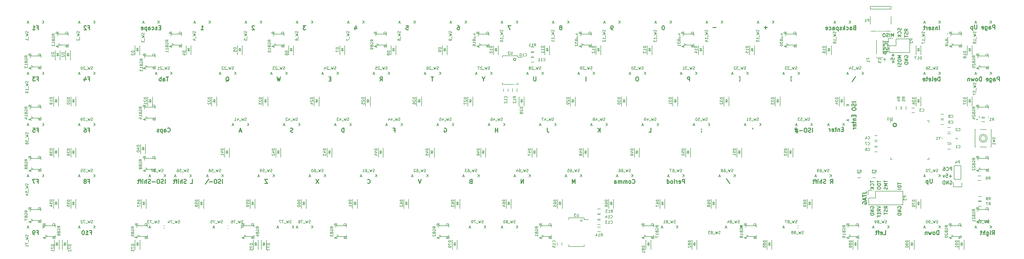
<source format=gbo>
G04 #@! TF.FileFunction,Legend,Bot*
%FSLAX46Y46*%
G04 Gerber Fmt 4.6, Leading zero omitted, Abs format (unit mm)*
G04 Created by KiCad (PCBNEW 4.0.3-stable) date Sunday, November 27, 2016 'PMt' 05:54:45 PM*
%MOMM*%
%LPD*%
G01*
G04 APERTURE LIST*
%ADD10C,0.150000*%
%ADD11C,0.300000*%
%ADD12C,0.254000*%
%ADD13C,0.285750*%
%ADD14C,0.200000*%
%ADD15C,0.381000*%
%ADD16C,4.067810*%
%ADD17C,1.781810*%
%ADD18C,2.580000*%
%ADD19R,2.080000X2.080000*%
%ADD20C,2.080000*%
%ADD21R,1.680000X1.080000*%
%ADD22R,1.830000X0.530000*%
%ADD23R,1.580000X1.330000*%
%ADD24C,6.380000*%
%ADD25R,1.300000X0.990000*%
%ADD26R,1.581140X3.079740*%
%ADD27R,2.109460X2.731760*%
%ADD28R,0.580380X2.381240*%
%ADD29R,2.078980X2.579360*%
%ADD30C,0.979160*%
%ADD31R,1.380000X1.580000*%
%ADD32C,0.689600*%
%ADD33R,1.080000X3.280000*%
%ADD34R,0.630000X1.580000*%
%ADD35R,1.580000X0.630000*%
%ADD36R,2.080000X1.380000*%
%ADD37R,1.580000X1.380000*%
%ADD38R,1.330000X1.580000*%
%ADD39R,1.807200X1.807200*%
%ADD40O,1.807200X1.807200*%
%ADD41R,2.112000X1.807200*%
%ADD42O,2.112000X1.807200*%
G04 APERTURE END LIST*
D10*
D11*
X355135571Y-30805715D02*
X353635571Y-30805715D01*
X354992714Y-32377144D02*
X355064143Y-32305715D01*
X355135571Y-32091429D01*
X355135571Y-31948572D01*
X355064143Y-31734287D01*
X354921286Y-31591429D01*
X354778429Y-31520001D01*
X354492714Y-31448572D01*
X354278429Y-31448572D01*
X353992714Y-31520001D01*
X353849857Y-31591429D01*
X353707000Y-31734287D01*
X353635571Y-31948572D01*
X353635571Y-32091429D01*
X353707000Y-32305715D01*
X353778429Y-32377144D01*
X355064143Y-32948572D02*
X355135571Y-33162858D01*
X355135571Y-33520001D01*
X355064143Y-33662858D01*
X354992714Y-33734287D01*
X354849857Y-33805715D01*
X354707000Y-33805715D01*
X354564143Y-33734287D01*
X354492714Y-33662858D01*
X354421286Y-33520001D01*
X354349857Y-33234287D01*
X354278429Y-33091429D01*
X354207000Y-33020001D01*
X354064143Y-32948572D01*
X353921286Y-32948572D01*
X353778429Y-33020001D01*
X353707000Y-33091429D01*
X353635571Y-33234287D01*
X353635571Y-33591429D01*
X353707000Y-33805715D01*
X355135571Y-34448572D02*
X353635571Y-34448572D01*
X353635571Y-35020000D01*
X353707000Y-35162858D01*
X353778429Y-35234286D01*
X353921286Y-35305715D01*
X354135571Y-35305715D01*
X354278429Y-35234286D01*
X354349857Y-35162858D01*
X354421286Y-35020000D01*
X354421286Y-34448572D01*
D12*
X378792619Y-78679524D02*
X378792619Y-77409524D01*
X378308810Y-77409524D01*
X378187857Y-77470000D01*
X378127381Y-77530476D01*
X378066905Y-77651429D01*
X378066905Y-77832857D01*
X378127381Y-77953810D01*
X378187857Y-78014286D01*
X378308810Y-78074762D01*
X378792619Y-78074762D01*
X376796905Y-78558571D02*
X376857381Y-78619048D01*
X377038810Y-78679524D01*
X377159762Y-78679524D01*
X377341190Y-78619048D01*
X377462143Y-78498095D01*
X377522619Y-78377143D01*
X377583095Y-78135238D01*
X377583095Y-77953810D01*
X377522619Y-77711905D01*
X377462143Y-77590952D01*
X377341190Y-77470000D01*
X377159762Y-77409524D01*
X377038810Y-77409524D01*
X376857381Y-77470000D01*
X376796905Y-77530476D01*
X375708333Y-77409524D02*
X375950238Y-77409524D01*
X376071190Y-77470000D01*
X376131667Y-77530476D01*
X376252619Y-77711905D01*
X376313095Y-77953810D01*
X376313095Y-78437619D01*
X376252619Y-78558571D01*
X376192143Y-78619048D01*
X376071190Y-78679524D01*
X375829286Y-78679524D01*
X375708333Y-78619048D01*
X375647857Y-78558571D01*
X375587381Y-78437619D01*
X375587381Y-78135238D01*
X375647857Y-78014286D01*
X375708333Y-77953810D01*
X375829286Y-77893333D01*
X376071190Y-77893333D01*
X376192143Y-77953810D01*
X376252619Y-78014286D01*
X376313095Y-78135238D01*
X378792619Y-80735714D02*
X377825000Y-80735714D01*
X378308810Y-81219524D02*
X378308810Y-80251905D01*
X376615476Y-79949524D02*
X377220238Y-79949524D01*
X377280714Y-80554286D01*
X377220238Y-80493810D01*
X377099286Y-80433333D01*
X376796905Y-80433333D01*
X376675952Y-80493810D01*
X376615476Y-80554286D01*
X376555000Y-80675238D01*
X376555000Y-80977619D01*
X376615476Y-81098571D01*
X376675952Y-81159048D01*
X376796905Y-81219524D01*
X377099286Y-81219524D01*
X377220238Y-81159048D01*
X377280714Y-81098571D01*
X376131666Y-80372857D02*
X375829285Y-81219524D01*
X375526905Y-80372857D01*
X378127381Y-82550000D02*
X378248333Y-82489524D01*
X378429762Y-82489524D01*
X378611190Y-82550000D01*
X378732143Y-82670952D01*
X378792619Y-82791905D01*
X378853095Y-83033810D01*
X378853095Y-83215238D01*
X378792619Y-83457143D01*
X378732143Y-83578095D01*
X378611190Y-83699048D01*
X378429762Y-83759524D01*
X378308810Y-83759524D01*
X378127381Y-83699048D01*
X378066905Y-83638571D01*
X378066905Y-83215238D01*
X378308810Y-83215238D01*
X377522619Y-83759524D02*
X377522619Y-82489524D01*
X376796905Y-83759524D01*
X376796905Y-82489524D01*
X376192143Y-83759524D02*
X376192143Y-82489524D01*
X375889762Y-82489524D01*
X375708334Y-82550000D01*
X375587381Y-82670952D01*
X375526905Y-82791905D01*
X375466429Y-83033810D01*
X375466429Y-83215238D01*
X375526905Y-83457143D01*
X375587381Y-83578095D01*
X375708334Y-83699048D01*
X375889762Y-83759524D01*
X376192143Y-83759524D01*
X351094524Y-91814952D02*
X352364524Y-92238286D01*
X351094524Y-92661619D01*
X352364524Y-93810666D02*
X351759762Y-93387333D01*
X352364524Y-93084952D02*
X351094524Y-93084952D01*
X351094524Y-93568761D01*
X351155000Y-93689714D01*
X351215476Y-93750190D01*
X351336429Y-93810666D01*
X351517857Y-93810666D01*
X351638810Y-93750190D01*
X351699286Y-93689714D01*
X351759762Y-93568761D01*
X351759762Y-93084952D01*
X351699286Y-94354952D02*
X351699286Y-94778285D01*
X352364524Y-94959714D02*
X352364524Y-94354952D01*
X351094524Y-94354952D01*
X351094524Y-94959714D01*
X351699286Y-95927333D02*
X351699286Y-95504000D01*
X352364524Y-95504000D02*
X351094524Y-95504000D01*
X351094524Y-96108762D01*
X351094524Y-82404857D02*
X351094524Y-83130572D01*
X352364524Y-82767715D02*
X351094524Y-82767715D01*
X352364524Y-83553905D02*
X351094524Y-83553905D01*
X351094524Y-83856286D01*
X351155000Y-84037714D01*
X351275952Y-84158667D01*
X351396905Y-84219143D01*
X351638810Y-84279619D01*
X351820238Y-84279619D01*
X352062143Y-84219143D01*
X352183095Y-84158667D01*
X352304048Y-84037714D01*
X352364524Y-83856286D01*
X352364524Y-83553905D01*
X351094524Y-85065810D02*
X351094524Y-85307714D01*
X351155000Y-85428667D01*
X351275952Y-85549619D01*
X351517857Y-85610095D01*
X351941190Y-85610095D01*
X352183095Y-85549619D01*
X352304048Y-85428667D01*
X352364524Y-85307714D01*
X352364524Y-85065810D01*
X352304048Y-84944857D01*
X352183095Y-84823905D01*
X351941190Y-84763429D01*
X351517857Y-84763429D01*
X351275952Y-84823905D01*
X351155000Y-84944857D01*
X351094524Y-85065810D01*
X348554524Y-82465333D02*
X348554524Y-83191048D01*
X349824524Y-82828191D02*
X348554524Y-82828191D01*
X349703571Y-84340095D02*
X349764048Y-84279619D01*
X349824524Y-84098190D01*
X349824524Y-83977238D01*
X349764048Y-83795810D01*
X349643095Y-83674857D01*
X349522143Y-83614381D01*
X349280238Y-83553905D01*
X349098810Y-83553905D01*
X348856905Y-83614381D01*
X348735952Y-83674857D01*
X348615000Y-83795810D01*
X348554524Y-83977238D01*
X348554524Y-84098190D01*
X348615000Y-84279619D01*
X348675476Y-84340095D01*
X349824524Y-84884381D02*
X348554524Y-84884381D01*
X349824524Y-85610095D02*
X349098810Y-85065810D01*
X348554524Y-85610095D02*
X349280238Y-84884381D01*
X353634524Y-82344380D02*
X353634524Y-83070095D01*
X354904524Y-82707238D02*
X353634524Y-82707238D01*
X354904524Y-83493428D02*
X353634524Y-83493428D01*
X354541667Y-83916761D01*
X353634524Y-84340095D01*
X354904524Y-84340095D01*
X354844048Y-84884381D02*
X354904524Y-85065809D01*
X354904524Y-85368190D01*
X354844048Y-85489143D01*
X354783571Y-85549619D01*
X354662619Y-85610095D01*
X354541667Y-85610095D01*
X354420714Y-85549619D01*
X354360238Y-85489143D01*
X354299762Y-85368190D01*
X354239286Y-85126286D01*
X354178810Y-85005333D01*
X354118333Y-84944857D01*
X353997381Y-84884381D01*
X353876429Y-84884381D01*
X353755476Y-84944857D01*
X353695000Y-85005333D01*
X353634524Y-85126286D01*
X353634524Y-85428666D01*
X353695000Y-85610095D01*
X358714524Y-83130571D02*
X358714524Y-83856286D01*
X359984524Y-83493429D02*
X358714524Y-83493429D01*
X359984524Y-84279619D02*
X358714524Y-84279619D01*
X358714524Y-84582000D01*
X358775000Y-84763428D01*
X358895952Y-84884381D01*
X359016905Y-84944857D01*
X359258810Y-85005333D01*
X359440238Y-85005333D01*
X359682143Y-84944857D01*
X359803095Y-84884381D01*
X359924048Y-84763428D01*
X359984524Y-84582000D01*
X359984524Y-84279619D01*
X359984524Y-85549619D02*
X358714524Y-85549619D01*
X358775000Y-92661619D02*
X358714524Y-92540667D01*
X358714524Y-92359238D01*
X358775000Y-92177810D01*
X358895952Y-92056857D01*
X359016905Y-91996381D01*
X359258810Y-91935905D01*
X359440238Y-91935905D01*
X359682143Y-91996381D01*
X359803095Y-92056857D01*
X359924048Y-92177810D01*
X359984524Y-92359238D01*
X359984524Y-92480190D01*
X359924048Y-92661619D01*
X359863571Y-92722095D01*
X359440238Y-92722095D01*
X359440238Y-92480190D01*
X359984524Y-93266381D02*
X358714524Y-93266381D01*
X359984524Y-93992095D01*
X358714524Y-93992095D01*
X359984524Y-94596857D02*
X358714524Y-94596857D01*
X358714524Y-94899238D01*
X358775000Y-95080666D01*
X358895952Y-95201619D01*
X359016905Y-95262095D01*
X359258810Y-95322571D01*
X359440238Y-95322571D01*
X359682143Y-95262095D01*
X359803095Y-95201619D01*
X359924048Y-95080666D01*
X359984524Y-94899238D01*
X359984524Y-94596857D01*
X354904524Y-92722095D02*
X354299762Y-92298762D01*
X354904524Y-91996381D02*
X353634524Y-91996381D01*
X353634524Y-92480190D01*
X353695000Y-92601143D01*
X353755476Y-92661619D01*
X353876429Y-92722095D01*
X354057857Y-92722095D01*
X354178810Y-92661619D01*
X354239286Y-92601143D01*
X354299762Y-92480190D01*
X354299762Y-91996381D01*
X354844048Y-93205905D02*
X354904524Y-93387333D01*
X354904524Y-93689714D01*
X354844048Y-93810667D01*
X354783571Y-93871143D01*
X354662619Y-93931619D01*
X354541667Y-93931619D01*
X354420714Y-93871143D01*
X354360238Y-93810667D01*
X354299762Y-93689714D01*
X354239286Y-93447810D01*
X354178810Y-93326857D01*
X354118333Y-93266381D01*
X353997381Y-93205905D01*
X353876429Y-93205905D01*
X353755476Y-93266381D01*
X353695000Y-93326857D01*
X353634524Y-93447810D01*
X353634524Y-93750190D01*
X353695000Y-93931619D01*
X353634524Y-94294476D02*
X353634524Y-95020191D01*
X354904524Y-94657334D02*
X353634524Y-94657334D01*
X348615000Y-92661619D02*
X348554524Y-92540667D01*
X348554524Y-92359238D01*
X348615000Y-92177810D01*
X348735952Y-92056857D01*
X348856905Y-91996381D01*
X349098810Y-91935905D01*
X349280238Y-91935905D01*
X349522143Y-91996381D01*
X349643095Y-92056857D01*
X349764048Y-92177810D01*
X349824524Y-92359238D01*
X349824524Y-92480190D01*
X349764048Y-92661619D01*
X349703571Y-92722095D01*
X349280238Y-92722095D01*
X349280238Y-92480190D01*
X349824524Y-93266381D02*
X348554524Y-93266381D01*
X349824524Y-93992095D01*
X348554524Y-93992095D01*
X349824524Y-94596857D02*
X348554524Y-94596857D01*
X348554524Y-94899238D01*
X348615000Y-95080666D01*
X348735952Y-95201619D01*
X348856905Y-95262095D01*
X349098810Y-95322571D01*
X349280238Y-95322571D01*
X349522143Y-95262095D01*
X349643095Y-95201619D01*
X349764048Y-95080666D01*
X349824524Y-94899238D01*
X349824524Y-94596857D01*
D11*
X345634571Y-87150000D02*
X346706000Y-87150000D01*
X346920286Y-87078572D01*
X347063143Y-86935715D01*
X347134571Y-86721429D01*
X347134571Y-86578572D01*
X345634571Y-87650000D02*
X345634571Y-88507143D01*
X347134571Y-88078572D02*
X345634571Y-88078572D01*
X346706000Y-88935714D02*
X346706000Y-89650000D01*
X347134571Y-88792857D02*
X345634571Y-89292857D01*
X347134571Y-89792857D01*
X345706000Y-91078571D02*
X345634571Y-90935714D01*
X345634571Y-90721428D01*
X345706000Y-90507143D01*
X345848857Y-90364285D01*
X345991714Y-90292857D01*
X346277429Y-90221428D01*
X346491714Y-90221428D01*
X346777429Y-90292857D01*
X346920286Y-90364285D01*
X347063143Y-90507143D01*
X347134571Y-90721428D01*
X347134571Y-90864285D01*
X347063143Y-91078571D01*
X346991714Y-91150000D01*
X346491714Y-91150000D01*
X346491714Y-90864285D01*
D12*
X356960714Y-35227381D02*
X356960714Y-36195000D01*
X357444524Y-35711190D02*
X356476905Y-35711190D01*
X356174524Y-37404524D02*
X356174524Y-36799762D01*
X356779286Y-36739286D01*
X356718810Y-36799762D01*
X356658333Y-36920714D01*
X356658333Y-37223095D01*
X356718810Y-37344048D01*
X356779286Y-37404524D01*
X356900238Y-37465000D01*
X357202619Y-37465000D01*
X357323571Y-37404524D01*
X357384048Y-37344048D01*
X357444524Y-37223095D01*
X357444524Y-36920714D01*
X357384048Y-36799762D01*
X357323571Y-36739286D01*
X356597857Y-37888334D02*
X357444524Y-38190715D01*
X356597857Y-38493095D01*
X359984524Y-35862381D02*
X358714524Y-35862381D01*
X359621667Y-36285714D01*
X358714524Y-36709048D01*
X359984524Y-36709048D01*
X358714524Y-37555715D02*
X358714524Y-37797619D01*
X358775000Y-37918572D01*
X358895952Y-38039524D01*
X359137857Y-38100000D01*
X359561190Y-38100000D01*
X359803095Y-38039524D01*
X359924048Y-37918572D01*
X359984524Y-37797619D01*
X359984524Y-37555715D01*
X359924048Y-37434762D01*
X359803095Y-37313810D01*
X359561190Y-37253334D01*
X359137857Y-37253334D01*
X358895952Y-37313810D01*
X358775000Y-37434762D01*
X358714524Y-37555715D01*
X359924048Y-38583810D02*
X359984524Y-38765238D01*
X359984524Y-39067619D01*
X359924048Y-39188572D01*
X359863571Y-39249048D01*
X359742619Y-39309524D01*
X359621667Y-39309524D01*
X359500714Y-39249048D01*
X359440238Y-39188572D01*
X359379762Y-39067619D01*
X359319286Y-38825715D01*
X359258810Y-38704762D01*
X359198333Y-38644286D01*
X359077381Y-38583810D01*
X358956429Y-38583810D01*
X358835476Y-38644286D01*
X358775000Y-38704762D01*
X358714524Y-38825715D01*
X358714524Y-39128095D01*
X358775000Y-39309524D01*
X359984524Y-39853810D02*
X358714524Y-39853810D01*
X362524524Y-26790952D02*
X361919762Y-26367619D01*
X362524524Y-26065238D02*
X361254524Y-26065238D01*
X361254524Y-26549047D01*
X361315000Y-26670000D01*
X361375476Y-26730476D01*
X361496429Y-26790952D01*
X361677857Y-26790952D01*
X361798810Y-26730476D01*
X361859286Y-26670000D01*
X361919762Y-26549047D01*
X361919762Y-26065238D01*
X362464048Y-27274762D02*
X362524524Y-27456190D01*
X362524524Y-27758571D01*
X362464048Y-27879524D01*
X362403571Y-27940000D01*
X362282619Y-28000476D01*
X362161667Y-28000476D01*
X362040714Y-27940000D01*
X361980238Y-27879524D01*
X361919762Y-27758571D01*
X361859286Y-27516667D01*
X361798810Y-27395714D01*
X361738333Y-27335238D01*
X361617381Y-27274762D01*
X361496429Y-27274762D01*
X361375476Y-27335238D01*
X361315000Y-27395714D01*
X361254524Y-27516667D01*
X361254524Y-27819047D01*
X361315000Y-28000476D01*
X361254524Y-28363333D02*
X361254524Y-29089048D01*
X362524524Y-28726191D02*
X361254524Y-28726191D01*
X359924048Y-25702381D02*
X359984524Y-25883809D01*
X359984524Y-26186190D01*
X359924048Y-26307143D01*
X359863571Y-26367619D01*
X359742619Y-26428095D01*
X359621667Y-26428095D01*
X359500714Y-26367619D01*
X359440238Y-26307143D01*
X359379762Y-26186190D01*
X359319286Y-25944286D01*
X359258810Y-25823333D01*
X359198333Y-25762857D01*
X359077381Y-25702381D01*
X358956429Y-25702381D01*
X358835476Y-25762857D01*
X358775000Y-25823333D01*
X358714524Y-25944286D01*
X358714524Y-26246666D01*
X358775000Y-26428095D01*
X359863571Y-27698095D02*
X359924048Y-27637619D01*
X359984524Y-27456190D01*
X359984524Y-27335238D01*
X359924048Y-27153810D01*
X359803095Y-27032857D01*
X359682143Y-26972381D01*
X359440238Y-26911905D01*
X359258810Y-26911905D01*
X359016905Y-26972381D01*
X358895952Y-27032857D01*
X358775000Y-27153810D01*
X358714524Y-27335238D01*
X358714524Y-27456190D01*
X358775000Y-27637619D01*
X358835476Y-27698095D01*
X359984524Y-28242381D02*
X358714524Y-28242381D01*
X359984524Y-28968095D02*
X359258810Y-28423810D01*
X358714524Y-28968095D02*
X359440238Y-28242381D01*
X357214714Y-28895524D02*
X357214714Y-27625524D01*
X356791381Y-28532667D01*
X356368047Y-27625524D01*
X356368047Y-28895524D01*
X355763285Y-28895524D02*
X355763285Y-27625524D01*
X355218999Y-28835048D02*
X355037571Y-28895524D01*
X354735190Y-28895524D01*
X354614237Y-28835048D01*
X354553761Y-28774571D01*
X354493285Y-28653619D01*
X354493285Y-28532667D01*
X354553761Y-28411714D01*
X354614237Y-28351238D01*
X354735190Y-28290762D01*
X354977094Y-28230286D01*
X355098047Y-28169810D01*
X355158523Y-28109333D01*
X355218999Y-27988381D01*
X355218999Y-27867429D01*
X355158523Y-27746476D01*
X355098047Y-27686000D01*
X354977094Y-27625524D01*
X354674714Y-27625524D01*
X354493285Y-27686000D01*
X353707094Y-27625524D02*
X353465190Y-27625524D01*
X353344237Y-27686000D01*
X353223285Y-27806952D01*
X353162809Y-28048857D01*
X353162809Y-28472190D01*
X353223285Y-28714095D01*
X353344237Y-28835048D01*
X353465190Y-28895524D01*
X353707094Y-28895524D01*
X353828047Y-28835048D01*
X353948999Y-28714095D01*
X354009475Y-28472190D01*
X354009475Y-28048857D01*
X353948999Y-27806952D01*
X353828047Y-27686000D01*
X353707094Y-27625524D01*
X361315000Y-36527619D02*
X361254524Y-36406667D01*
X361254524Y-36225238D01*
X361315000Y-36043810D01*
X361435952Y-35922857D01*
X361556905Y-35862381D01*
X361798810Y-35801905D01*
X361980238Y-35801905D01*
X362222143Y-35862381D01*
X362343095Y-35922857D01*
X362464048Y-36043810D01*
X362524524Y-36225238D01*
X362524524Y-36346190D01*
X362464048Y-36527619D01*
X362403571Y-36588095D01*
X361980238Y-36588095D01*
X361980238Y-36346190D01*
X362524524Y-37132381D02*
X361254524Y-37132381D01*
X362524524Y-37858095D01*
X361254524Y-37858095D01*
X362524524Y-38462857D02*
X361254524Y-38462857D01*
X361254524Y-38765238D01*
X361315000Y-38946666D01*
X361435952Y-39067619D01*
X361556905Y-39128095D01*
X361798810Y-39188571D01*
X361980238Y-39188571D01*
X362222143Y-39128095D01*
X362343095Y-39067619D01*
X362464048Y-38946666D01*
X362524524Y-38765238D01*
X362524524Y-38462857D01*
D11*
X393854571Y-102532571D02*
X394354571Y-101818286D01*
X394711714Y-102532571D02*
X394711714Y-101032571D01*
X394140286Y-101032571D01*
X393997428Y-101104000D01*
X393926000Y-101175429D01*
X393854571Y-101318286D01*
X393854571Y-101532571D01*
X393926000Y-101675429D01*
X393997428Y-101746857D01*
X394140286Y-101818286D01*
X394711714Y-101818286D01*
X393211714Y-102532571D02*
X393211714Y-101532571D01*
X393211714Y-101032571D02*
X393283143Y-101104000D01*
X393211714Y-101175429D01*
X393140286Y-101104000D01*
X393211714Y-101032571D01*
X393211714Y-101175429D01*
X391854571Y-101532571D02*
X391854571Y-102746857D01*
X391926000Y-102889714D01*
X391997428Y-102961143D01*
X392140285Y-103032571D01*
X392354571Y-103032571D01*
X392497428Y-102961143D01*
X391854571Y-102461143D02*
X391997428Y-102532571D01*
X392283142Y-102532571D01*
X392426000Y-102461143D01*
X392497428Y-102389714D01*
X392568857Y-102246857D01*
X392568857Y-101818286D01*
X392497428Y-101675429D01*
X392426000Y-101604000D01*
X392283142Y-101532571D01*
X391997428Y-101532571D01*
X391854571Y-101604000D01*
X391140285Y-102532571D02*
X391140285Y-101032571D01*
X390497428Y-102532571D02*
X390497428Y-101746857D01*
X390568857Y-101604000D01*
X390711714Y-101532571D01*
X390925999Y-101532571D01*
X391068857Y-101604000D01*
X391140285Y-101675429D01*
X389997428Y-101532571D02*
X389425999Y-101532571D01*
X389783142Y-101032571D02*
X389783142Y-102318286D01*
X389711714Y-102461143D01*
X389568856Y-102532571D01*
X389425999Y-102532571D01*
X353460714Y-102532571D02*
X354175000Y-102532571D01*
X354175000Y-101032571D01*
X352389286Y-102461143D02*
X352532143Y-102532571D01*
X352817857Y-102532571D01*
X352960714Y-102461143D01*
X353032143Y-102318286D01*
X353032143Y-101746857D01*
X352960714Y-101604000D01*
X352817857Y-101532571D01*
X352532143Y-101532571D01*
X352389286Y-101604000D01*
X352317857Y-101746857D01*
X352317857Y-101889714D01*
X353032143Y-102032571D01*
X351889286Y-101532571D02*
X351317857Y-101532571D01*
X351675000Y-102532571D02*
X351675000Y-101246857D01*
X351603572Y-101104000D01*
X351460714Y-101032571D01*
X351317857Y-101032571D01*
X351032143Y-101532571D02*
X350460714Y-101532571D01*
X350817857Y-101032571D02*
X350817857Y-102318286D01*
X350746429Y-102461143D01*
X350603571Y-102532571D01*
X350460714Y-102532571D01*
X374010714Y-102532571D02*
X374010714Y-101032571D01*
X373653571Y-101032571D01*
X373439286Y-101104000D01*
X373296428Y-101246857D01*
X373225000Y-101389714D01*
X373153571Y-101675429D01*
X373153571Y-101889714D01*
X373225000Y-102175429D01*
X373296428Y-102318286D01*
X373439286Y-102461143D01*
X373653571Y-102532571D01*
X374010714Y-102532571D01*
X372296428Y-102532571D02*
X372439286Y-102461143D01*
X372510714Y-102389714D01*
X372582143Y-102246857D01*
X372582143Y-101818286D01*
X372510714Y-101675429D01*
X372439286Y-101604000D01*
X372296428Y-101532571D01*
X372082143Y-101532571D01*
X371939286Y-101604000D01*
X371867857Y-101675429D01*
X371796428Y-101818286D01*
X371796428Y-102246857D01*
X371867857Y-102389714D01*
X371939286Y-102461143D01*
X372082143Y-102532571D01*
X372296428Y-102532571D01*
X371296428Y-101532571D02*
X371010714Y-102532571D01*
X370725000Y-101818286D01*
X370439285Y-102532571D01*
X370153571Y-101532571D01*
X369582142Y-101532571D02*
X369582142Y-102532571D01*
X369582142Y-101675429D02*
X369510714Y-101604000D01*
X369367856Y-101532571D01*
X369153571Y-101532571D01*
X369010714Y-101604000D01*
X368939285Y-101746857D01*
X368939285Y-102532571D01*
X371566143Y-81855571D02*
X371566143Y-83069857D01*
X371494715Y-83212714D01*
X371423286Y-83284143D01*
X371280429Y-83355571D01*
X370994715Y-83355571D01*
X370851857Y-83284143D01*
X370780429Y-83212714D01*
X370709000Y-83069857D01*
X370709000Y-81855571D01*
X369994714Y-82355571D02*
X369994714Y-83855571D01*
X369994714Y-82427000D02*
X369851857Y-82355571D01*
X369566143Y-82355571D01*
X369423286Y-82427000D01*
X369351857Y-82498429D01*
X369280428Y-82641286D01*
X369280428Y-83069857D01*
X369351857Y-83212714D01*
X369423286Y-83284143D01*
X369566143Y-83355571D01*
X369851857Y-83355571D01*
X369994714Y-83284143D01*
X87225000Y-64162714D02*
X87296429Y-64234143D01*
X87510715Y-64305571D01*
X87653572Y-64305571D01*
X87867857Y-64234143D01*
X88010715Y-64091286D01*
X88082143Y-63948429D01*
X88153572Y-63662714D01*
X88153572Y-63448429D01*
X88082143Y-63162714D01*
X88010715Y-63019857D01*
X87867857Y-62877000D01*
X87653572Y-62805571D01*
X87510715Y-62805571D01*
X87296429Y-62877000D01*
X87225000Y-62948429D01*
X85939286Y-64305571D02*
X85939286Y-63519857D01*
X86010715Y-63377000D01*
X86153572Y-63305571D01*
X86439286Y-63305571D01*
X86582143Y-63377000D01*
X85939286Y-64234143D02*
X86082143Y-64305571D01*
X86439286Y-64305571D01*
X86582143Y-64234143D01*
X86653572Y-64091286D01*
X86653572Y-63948429D01*
X86582143Y-63805571D01*
X86439286Y-63734143D01*
X86082143Y-63734143D01*
X85939286Y-63662714D01*
X85225000Y-63305571D02*
X85225000Y-64805571D01*
X85225000Y-63377000D02*
X85082143Y-63305571D01*
X84796429Y-63305571D01*
X84653572Y-63377000D01*
X84582143Y-63448429D01*
X84510714Y-63591286D01*
X84510714Y-64019857D01*
X84582143Y-64162714D01*
X84653572Y-64234143D01*
X84796429Y-64305571D01*
X85082143Y-64305571D01*
X85225000Y-64234143D01*
X83939286Y-64234143D02*
X83796429Y-64305571D01*
X83510714Y-64305571D01*
X83367857Y-64234143D01*
X83296429Y-64091286D01*
X83296429Y-64019857D01*
X83367857Y-63877000D01*
X83510714Y-63805571D01*
X83725000Y-63805571D01*
X83867857Y-63734143D01*
X83939286Y-63591286D01*
X83939286Y-63519857D01*
X83867857Y-63377000D01*
X83725000Y-63305571D01*
X83510714Y-63305571D01*
X83367857Y-63377000D01*
X107576571Y-83482571D02*
X107576571Y-81982571D01*
X106933714Y-83411143D02*
X106719428Y-83482571D01*
X106362285Y-83482571D01*
X106219428Y-83411143D01*
X106147999Y-83339714D01*
X106076571Y-83196857D01*
X106076571Y-83054000D01*
X106147999Y-82911143D01*
X106219428Y-82839714D01*
X106362285Y-82768286D01*
X106647999Y-82696857D01*
X106790857Y-82625429D01*
X106862285Y-82554000D01*
X106933714Y-82411143D01*
X106933714Y-82268286D01*
X106862285Y-82125429D01*
X106790857Y-82054000D01*
X106647999Y-81982571D01*
X106290857Y-81982571D01*
X106076571Y-82054000D01*
X105148000Y-81982571D02*
X104862286Y-81982571D01*
X104719428Y-82054000D01*
X104576571Y-82196857D01*
X104505143Y-82482571D01*
X104505143Y-82982571D01*
X104576571Y-83268286D01*
X104719428Y-83411143D01*
X104862286Y-83482571D01*
X105148000Y-83482571D01*
X105290857Y-83411143D01*
X105433714Y-83268286D01*
X105505143Y-82982571D01*
X105505143Y-82482571D01*
X105433714Y-82196857D01*
X105290857Y-82054000D01*
X105148000Y-81982571D01*
X103862285Y-82911143D02*
X102719428Y-82911143D01*
X102505142Y-81839714D02*
X101219428Y-83768286D01*
X58364285Y-101746857D02*
X58864285Y-101746857D01*
X58864285Y-102532571D02*
X58864285Y-101032571D01*
X58149999Y-101032571D01*
X56792857Y-102532571D02*
X57650000Y-102532571D01*
X57221428Y-102532571D02*
X57221428Y-101032571D01*
X57364285Y-101246857D01*
X57507143Y-101389714D01*
X57650000Y-101461143D01*
X55864286Y-101032571D02*
X55721429Y-101032571D01*
X55578572Y-101104000D01*
X55507143Y-101175429D01*
X55435714Y-101318286D01*
X55364286Y-101604000D01*
X55364286Y-101961143D01*
X55435714Y-102246857D01*
X55507143Y-102389714D01*
X55578572Y-102461143D01*
X55721429Y-102532571D01*
X55864286Y-102532571D01*
X56007143Y-102461143D01*
X56078572Y-102389714D01*
X56150000Y-102246857D01*
X56221429Y-101961143D01*
X56221429Y-101604000D01*
X56150000Y-101318286D01*
X56078572Y-101175429D01*
X56007143Y-101104000D01*
X55864286Y-101032571D01*
X38599999Y-101746857D02*
X39099999Y-101746857D01*
X39099999Y-102532571D02*
X39099999Y-101032571D01*
X38385713Y-101032571D01*
X37742857Y-102532571D02*
X37457142Y-102532571D01*
X37314285Y-102461143D01*
X37242857Y-102389714D01*
X37099999Y-102175429D01*
X37028571Y-101889714D01*
X37028571Y-101318286D01*
X37099999Y-101175429D01*
X37171428Y-101104000D01*
X37314285Y-101032571D01*
X37599999Y-101032571D01*
X37742857Y-101104000D01*
X37814285Y-101175429D01*
X37885714Y-101318286D01*
X37885714Y-101675429D01*
X37814285Y-101818286D01*
X37742857Y-101889714D01*
X37599999Y-101961143D01*
X37314285Y-101961143D01*
X37171428Y-101889714D01*
X37099999Y-101818286D01*
X37028571Y-101675429D01*
X57649999Y-82696857D02*
X58149999Y-82696857D01*
X58149999Y-83482571D02*
X58149999Y-81982571D01*
X57435713Y-81982571D01*
X56649999Y-82625429D02*
X56792857Y-82554000D01*
X56864285Y-82482571D01*
X56935714Y-82339714D01*
X56935714Y-82268286D01*
X56864285Y-82125429D01*
X56792857Y-82054000D01*
X56649999Y-81982571D01*
X56364285Y-81982571D01*
X56221428Y-82054000D01*
X56149999Y-82125429D01*
X56078571Y-82268286D01*
X56078571Y-82339714D01*
X56149999Y-82482571D01*
X56221428Y-82554000D01*
X56364285Y-82625429D01*
X56649999Y-82625429D01*
X56792857Y-82696857D01*
X56864285Y-82768286D01*
X56935714Y-82911143D01*
X56935714Y-83196857D01*
X56864285Y-83339714D01*
X56792857Y-83411143D01*
X56649999Y-83482571D01*
X56364285Y-83482571D01*
X56221428Y-83411143D01*
X56149999Y-83339714D01*
X56078571Y-83196857D01*
X56078571Y-82911143D01*
X56149999Y-82768286D01*
X56221428Y-82696857D01*
X56364285Y-82625429D01*
X38599999Y-82696857D02*
X39099999Y-82696857D01*
X39099999Y-83482571D02*
X39099999Y-81982571D01*
X38385713Y-81982571D01*
X37957142Y-81982571D02*
X36957142Y-81982571D01*
X37599999Y-83482571D01*
X57649999Y-63646857D02*
X58149999Y-63646857D01*
X58149999Y-64432571D02*
X58149999Y-62932571D01*
X57435713Y-62932571D01*
X56221428Y-62932571D02*
X56507142Y-62932571D01*
X56649999Y-63004000D01*
X56721428Y-63075429D01*
X56864285Y-63289714D01*
X56935714Y-63575429D01*
X56935714Y-64146857D01*
X56864285Y-64289714D01*
X56792857Y-64361143D01*
X56649999Y-64432571D01*
X56364285Y-64432571D01*
X56221428Y-64361143D01*
X56149999Y-64289714D01*
X56078571Y-64146857D01*
X56078571Y-63789714D01*
X56149999Y-63646857D01*
X56221428Y-63575429D01*
X56364285Y-63504000D01*
X56649999Y-63504000D01*
X56792857Y-63575429D01*
X56864285Y-63646857D01*
X56935714Y-63789714D01*
X38599999Y-63646857D02*
X39099999Y-63646857D01*
X39099999Y-64432571D02*
X39099999Y-62932571D01*
X38385713Y-62932571D01*
X37099999Y-62932571D02*
X37814285Y-62932571D01*
X37885714Y-63646857D01*
X37814285Y-63575429D01*
X37671428Y-63504000D01*
X37314285Y-63504000D01*
X37171428Y-63575429D01*
X37099999Y-63646857D01*
X37028571Y-63789714D01*
X37028571Y-64146857D01*
X37099999Y-64289714D01*
X37171428Y-64361143D01*
X37314285Y-64432571D01*
X37671428Y-64432571D01*
X37814285Y-64361143D01*
X37885714Y-64289714D01*
X57649999Y-44596857D02*
X58149999Y-44596857D01*
X58149999Y-45382571D02*
X58149999Y-43882571D01*
X57435713Y-43882571D01*
X56221428Y-44382571D02*
X56221428Y-45382571D01*
X56578571Y-43811143D02*
X56935714Y-44882571D01*
X56007142Y-44882571D01*
X38599999Y-44596857D02*
X39099999Y-44596857D01*
X39099999Y-45382571D02*
X39099999Y-43882571D01*
X38385713Y-43882571D01*
X37957142Y-43882571D02*
X37028571Y-43882571D01*
X37528571Y-44454000D01*
X37314285Y-44454000D01*
X37171428Y-44525429D01*
X37099999Y-44596857D01*
X37028571Y-44739714D01*
X37028571Y-45096857D01*
X37099999Y-45239714D01*
X37171428Y-45311143D01*
X37314285Y-45382571D01*
X37742857Y-45382571D01*
X37885714Y-45311143D01*
X37957142Y-45239714D01*
X86315714Y-83482571D02*
X86315714Y-81982571D01*
X85672857Y-83411143D02*
X85458571Y-83482571D01*
X85101428Y-83482571D01*
X84958571Y-83411143D01*
X84887142Y-83339714D01*
X84815714Y-83196857D01*
X84815714Y-83054000D01*
X84887142Y-82911143D01*
X84958571Y-82839714D01*
X85101428Y-82768286D01*
X85387142Y-82696857D01*
X85530000Y-82625429D01*
X85601428Y-82554000D01*
X85672857Y-82411143D01*
X85672857Y-82268286D01*
X85601428Y-82125429D01*
X85530000Y-82054000D01*
X85387142Y-81982571D01*
X85030000Y-81982571D01*
X84815714Y-82054000D01*
X83887143Y-81982571D02*
X83601429Y-81982571D01*
X83458571Y-82054000D01*
X83315714Y-82196857D01*
X83244286Y-82482571D01*
X83244286Y-82982571D01*
X83315714Y-83268286D01*
X83458571Y-83411143D01*
X83601429Y-83482571D01*
X83887143Y-83482571D01*
X84030000Y-83411143D01*
X84172857Y-83268286D01*
X84244286Y-82982571D01*
X84244286Y-82482571D01*
X84172857Y-82196857D01*
X84030000Y-82054000D01*
X83887143Y-81982571D01*
X82601428Y-82911143D02*
X81458571Y-82911143D01*
X80815714Y-83411143D02*
X80601428Y-83482571D01*
X80244285Y-83482571D01*
X80101428Y-83411143D01*
X80029999Y-83339714D01*
X79958571Y-83196857D01*
X79958571Y-83054000D01*
X80029999Y-82911143D01*
X80101428Y-82839714D01*
X80244285Y-82768286D01*
X80529999Y-82696857D01*
X80672857Y-82625429D01*
X80744285Y-82554000D01*
X80815714Y-82411143D01*
X80815714Y-82268286D01*
X80744285Y-82125429D01*
X80672857Y-82054000D01*
X80529999Y-81982571D01*
X80172857Y-81982571D01*
X79958571Y-82054000D01*
X79315714Y-83482571D02*
X79315714Y-81982571D01*
X78672857Y-83482571D02*
X78672857Y-82696857D01*
X78744286Y-82554000D01*
X78887143Y-82482571D01*
X79101428Y-82482571D01*
X79244286Y-82554000D01*
X79315714Y-82625429D01*
X77958571Y-83482571D02*
X77958571Y-82482571D01*
X77958571Y-81982571D02*
X78030000Y-82054000D01*
X77958571Y-82125429D01*
X77887143Y-82054000D01*
X77958571Y-81982571D01*
X77958571Y-82125429D01*
X77458571Y-82482571D02*
X76887142Y-82482571D01*
X77244285Y-83482571D02*
X77244285Y-82196857D01*
X77172857Y-82054000D01*
X77029999Y-81982571D01*
X76887142Y-81982571D01*
X76601428Y-82482571D02*
X76029999Y-82482571D01*
X76387142Y-81982571D02*
X76387142Y-83268286D01*
X76315714Y-83411143D01*
X76172856Y-83482571D01*
X76029999Y-83482571D01*
X95678285Y-83482571D02*
X96392571Y-83482571D01*
X96392571Y-81982571D01*
X94106857Y-83411143D02*
X93892571Y-83482571D01*
X93535428Y-83482571D01*
X93392571Y-83411143D01*
X93321142Y-83339714D01*
X93249714Y-83196857D01*
X93249714Y-83054000D01*
X93321142Y-82911143D01*
X93392571Y-82839714D01*
X93535428Y-82768286D01*
X93821142Y-82696857D01*
X93964000Y-82625429D01*
X94035428Y-82554000D01*
X94106857Y-82411143D01*
X94106857Y-82268286D01*
X94035428Y-82125429D01*
X93964000Y-82054000D01*
X93821142Y-81982571D01*
X93464000Y-81982571D01*
X93249714Y-82054000D01*
X92606857Y-83482571D02*
X92606857Y-81982571D01*
X91964000Y-83482571D02*
X91964000Y-82696857D01*
X92035429Y-82554000D01*
X92178286Y-82482571D01*
X92392571Y-82482571D01*
X92535429Y-82554000D01*
X92606857Y-82625429D01*
X91249714Y-83482571D02*
X91249714Y-82482571D01*
X91249714Y-81982571D02*
X91321143Y-82054000D01*
X91249714Y-82125429D01*
X91178286Y-82054000D01*
X91249714Y-81982571D01*
X91249714Y-82125429D01*
X90749714Y-82482571D02*
X90178285Y-82482571D01*
X90535428Y-83482571D02*
X90535428Y-82196857D01*
X90464000Y-82054000D01*
X90321142Y-81982571D01*
X90178285Y-81982571D01*
X89892571Y-82482571D02*
X89321142Y-82482571D01*
X89678285Y-81982571D02*
X89678285Y-83268286D01*
X89606857Y-83411143D01*
X89463999Y-83482571D01*
X89321142Y-83482571D01*
X124324999Y-81982571D02*
X123324999Y-81982571D01*
X124324999Y-83482571D01*
X123324999Y-83482571D01*
X143374999Y-81982571D02*
X142374999Y-83482571D01*
X142374999Y-81982571D02*
X143374999Y-83482571D01*
X161587714Y-83339714D02*
X161659143Y-83411143D01*
X161873429Y-83482571D01*
X162016286Y-83482571D01*
X162230571Y-83411143D01*
X162373429Y-83268286D01*
X162444857Y-83125429D01*
X162516286Y-82839714D01*
X162516286Y-82625429D01*
X162444857Y-82339714D01*
X162373429Y-82196857D01*
X162230571Y-82054000D01*
X162016286Y-81982571D01*
X161873429Y-81982571D01*
X161659143Y-82054000D01*
X161587714Y-82125429D01*
X181475000Y-81982571D02*
X180975000Y-83482571D01*
X180475000Y-81982571D01*
X199917857Y-82696857D02*
X199703571Y-82768286D01*
X199632143Y-82839714D01*
X199560714Y-82982571D01*
X199560714Y-83196857D01*
X199632143Y-83339714D01*
X199703571Y-83411143D01*
X199846429Y-83482571D01*
X200417857Y-83482571D01*
X200417857Y-81982571D01*
X199917857Y-81982571D01*
X199775000Y-82054000D01*
X199703571Y-82125429D01*
X199632143Y-82268286D01*
X199632143Y-82411143D01*
X199703571Y-82554000D01*
X199775000Y-82625429D01*
X199917857Y-82696857D01*
X200417857Y-82696857D01*
X219503571Y-83482571D02*
X219503571Y-81982571D01*
X218646428Y-83482571D01*
X218646428Y-81982571D01*
X238752000Y-83482571D02*
X238752000Y-81982571D01*
X238252000Y-83054000D01*
X237752000Y-81982571D01*
X237752000Y-83482571D01*
X260067857Y-83339714D02*
X260139286Y-83411143D01*
X260353572Y-83482571D01*
X260496429Y-83482571D01*
X260710714Y-83411143D01*
X260853572Y-83268286D01*
X260925000Y-83125429D01*
X260996429Y-82839714D01*
X260996429Y-82625429D01*
X260925000Y-82339714D01*
X260853572Y-82196857D01*
X260710714Y-82054000D01*
X260496429Y-81982571D01*
X260353572Y-81982571D01*
X260139286Y-82054000D01*
X260067857Y-82125429D01*
X259210714Y-83482571D02*
X259353572Y-83411143D01*
X259425000Y-83339714D01*
X259496429Y-83196857D01*
X259496429Y-82768286D01*
X259425000Y-82625429D01*
X259353572Y-82554000D01*
X259210714Y-82482571D01*
X258996429Y-82482571D01*
X258853572Y-82554000D01*
X258782143Y-82625429D01*
X258710714Y-82768286D01*
X258710714Y-83196857D01*
X258782143Y-83339714D01*
X258853572Y-83411143D01*
X258996429Y-83482571D01*
X259210714Y-83482571D01*
X258067857Y-83482571D02*
X258067857Y-82482571D01*
X258067857Y-82625429D02*
X257996429Y-82554000D01*
X257853571Y-82482571D01*
X257639286Y-82482571D01*
X257496429Y-82554000D01*
X257425000Y-82696857D01*
X257425000Y-83482571D01*
X257425000Y-82696857D02*
X257353571Y-82554000D01*
X257210714Y-82482571D01*
X256996429Y-82482571D01*
X256853571Y-82554000D01*
X256782143Y-82696857D01*
X256782143Y-83482571D01*
X256067857Y-83482571D02*
X256067857Y-82482571D01*
X256067857Y-82625429D02*
X255996429Y-82554000D01*
X255853571Y-82482571D01*
X255639286Y-82482571D01*
X255496429Y-82554000D01*
X255425000Y-82696857D01*
X255425000Y-83482571D01*
X255425000Y-82696857D02*
X255353571Y-82554000D01*
X255210714Y-82482571D01*
X254996429Y-82482571D01*
X254853571Y-82554000D01*
X254782143Y-82696857D01*
X254782143Y-83482571D01*
X253425000Y-83482571D02*
X253425000Y-82696857D01*
X253496429Y-82554000D01*
X253639286Y-82482571D01*
X253925000Y-82482571D01*
X254067857Y-82554000D01*
X253425000Y-83411143D02*
X253567857Y-83482571D01*
X253925000Y-83482571D01*
X254067857Y-83411143D01*
X254139286Y-83268286D01*
X254139286Y-83125429D01*
X254067857Y-82982571D01*
X253925000Y-82911143D01*
X253567857Y-82911143D01*
X253425000Y-82839714D01*
X279439285Y-83482571D02*
X279439285Y-81982571D01*
X278867857Y-81982571D01*
X278724999Y-82054000D01*
X278653571Y-82125429D01*
X278582142Y-82268286D01*
X278582142Y-82482571D01*
X278653571Y-82625429D01*
X278724999Y-82696857D01*
X278867857Y-82768286D01*
X279439285Y-82768286D01*
X277367857Y-83411143D02*
X277510714Y-83482571D01*
X277796428Y-83482571D01*
X277939285Y-83411143D01*
X278010714Y-83268286D01*
X278010714Y-82696857D01*
X277939285Y-82554000D01*
X277796428Y-82482571D01*
X277510714Y-82482571D01*
X277367857Y-82554000D01*
X277296428Y-82696857D01*
X277296428Y-82839714D01*
X278010714Y-82982571D01*
X276653571Y-83482571D02*
X276653571Y-82482571D01*
X276653571Y-82768286D02*
X276582143Y-82625429D01*
X276510714Y-82554000D01*
X276367857Y-82482571D01*
X276225000Y-82482571D01*
X275725000Y-83482571D02*
X275725000Y-82482571D01*
X275725000Y-81982571D02*
X275796429Y-82054000D01*
X275725000Y-82125429D01*
X275653572Y-82054000D01*
X275725000Y-81982571D01*
X275725000Y-82125429D01*
X274796428Y-83482571D02*
X274939286Y-83411143D01*
X275010714Y-83339714D01*
X275082143Y-83196857D01*
X275082143Y-82768286D01*
X275010714Y-82625429D01*
X274939286Y-82554000D01*
X274796428Y-82482571D01*
X274582143Y-82482571D01*
X274439286Y-82554000D01*
X274367857Y-82625429D01*
X274296428Y-82768286D01*
X274296428Y-83196857D01*
X274367857Y-83339714D01*
X274439286Y-83411143D01*
X274582143Y-83482571D01*
X274796428Y-83482571D01*
X273010714Y-83482571D02*
X273010714Y-81982571D01*
X273010714Y-83411143D02*
X273153571Y-83482571D01*
X273439285Y-83482571D01*
X273582143Y-83411143D01*
X273653571Y-83339714D01*
X273725000Y-83196857D01*
X273725000Y-82768286D01*
X273653571Y-82625429D01*
X273582143Y-82554000D01*
X273439285Y-82482571D01*
X273153571Y-82482571D01*
X273010714Y-82554000D01*
X295013143Y-81657143D02*
X296298857Y-83585714D01*
X333676285Y-83482571D02*
X334176285Y-82768286D01*
X334533428Y-83482571D02*
X334533428Y-81982571D01*
X333962000Y-81982571D01*
X333819142Y-82054000D01*
X333747714Y-82125429D01*
X333676285Y-82268286D01*
X333676285Y-82482571D01*
X333747714Y-82625429D01*
X333819142Y-82696857D01*
X333962000Y-82768286D01*
X334533428Y-82768286D01*
X331962000Y-83411143D02*
X331747714Y-83482571D01*
X331390571Y-83482571D01*
X331247714Y-83411143D01*
X331176285Y-83339714D01*
X331104857Y-83196857D01*
X331104857Y-83054000D01*
X331176285Y-82911143D01*
X331247714Y-82839714D01*
X331390571Y-82768286D01*
X331676285Y-82696857D01*
X331819143Y-82625429D01*
X331890571Y-82554000D01*
X331962000Y-82411143D01*
X331962000Y-82268286D01*
X331890571Y-82125429D01*
X331819143Y-82054000D01*
X331676285Y-81982571D01*
X331319143Y-81982571D01*
X331104857Y-82054000D01*
X330462000Y-83482571D02*
X330462000Y-81982571D01*
X329819143Y-83482571D02*
X329819143Y-82696857D01*
X329890572Y-82554000D01*
X330033429Y-82482571D01*
X330247714Y-82482571D01*
X330390572Y-82554000D01*
X330462000Y-82625429D01*
X329104857Y-83482571D02*
X329104857Y-82482571D01*
X329104857Y-81982571D02*
X329176286Y-82054000D01*
X329104857Y-82125429D01*
X329033429Y-82054000D01*
X329104857Y-81982571D01*
X329104857Y-82125429D01*
X328604857Y-82482571D02*
X328033428Y-82482571D01*
X328390571Y-83482571D02*
X328390571Y-82196857D01*
X328319143Y-82054000D01*
X328176285Y-81982571D01*
X328033428Y-81982571D01*
X327747714Y-82482571D02*
X327176285Y-82482571D01*
X327533428Y-81982571D02*
X327533428Y-83268286D01*
X327462000Y-83411143D01*
X327319142Y-83482571D01*
X327176285Y-83482571D01*
X304728572Y-62932571D02*
X304871429Y-63218286D01*
X285678572Y-64107143D02*
X285678572Y-64178571D01*
X285750000Y-64321429D01*
X285821429Y-64392857D01*
X285750000Y-63250000D02*
X285678572Y-63321429D01*
X285750000Y-63392857D01*
X285821429Y-63321429D01*
X285750000Y-63250000D01*
X285750000Y-63392857D01*
X266235714Y-64432571D02*
X266950000Y-64432571D01*
X266950000Y-62932571D01*
X248042857Y-64432571D02*
X248042857Y-62932571D01*
X247185714Y-64432571D02*
X247828571Y-63575429D01*
X247185714Y-62932571D02*
X248042857Y-63789714D01*
X228385714Y-62932571D02*
X228385714Y-64004000D01*
X228457142Y-64218286D01*
X228599999Y-64361143D01*
X228814285Y-64432571D01*
X228957142Y-64432571D01*
X209978571Y-64432571D02*
X209978571Y-62932571D01*
X209978571Y-63646857D02*
X209121428Y-63646857D01*
X209121428Y-64432571D02*
X209121428Y-62932571D01*
X190107143Y-63004000D02*
X190250000Y-62932571D01*
X190464286Y-62932571D01*
X190678571Y-63004000D01*
X190821429Y-63146857D01*
X190892857Y-63289714D01*
X190964286Y-63575429D01*
X190964286Y-63789714D01*
X190892857Y-64075429D01*
X190821429Y-64218286D01*
X190678571Y-64361143D01*
X190464286Y-64432571D01*
X190321429Y-64432571D01*
X190107143Y-64361143D01*
X190035714Y-64289714D01*
X190035714Y-63789714D01*
X190321429Y-63789714D01*
X171235714Y-63646857D02*
X171735714Y-63646857D01*
X171735714Y-64432571D02*
X171735714Y-62932571D01*
X171021428Y-62932571D01*
X152792857Y-64432571D02*
X152792857Y-62932571D01*
X152435714Y-62932571D01*
X152221429Y-63004000D01*
X152078571Y-63146857D01*
X152007143Y-63289714D01*
X151935714Y-63575429D01*
X151935714Y-63789714D01*
X152007143Y-64075429D01*
X152078571Y-64218286D01*
X152221429Y-64361143D01*
X152435714Y-64432571D01*
X152792857Y-64432571D01*
X133778571Y-64361143D02*
X133564285Y-64432571D01*
X133207142Y-64432571D01*
X133064285Y-64361143D01*
X132992856Y-64289714D01*
X132921428Y-64146857D01*
X132921428Y-64004000D01*
X132992856Y-63861143D01*
X133064285Y-63789714D01*
X133207142Y-63718286D01*
X133492856Y-63646857D01*
X133635714Y-63575429D01*
X133707142Y-63504000D01*
X133778571Y-63361143D01*
X133778571Y-63218286D01*
X133707142Y-63075429D01*
X133635714Y-63004000D01*
X133492856Y-62932571D01*
X133135714Y-62932571D01*
X132921428Y-63004000D01*
X114657143Y-64004000D02*
X113942857Y-64004000D01*
X114800000Y-64432571D02*
X114300000Y-62932571D01*
X113800000Y-64432571D01*
X87510714Y-43882571D02*
X86653571Y-43882571D01*
X87082142Y-45382571D02*
X87082142Y-43882571D01*
X85510714Y-45382571D02*
X85510714Y-44596857D01*
X85582143Y-44454000D01*
X85725000Y-44382571D01*
X86010714Y-44382571D01*
X86153571Y-44454000D01*
X85510714Y-45311143D02*
X85653571Y-45382571D01*
X86010714Y-45382571D01*
X86153571Y-45311143D01*
X86225000Y-45168286D01*
X86225000Y-45025429D01*
X86153571Y-44882571D01*
X86010714Y-44811143D01*
X85653571Y-44811143D01*
X85510714Y-44739714D01*
X84796428Y-45382571D02*
X84796428Y-43882571D01*
X84796428Y-44454000D02*
X84653571Y-44382571D01*
X84367857Y-44382571D01*
X84225000Y-44454000D01*
X84153571Y-44525429D01*
X84082142Y-44668286D01*
X84082142Y-45096857D01*
X84153571Y-45239714D01*
X84225000Y-45311143D01*
X84367857Y-45382571D01*
X84653571Y-45382571D01*
X84796428Y-45311143D01*
X108902571Y-45525429D02*
X109045428Y-45454000D01*
X109188285Y-45311143D01*
X109402571Y-45096857D01*
X109545428Y-45025429D01*
X109688285Y-45025429D01*
X109616857Y-45382571D02*
X109759714Y-45311143D01*
X109902571Y-45168286D01*
X109974000Y-44882571D01*
X109974000Y-44382571D01*
X109902571Y-44096857D01*
X109759714Y-43954000D01*
X109616857Y-43882571D01*
X109331143Y-43882571D01*
X109188285Y-43954000D01*
X109045428Y-44096857D01*
X108974000Y-44382571D01*
X108974000Y-44882571D01*
X109045428Y-45168286D01*
X109188285Y-45311143D01*
X109331143Y-45382571D01*
X109616857Y-45382571D01*
X129166857Y-43882571D02*
X128809714Y-45382571D01*
X128524000Y-44311143D01*
X128238286Y-45382571D01*
X127881143Y-43882571D01*
X147895428Y-44596857D02*
X147395428Y-44596857D01*
X147181142Y-45382571D02*
X147895428Y-45382571D01*
X147895428Y-43882571D01*
X147181142Y-43882571D01*
X166159714Y-45382571D02*
X166659714Y-44668286D01*
X167016857Y-45382571D02*
X167016857Y-43882571D01*
X166445429Y-43882571D01*
X166302571Y-43954000D01*
X166231143Y-44025429D01*
X166159714Y-44168286D01*
X166159714Y-44382571D01*
X166231143Y-44525429D01*
X166302571Y-44596857D01*
X166445429Y-44668286D01*
X167016857Y-44668286D01*
X186102571Y-43882571D02*
X185245428Y-43882571D01*
X185673999Y-45382571D02*
X185673999Y-43882571D01*
X204724000Y-44668286D02*
X204724000Y-45382571D01*
X205224000Y-43882571D02*
X204724000Y-44668286D01*
X204224000Y-43882571D01*
X224202571Y-43882571D02*
X224202571Y-45096857D01*
X224131143Y-45239714D01*
X224059714Y-45311143D01*
X223916857Y-45382571D01*
X223631143Y-45382571D01*
X223488285Y-45311143D01*
X223416857Y-45239714D01*
X223345428Y-45096857D01*
X223345428Y-43882571D01*
X242824000Y-45382571D02*
X242824000Y-43882571D01*
X262016857Y-43882571D02*
X261731143Y-43882571D01*
X261588285Y-43954000D01*
X261445428Y-44096857D01*
X261374000Y-44382571D01*
X261374000Y-44882571D01*
X261445428Y-45168286D01*
X261588285Y-45311143D01*
X261731143Y-45382571D01*
X262016857Y-45382571D01*
X262159714Y-45311143D01*
X262302571Y-45168286D01*
X262374000Y-44882571D01*
X262374000Y-44382571D01*
X262302571Y-44096857D01*
X262159714Y-43954000D01*
X262016857Y-43882571D01*
X281316857Y-45382571D02*
X281316857Y-43882571D01*
X280745429Y-43882571D01*
X280602571Y-43954000D01*
X280531143Y-44025429D01*
X280459714Y-44168286D01*
X280459714Y-44382571D01*
X280531143Y-44525429D01*
X280602571Y-44596857D01*
X280745429Y-44668286D01*
X281316857Y-44668286D01*
D13*
X299688286Y-45348071D02*
X300045429Y-45348071D01*
X300045429Y-43715214D01*
X299688286Y-43715214D01*
X319309714Y-45348071D02*
X318952571Y-45348071D01*
X318952571Y-43715214D01*
X319309714Y-43715214D01*
D11*
X327028571Y-64432571D02*
X327028571Y-62932571D01*
X326385714Y-64361143D02*
X326171428Y-64432571D01*
X325814285Y-64432571D01*
X325671428Y-64361143D01*
X325599999Y-64289714D01*
X325528571Y-64146857D01*
X325528571Y-64004000D01*
X325599999Y-63861143D01*
X325671428Y-63789714D01*
X325814285Y-63718286D01*
X326099999Y-63646857D01*
X326242857Y-63575429D01*
X326314285Y-63504000D01*
X326385714Y-63361143D01*
X326385714Y-63218286D01*
X326314285Y-63075429D01*
X326242857Y-63004000D01*
X326099999Y-62932571D01*
X325742857Y-62932571D01*
X325528571Y-63004000D01*
X324600000Y-62932571D02*
X324314286Y-62932571D01*
X324171428Y-63004000D01*
X324028571Y-63146857D01*
X323957143Y-63432571D01*
X323957143Y-63932571D01*
X324028571Y-64218286D01*
X324171428Y-64361143D01*
X324314286Y-64432571D01*
X324600000Y-64432571D01*
X324742857Y-64361143D01*
X324885714Y-64218286D01*
X324957143Y-63932571D01*
X324957143Y-63432571D01*
X324885714Y-63146857D01*
X324742857Y-63004000D01*
X324600000Y-62932571D01*
X323314285Y-63861143D02*
X322171428Y-63861143D01*
X321528571Y-63432571D02*
X320457142Y-63432571D01*
X321099999Y-62789714D02*
X321528571Y-64718286D01*
X320599999Y-64075429D02*
X321671428Y-64075429D01*
X321028571Y-64718286D02*
X320599999Y-62789714D01*
X338450714Y-63392857D02*
X337950714Y-63392857D01*
X337736428Y-64178571D02*
X338450714Y-64178571D01*
X338450714Y-62678571D01*
X337736428Y-62678571D01*
X337093571Y-63178571D02*
X337093571Y-64178571D01*
X337093571Y-63321429D02*
X337022143Y-63250000D01*
X336879285Y-63178571D01*
X336665000Y-63178571D01*
X336522143Y-63250000D01*
X336450714Y-63392857D01*
X336450714Y-64178571D01*
X335950714Y-63178571D02*
X335379285Y-63178571D01*
X335736428Y-62678571D02*
X335736428Y-63964286D01*
X335665000Y-64107143D01*
X335522142Y-64178571D01*
X335379285Y-64178571D01*
X334307857Y-64107143D02*
X334450714Y-64178571D01*
X334736428Y-64178571D01*
X334879285Y-64107143D01*
X334950714Y-63964286D01*
X334950714Y-63392857D01*
X334879285Y-63250000D01*
X334736428Y-63178571D01*
X334450714Y-63178571D01*
X334307857Y-63250000D01*
X334236428Y-63392857D01*
X334236428Y-63535714D01*
X334950714Y-63678571D01*
X333593571Y-64178571D02*
X333593571Y-63178571D01*
X333593571Y-63464286D02*
X333522143Y-63321429D01*
X333450714Y-63250000D01*
X333307857Y-63178571D01*
X333165000Y-63178571D01*
X343197571Y-53201715D02*
X341697571Y-53201715D01*
X343126143Y-53844572D02*
X343197571Y-54058858D01*
X343197571Y-54416001D01*
X343126143Y-54558858D01*
X343054714Y-54630287D01*
X342911857Y-54701715D01*
X342769000Y-54701715D01*
X342626143Y-54630287D01*
X342554714Y-54558858D01*
X342483286Y-54416001D01*
X342411857Y-54130287D01*
X342340429Y-53987429D01*
X342269000Y-53916001D01*
X342126143Y-53844572D01*
X341983286Y-53844572D01*
X341840429Y-53916001D01*
X341769000Y-53987429D01*
X341697571Y-54130287D01*
X341697571Y-54487429D01*
X341769000Y-54701715D01*
X341697571Y-55630286D02*
X341697571Y-55916000D01*
X341769000Y-56058858D01*
X341911857Y-56201715D01*
X342197571Y-56273143D01*
X342697571Y-56273143D01*
X342983286Y-56201715D01*
X343126143Y-56058858D01*
X343197571Y-55916000D01*
X343197571Y-55630286D01*
X343126143Y-55487429D01*
X342983286Y-55344572D01*
X342697571Y-55273143D01*
X342197571Y-55273143D01*
X341911857Y-55344572D01*
X341769000Y-55487429D01*
X341697571Y-55630286D01*
X342411857Y-58058858D02*
X342411857Y-58558858D01*
X343197571Y-58773144D02*
X343197571Y-58058858D01*
X341697571Y-58058858D01*
X341697571Y-58773144D01*
X342197571Y-59416001D02*
X343197571Y-59416001D01*
X342340429Y-59416001D02*
X342269000Y-59487429D01*
X342197571Y-59630287D01*
X342197571Y-59844572D01*
X342269000Y-59987429D01*
X342411857Y-60058858D01*
X343197571Y-60058858D01*
X342197571Y-60558858D02*
X342197571Y-61130287D01*
X341697571Y-60773144D02*
X342983286Y-60773144D01*
X343126143Y-60844572D01*
X343197571Y-60987430D01*
X343197571Y-61130287D01*
X343126143Y-62201715D02*
X343197571Y-62058858D01*
X343197571Y-61773144D01*
X343126143Y-61630287D01*
X342983286Y-61558858D01*
X342411857Y-61558858D01*
X342269000Y-61630287D01*
X342197571Y-61773144D01*
X342197571Y-62058858D01*
X342269000Y-62201715D01*
X342411857Y-62273144D01*
X342554714Y-62273144D01*
X342697571Y-61558858D01*
X343197571Y-62916001D02*
X342197571Y-62916001D01*
X342483286Y-62916001D02*
X342340429Y-62987429D01*
X342269000Y-63058858D01*
X342197571Y-63201715D01*
X342197571Y-63344572D01*
X343034857Y-43739714D02*
X341749143Y-45668286D01*
X374490856Y-45382571D02*
X374490856Y-43882571D01*
X374133713Y-43882571D01*
X373919428Y-43954000D01*
X373776570Y-44096857D01*
X373705142Y-44239714D01*
X373633713Y-44525429D01*
X373633713Y-44739714D01*
X373705142Y-45025429D01*
X373776570Y-45168286D01*
X373919428Y-45311143D01*
X374133713Y-45382571D01*
X374490856Y-45382571D01*
X372419428Y-45311143D02*
X372562285Y-45382571D01*
X372847999Y-45382571D01*
X372990856Y-45311143D01*
X373062285Y-45168286D01*
X373062285Y-44596857D01*
X372990856Y-44454000D01*
X372847999Y-44382571D01*
X372562285Y-44382571D01*
X372419428Y-44454000D01*
X372347999Y-44596857D01*
X372347999Y-44739714D01*
X373062285Y-44882571D01*
X371490856Y-45382571D02*
X371633714Y-45311143D01*
X371705142Y-45168286D01*
X371705142Y-43882571D01*
X370348000Y-45311143D02*
X370490857Y-45382571D01*
X370776571Y-45382571D01*
X370919428Y-45311143D01*
X370990857Y-45168286D01*
X370990857Y-44596857D01*
X370919428Y-44454000D01*
X370776571Y-44382571D01*
X370490857Y-44382571D01*
X370348000Y-44454000D01*
X370276571Y-44596857D01*
X370276571Y-44739714D01*
X370990857Y-44882571D01*
X369848000Y-44382571D02*
X369276571Y-44382571D01*
X369633714Y-43882571D02*
X369633714Y-45168286D01*
X369562286Y-45311143D01*
X369419428Y-45382571D01*
X369276571Y-45382571D01*
X368205143Y-45311143D02*
X368348000Y-45382571D01*
X368633714Y-45382571D01*
X368776571Y-45311143D01*
X368848000Y-45168286D01*
X368848000Y-44596857D01*
X368776571Y-44454000D01*
X368633714Y-44382571D01*
X368348000Y-44382571D01*
X368205143Y-44454000D01*
X368133714Y-44596857D01*
X368133714Y-44739714D01*
X368848000Y-44882571D01*
X396509143Y-45382571D02*
X396509143Y-43882571D01*
X395937715Y-43882571D01*
X395794857Y-43954000D01*
X395723429Y-44025429D01*
X395652000Y-44168286D01*
X395652000Y-44382571D01*
X395723429Y-44525429D01*
X395794857Y-44596857D01*
X395937715Y-44668286D01*
X396509143Y-44668286D01*
X394366286Y-45382571D02*
X394366286Y-44596857D01*
X394437715Y-44454000D01*
X394580572Y-44382571D01*
X394866286Y-44382571D01*
X395009143Y-44454000D01*
X394366286Y-45311143D02*
X394509143Y-45382571D01*
X394866286Y-45382571D01*
X395009143Y-45311143D01*
X395080572Y-45168286D01*
X395080572Y-45025429D01*
X395009143Y-44882571D01*
X394866286Y-44811143D01*
X394509143Y-44811143D01*
X394366286Y-44739714D01*
X393009143Y-44382571D02*
X393009143Y-45596857D01*
X393080572Y-45739714D01*
X393152000Y-45811143D01*
X393294857Y-45882571D01*
X393509143Y-45882571D01*
X393652000Y-45811143D01*
X393009143Y-45311143D02*
X393152000Y-45382571D01*
X393437714Y-45382571D01*
X393580572Y-45311143D01*
X393652000Y-45239714D01*
X393723429Y-45096857D01*
X393723429Y-44668286D01*
X393652000Y-44525429D01*
X393580572Y-44454000D01*
X393437714Y-44382571D01*
X393152000Y-44382571D01*
X393009143Y-44454000D01*
X391723429Y-45311143D02*
X391866286Y-45382571D01*
X392152000Y-45382571D01*
X392294857Y-45311143D01*
X392366286Y-45168286D01*
X392366286Y-44596857D01*
X392294857Y-44454000D01*
X392152000Y-44382571D01*
X391866286Y-44382571D01*
X391723429Y-44454000D01*
X391652000Y-44596857D01*
X391652000Y-44739714D01*
X392366286Y-44882571D01*
X389866286Y-45382571D02*
X389866286Y-43882571D01*
X389509143Y-43882571D01*
X389294858Y-43954000D01*
X389152000Y-44096857D01*
X389080572Y-44239714D01*
X389009143Y-44525429D01*
X389009143Y-44739714D01*
X389080572Y-45025429D01*
X389152000Y-45168286D01*
X389294858Y-45311143D01*
X389509143Y-45382571D01*
X389866286Y-45382571D01*
X388152000Y-45382571D02*
X388294858Y-45311143D01*
X388366286Y-45239714D01*
X388437715Y-45096857D01*
X388437715Y-44668286D01*
X388366286Y-44525429D01*
X388294858Y-44454000D01*
X388152000Y-44382571D01*
X387937715Y-44382571D01*
X387794858Y-44454000D01*
X387723429Y-44525429D01*
X387652000Y-44668286D01*
X387652000Y-45096857D01*
X387723429Y-45239714D01*
X387794858Y-45311143D01*
X387937715Y-45382571D01*
X388152000Y-45382571D01*
X387152000Y-44382571D02*
X386866286Y-45382571D01*
X386580572Y-44668286D01*
X386294857Y-45382571D01*
X386009143Y-44382571D01*
X385437714Y-44382571D02*
X385437714Y-45382571D01*
X385437714Y-44525429D02*
X385366286Y-44454000D01*
X385223428Y-44382571D01*
X385009143Y-44382571D01*
X384866286Y-44454000D01*
X384794857Y-44596857D01*
X384794857Y-45382571D01*
X394826571Y-26078571D02*
X394826571Y-24578571D01*
X394255143Y-24578571D01*
X394112285Y-24650000D01*
X394040857Y-24721429D01*
X393969428Y-24864286D01*
X393969428Y-25078571D01*
X394040857Y-25221429D01*
X394112285Y-25292857D01*
X394255143Y-25364286D01*
X394826571Y-25364286D01*
X392683714Y-26078571D02*
X392683714Y-25292857D01*
X392755143Y-25150000D01*
X392898000Y-25078571D01*
X393183714Y-25078571D01*
X393326571Y-25150000D01*
X392683714Y-26007143D02*
X392826571Y-26078571D01*
X393183714Y-26078571D01*
X393326571Y-26007143D01*
X393398000Y-25864286D01*
X393398000Y-25721429D01*
X393326571Y-25578571D01*
X393183714Y-25507143D01*
X392826571Y-25507143D01*
X392683714Y-25435714D01*
X391326571Y-25078571D02*
X391326571Y-26292857D01*
X391398000Y-26435714D01*
X391469428Y-26507143D01*
X391612285Y-26578571D01*
X391826571Y-26578571D01*
X391969428Y-26507143D01*
X391326571Y-26007143D02*
X391469428Y-26078571D01*
X391755142Y-26078571D01*
X391898000Y-26007143D01*
X391969428Y-25935714D01*
X392040857Y-25792857D01*
X392040857Y-25364286D01*
X391969428Y-25221429D01*
X391898000Y-25150000D01*
X391755142Y-25078571D01*
X391469428Y-25078571D01*
X391326571Y-25150000D01*
X390040857Y-26007143D02*
X390183714Y-26078571D01*
X390469428Y-26078571D01*
X390612285Y-26007143D01*
X390683714Y-25864286D01*
X390683714Y-25292857D01*
X390612285Y-25150000D01*
X390469428Y-25078571D01*
X390183714Y-25078571D01*
X390040857Y-25150000D01*
X389969428Y-25292857D01*
X389969428Y-25435714D01*
X390683714Y-25578571D01*
X388183714Y-24578571D02*
X388183714Y-25792857D01*
X388112286Y-25935714D01*
X388040857Y-26007143D01*
X387898000Y-26078571D01*
X387612286Y-26078571D01*
X387469428Y-26007143D01*
X387398000Y-25935714D01*
X387326571Y-25792857D01*
X387326571Y-24578571D01*
X386612285Y-25078571D02*
X386612285Y-26578571D01*
X386612285Y-25150000D02*
X386469428Y-25078571D01*
X386183714Y-25078571D01*
X386040857Y-25150000D01*
X385969428Y-25221429D01*
X385897999Y-25364286D01*
X385897999Y-25792857D01*
X385969428Y-25935714D01*
X386040857Y-26007143D01*
X386183714Y-26078571D01*
X386469428Y-26078571D01*
X386612285Y-26007143D01*
X374169428Y-26332571D02*
X374169428Y-24832571D01*
X373455142Y-25332571D02*
X373455142Y-26332571D01*
X373455142Y-25475429D02*
X373383714Y-25404000D01*
X373240856Y-25332571D01*
X373026571Y-25332571D01*
X372883714Y-25404000D01*
X372812285Y-25546857D01*
X372812285Y-26332571D01*
X372169428Y-26261143D02*
X372026571Y-26332571D01*
X371740856Y-26332571D01*
X371597999Y-26261143D01*
X371526571Y-26118286D01*
X371526571Y-26046857D01*
X371597999Y-25904000D01*
X371740856Y-25832571D01*
X371955142Y-25832571D01*
X372097999Y-25761143D01*
X372169428Y-25618286D01*
X372169428Y-25546857D01*
X372097999Y-25404000D01*
X371955142Y-25332571D01*
X371740856Y-25332571D01*
X371597999Y-25404000D01*
X370312285Y-26261143D02*
X370455142Y-26332571D01*
X370740856Y-26332571D01*
X370883713Y-26261143D01*
X370955142Y-26118286D01*
X370955142Y-25546857D01*
X370883713Y-25404000D01*
X370740856Y-25332571D01*
X370455142Y-25332571D01*
X370312285Y-25404000D01*
X370240856Y-25546857D01*
X370240856Y-25689714D01*
X370955142Y-25832571D01*
X369597999Y-26332571D02*
X369597999Y-25332571D01*
X369597999Y-25618286D02*
X369526571Y-25475429D01*
X369455142Y-25404000D01*
X369312285Y-25332571D01*
X369169428Y-25332571D01*
X368883714Y-25332571D02*
X368312285Y-25332571D01*
X368669428Y-24832571D02*
X368669428Y-26118286D01*
X368598000Y-26261143D01*
X368455142Y-26332571D01*
X368312285Y-26332571D01*
X310197428Y-25507143D02*
X309054571Y-25507143D01*
X309626000Y-26078571D02*
X309626000Y-24935714D01*
X291147428Y-25507143D02*
X290004571Y-25507143D01*
X342637428Y-25546857D02*
X342423142Y-25618286D01*
X342351714Y-25689714D01*
X342280285Y-25832571D01*
X342280285Y-26046857D01*
X342351714Y-26189714D01*
X342423142Y-26261143D01*
X342566000Y-26332571D01*
X343137428Y-26332571D01*
X343137428Y-24832571D01*
X342637428Y-24832571D01*
X342494571Y-24904000D01*
X342423142Y-24975429D01*
X342351714Y-25118286D01*
X342351714Y-25261143D01*
X342423142Y-25404000D01*
X342494571Y-25475429D01*
X342637428Y-25546857D01*
X343137428Y-25546857D01*
X340994571Y-26332571D02*
X340994571Y-25546857D01*
X341066000Y-25404000D01*
X341208857Y-25332571D01*
X341494571Y-25332571D01*
X341637428Y-25404000D01*
X340994571Y-26261143D02*
X341137428Y-26332571D01*
X341494571Y-26332571D01*
X341637428Y-26261143D01*
X341708857Y-26118286D01*
X341708857Y-25975429D01*
X341637428Y-25832571D01*
X341494571Y-25761143D01*
X341137428Y-25761143D01*
X340994571Y-25689714D01*
X339637428Y-26261143D02*
X339780285Y-26332571D01*
X340065999Y-26332571D01*
X340208857Y-26261143D01*
X340280285Y-26189714D01*
X340351714Y-26046857D01*
X340351714Y-25618286D01*
X340280285Y-25475429D01*
X340208857Y-25404000D01*
X340065999Y-25332571D01*
X339780285Y-25332571D01*
X339637428Y-25404000D01*
X338994571Y-26332571D02*
X338994571Y-24832571D01*
X338851714Y-25761143D02*
X338423143Y-26332571D01*
X338423143Y-25332571D02*
X338994571Y-25904000D01*
X337851714Y-26261143D02*
X337708857Y-26332571D01*
X337423142Y-26332571D01*
X337280285Y-26261143D01*
X337208857Y-26118286D01*
X337208857Y-26046857D01*
X337280285Y-25904000D01*
X337423142Y-25832571D01*
X337637428Y-25832571D01*
X337780285Y-25761143D01*
X337851714Y-25618286D01*
X337851714Y-25546857D01*
X337780285Y-25404000D01*
X337637428Y-25332571D01*
X337423142Y-25332571D01*
X337280285Y-25404000D01*
X336565999Y-25332571D02*
X336565999Y-26832571D01*
X336565999Y-25404000D02*
X336423142Y-25332571D01*
X336137428Y-25332571D01*
X335994571Y-25404000D01*
X335923142Y-25475429D01*
X335851713Y-25618286D01*
X335851713Y-26046857D01*
X335923142Y-26189714D01*
X335994571Y-26261143D01*
X336137428Y-26332571D01*
X336423142Y-26332571D01*
X336565999Y-26261143D01*
X334565999Y-26332571D02*
X334565999Y-25546857D01*
X334637428Y-25404000D01*
X334780285Y-25332571D01*
X335065999Y-25332571D01*
X335208856Y-25404000D01*
X334565999Y-26261143D02*
X334708856Y-26332571D01*
X335065999Y-26332571D01*
X335208856Y-26261143D01*
X335280285Y-26118286D01*
X335280285Y-25975429D01*
X335208856Y-25832571D01*
X335065999Y-25761143D01*
X334708856Y-25761143D01*
X334565999Y-25689714D01*
X333208856Y-26261143D02*
X333351713Y-26332571D01*
X333637427Y-26332571D01*
X333780285Y-26261143D01*
X333851713Y-26189714D01*
X333923142Y-26046857D01*
X333923142Y-25618286D01*
X333851713Y-25475429D01*
X333780285Y-25404000D01*
X333637427Y-25332571D01*
X333351713Y-25332571D01*
X333208856Y-25404000D01*
X331994571Y-26261143D02*
X332137428Y-26332571D01*
X332423142Y-26332571D01*
X332565999Y-26261143D01*
X332637428Y-26118286D01*
X332637428Y-25546857D01*
X332565999Y-25404000D01*
X332423142Y-25332571D01*
X332137428Y-25332571D01*
X331994571Y-25404000D01*
X331923142Y-25546857D01*
X331923142Y-25689714D01*
X332637428Y-25832571D01*
X271597428Y-24832571D02*
X271454571Y-24832571D01*
X271311714Y-24904000D01*
X271240285Y-24975429D01*
X271168856Y-25118286D01*
X271097428Y-25404000D01*
X271097428Y-25761143D01*
X271168856Y-26046857D01*
X271240285Y-26189714D01*
X271311714Y-26261143D01*
X271454571Y-26332571D01*
X271597428Y-26332571D01*
X271740285Y-26261143D01*
X271811714Y-26189714D01*
X271883142Y-26046857D01*
X271954571Y-25761143D01*
X271954571Y-25404000D01*
X271883142Y-25118286D01*
X271811714Y-24975429D01*
X271740285Y-24904000D01*
X271597428Y-24832571D01*
X252761714Y-26332571D02*
X252475999Y-26332571D01*
X252333142Y-26261143D01*
X252261714Y-26189714D01*
X252118856Y-25975429D01*
X252047428Y-25689714D01*
X252047428Y-25118286D01*
X252118856Y-24975429D01*
X252190285Y-24904000D01*
X252333142Y-24832571D01*
X252618856Y-24832571D01*
X252761714Y-24904000D01*
X252833142Y-24975429D01*
X252904571Y-25118286D01*
X252904571Y-25475429D01*
X252833142Y-25618286D01*
X252761714Y-25689714D01*
X252618856Y-25761143D01*
X252333142Y-25761143D01*
X252190285Y-25689714D01*
X252118856Y-25618286D01*
X252047428Y-25475429D01*
X233568856Y-25475429D02*
X233711714Y-25404000D01*
X233783142Y-25332571D01*
X233854571Y-25189714D01*
X233854571Y-25118286D01*
X233783142Y-24975429D01*
X233711714Y-24904000D01*
X233568856Y-24832571D01*
X233283142Y-24832571D01*
X233140285Y-24904000D01*
X233068856Y-24975429D01*
X232997428Y-25118286D01*
X232997428Y-25189714D01*
X233068856Y-25332571D01*
X233140285Y-25404000D01*
X233283142Y-25475429D01*
X233568856Y-25475429D01*
X233711714Y-25546857D01*
X233783142Y-25618286D01*
X233854571Y-25761143D01*
X233854571Y-26046857D01*
X233783142Y-26189714D01*
X233711714Y-26261143D01*
X233568856Y-26332571D01*
X233283142Y-26332571D01*
X233140285Y-26261143D01*
X233068856Y-26189714D01*
X232997428Y-26046857D01*
X232997428Y-25761143D01*
X233068856Y-25618286D01*
X233140285Y-25546857D01*
X233283142Y-25475429D01*
X214875999Y-24832571D02*
X213875999Y-24832571D01*
X214518856Y-26332571D01*
X195040285Y-24832571D02*
X195325999Y-24832571D01*
X195468856Y-24904000D01*
X195540285Y-24975429D01*
X195683142Y-25189714D01*
X195754571Y-25475429D01*
X195754571Y-26046857D01*
X195683142Y-26189714D01*
X195611714Y-26261143D01*
X195468856Y-26332571D01*
X195183142Y-26332571D01*
X195040285Y-26261143D01*
X194968856Y-26189714D01*
X194897428Y-26046857D01*
X194897428Y-25689714D01*
X194968856Y-25546857D01*
X195040285Y-25475429D01*
X195183142Y-25404000D01*
X195468856Y-25404000D01*
X195611714Y-25475429D01*
X195683142Y-25546857D01*
X195754571Y-25689714D01*
X175918856Y-24832571D02*
X176633142Y-24832571D01*
X176704571Y-25546857D01*
X176633142Y-25475429D01*
X176490285Y-25404000D01*
X176133142Y-25404000D01*
X175990285Y-25475429D01*
X175918856Y-25546857D01*
X175847428Y-25689714D01*
X175847428Y-26046857D01*
X175918856Y-26189714D01*
X175990285Y-26261143D01*
X176133142Y-26332571D01*
X176490285Y-26332571D01*
X176633142Y-26261143D01*
X176704571Y-26189714D01*
X156876785Y-25332571D02*
X156876785Y-26332571D01*
X157233928Y-24761143D02*
X157591071Y-25832571D01*
X156662499Y-25832571D01*
X138548999Y-24832571D02*
X137620428Y-24832571D01*
X138120428Y-25404000D01*
X137906142Y-25404000D01*
X137763285Y-25475429D01*
X137691856Y-25546857D01*
X137620428Y-25689714D01*
X137620428Y-26046857D01*
X137691856Y-26189714D01*
X137763285Y-26261143D01*
X137906142Y-26332571D01*
X138334714Y-26332571D01*
X138477571Y-26261143D01*
X138548999Y-26189714D01*
X119427571Y-24975429D02*
X119356142Y-24904000D01*
X119213285Y-24832571D01*
X118856142Y-24832571D01*
X118713285Y-24904000D01*
X118641856Y-24975429D01*
X118570428Y-25118286D01*
X118570428Y-25261143D01*
X118641856Y-25475429D01*
X119498999Y-26332571D01*
X118570428Y-26332571D01*
X99647428Y-26332571D02*
X100504571Y-26332571D01*
X100075999Y-26332571D02*
X100075999Y-24832571D01*
X100218856Y-25046857D01*
X100361714Y-25189714D01*
X100504571Y-25261143D01*
X84597428Y-25546857D02*
X84097428Y-25546857D01*
X83883142Y-26332571D02*
X84597428Y-26332571D01*
X84597428Y-24832571D01*
X83883142Y-24832571D01*
X83311714Y-26261143D02*
X83168857Y-26332571D01*
X82883142Y-26332571D01*
X82740285Y-26261143D01*
X82668857Y-26118286D01*
X82668857Y-26046857D01*
X82740285Y-25904000D01*
X82883142Y-25832571D01*
X83097428Y-25832571D01*
X83240285Y-25761143D01*
X83311714Y-25618286D01*
X83311714Y-25546857D01*
X83240285Y-25404000D01*
X83097428Y-25332571D01*
X82883142Y-25332571D01*
X82740285Y-25404000D01*
X81383142Y-26261143D02*
X81525999Y-26332571D01*
X81811713Y-26332571D01*
X81954571Y-26261143D01*
X82025999Y-26189714D01*
X82097428Y-26046857D01*
X82097428Y-25618286D01*
X82025999Y-25475429D01*
X81954571Y-25404000D01*
X81811713Y-25332571D01*
X81525999Y-25332571D01*
X81383142Y-25404000D01*
X80097428Y-26332571D02*
X80097428Y-25546857D01*
X80168857Y-25404000D01*
X80311714Y-25332571D01*
X80597428Y-25332571D01*
X80740285Y-25404000D01*
X80097428Y-26261143D02*
X80240285Y-26332571D01*
X80597428Y-26332571D01*
X80740285Y-26261143D01*
X80811714Y-26118286D01*
X80811714Y-25975429D01*
X80740285Y-25832571D01*
X80597428Y-25761143D01*
X80240285Y-25761143D01*
X80097428Y-25689714D01*
X79383142Y-25332571D02*
X79383142Y-26832571D01*
X79383142Y-25404000D02*
X79240285Y-25332571D01*
X78954571Y-25332571D01*
X78811714Y-25404000D01*
X78740285Y-25475429D01*
X78668856Y-25618286D01*
X78668856Y-26046857D01*
X78740285Y-26189714D01*
X78811714Y-26261143D01*
X78954571Y-26332571D01*
X79240285Y-26332571D01*
X79383142Y-26261143D01*
X77454571Y-26261143D02*
X77597428Y-26332571D01*
X77883142Y-26332571D01*
X78025999Y-26261143D01*
X78097428Y-26118286D01*
X78097428Y-25546857D01*
X78025999Y-25404000D01*
X77883142Y-25332571D01*
X77597428Y-25332571D01*
X77454571Y-25404000D01*
X77383142Y-25546857D01*
X77383142Y-25689714D01*
X78097428Y-25832571D01*
X57649999Y-25546857D02*
X58149999Y-25546857D01*
X58149999Y-26332571D02*
X58149999Y-24832571D01*
X57435713Y-24832571D01*
X56935714Y-24975429D02*
X56864285Y-24904000D01*
X56721428Y-24832571D01*
X56364285Y-24832571D01*
X56221428Y-24904000D01*
X56149999Y-24975429D01*
X56078571Y-25118286D01*
X56078571Y-25261143D01*
X56149999Y-25475429D01*
X57007142Y-26332571D01*
X56078571Y-26332571D01*
X38599999Y-25546857D02*
X39099999Y-25546857D01*
X39099999Y-26332571D02*
X39099999Y-24832571D01*
X38385713Y-24832571D01*
X37028571Y-26332571D02*
X37885714Y-26332571D01*
X37457142Y-26332571D02*
X37457142Y-24832571D01*
X37599999Y-25046857D01*
X37742857Y-25189714D01*
X37885714Y-25261143D01*
D14*
X241405210Y-97282000D02*
G75*
G03X241405210Y-97282000I-359210J0D01*
G01*
D12*
X216738905Y-37338000D02*
G75*
G03X216738905Y-37338000I-457905J0D01*
G01*
D15*
X358267000Y-61722000D02*
G75*
G03X358267000Y-61722000I-635000J0D01*
G01*
D10*
X82645000Y-36100000D02*
X82645000Y-36600000D01*
X82645000Y-40100000D02*
X82645000Y-39600000D01*
X81645000Y-40100000D02*
X82645000Y-40100000D01*
X78645000Y-36100000D02*
X78645000Y-36700000D01*
X78645000Y-36100000D02*
X79045000Y-36100000D01*
X79045000Y-39500000D02*
X79645000Y-40100000D01*
X81645000Y-40100000D02*
X79045000Y-40100000D01*
X79045000Y-36100000D02*
X82645000Y-36100000D01*
X82645000Y-55150000D02*
X82645000Y-55650000D01*
X82645000Y-59150000D02*
X82645000Y-58650000D01*
X81645000Y-59150000D02*
X82645000Y-59150000D01*
X78645000Y-55150000D02*
X78645000Y-55750000D01*
X78645000Y-55150000D02*
X79045000Y-55150000D01*
X79045000Y-58550000D02*
X79645000Y-59150000D01*
X81645000Y-59150000D02*
X79045000Y-59150000D01*
X79045000Y-55150000D02*
X82645000Y-55150000D01*
X82645000Y-74200000D02*
X82645000Y-74700000D01*
X82645000Y-78200000D02*
X82645000Y-77700000D01*
X81645000Y-78200000D02*
X82645000Y-78200000D01*
X78645000Y-74200000D02*
X78645000Y-74800000D01*
X78645000Y-74200000D02*
X79045000Y-74200000D01*
X79045000Y-77600000D02*
X79645000Y-78200000D01*
X81645000Y-78200000D02*
X79045000Y-78200000D01*
X79045000Y-74200000D02*
X82645000Y-74200000D01*
X392525000Y-93250000D02*
X392525000Y-93750000D01*
X392525000Y-97250000D02*
X392525000Y-96750000D01*
X391525000Y-97250000D02*
X392525000Y-97250000D01*
X388525000Y-93250000D02*
X388525000Y-93850000D01*
X388525000Y-93250000D02*
X388925000Y-93250000D01*
X388925000Y-96650000D02*
X389525000Y-97250000D01*
X391525000Y-97250000D02*
X388925000Y-97250000D01*
X388925000Y-93250000D02*
X392525000Y-93250000D01*
X217505000Y-35950000D02*
X217505000Y-36600000D01*
X211755000Y-35950000D02*
X211755000Y-36600000D01*
X211755000Y-46600000D02*
X211755000Y-45950000D01*
X217505000Y-46600000D02*
X217505000Y-45950000D01*
X217505000Y-35950000D02*
X211755000Y-35950000D01*
X217505000Y-46600000D02*
X211755000Y-46600000D01*
X217505000Y-36600000D02*
X219105000Y-36600000D01*
X223385000Y-38315000D02*
X222385000Y-38315000D01*
X222385000Y-36615000D02*
X223385000Y-36615000D01*
X222385000Y-34710000D02*
X223385000Y-34710000D01*
X223385000Y-36410000D02*
X222385000Y-36410000D01*
X46355000Y-35242500D02*
X46355000Y-34861500D01*
X46355000Y-36258500D02*
X46355000Y-35877500D01*
X46355000Y-35877500D02*
X46736000Y-35242500D01*
X46736000Y-35242500D02*
X45974000Y-35242500D01*
X45974000Y-35242500D02*
X46355000Y-35877500D01*
X46863000Y-35877500D02*
X45847000Y-35877500D01*
X45455000Y-37560000D02*
X45455000Y-34020000D01*
X47255000Y-37560000D02*
X47255000Y-34020000D01*
X50165000Y-35242500D02*
X50165000Y-34861500D01*
X50165000Y-36258500D02*
X50165000Y-35877500D01*
X50165000Y-35877500D02*
X50546000Y-35242500D01*
X50546000Y-35242500D02*
X49784000Y-35242500D01*
X49784000Y-35242500D02*
X50165000Y-35877500D01*
X50673000Y-35877500D02*
X49657000Y-35877500D01*
X49265000Y-37560000D02*
X49265000Y-34020000D01*
X51065000Y-37560000D02*
X51065000Y-34020000D01*
X75962500Y-33357500D02*
X75962500Y-32976500D01*
X75962500Y-34373500D02*
X75962500Y-33992500D01*
X75962500Y-33992500D02*
X76343500Y-33357500D01*
X76343500Y-33357500D02*
X75581500Y-33357500D01*
X75581500Y-33357500D02*
X75962500Y-33992500D01*
X76470500Y-33992500D02*
X75454500Y-33992500D01*
X75062500Y-35675000D02*
X75062500Y-32135000D01*
X76862500Y-35675000D02*
X76862500Y-32135000D01*
X95012500Y-33357500D02*
X95012500Y-32976500D01*
X95012500Y-34373500D02*
X95012500Y-33992500D01*
X95012500Y-33992500D02*
X95393500Y-33357500D01*
X95393500Y-33357500D02*
X94631500Y-33357500D01*
X94631500Y-33357500D02*
X95012500Y-33992500D01*
X95520500Y-33992500D02*
X94504500Y-33992500D01*
X94112500Y-35675000D02*
X94112500Y-32135000D01*
X95912500Y-35675000D02*
X95912500Y-32135000D01*
X114062500Y-33357500D02*
X114062500Y-32976500D01*
X114062500Y-34373500D02*
X114062500Y-33992500D01*
X114062500Y-33992500D02*
X114443500Y-33357500D01*
X114443500Y-33357500D02*
X113681500Y-33357500D01*
X113681500Y-33357500D02*
X114062500Y-33992500D01*
X114570500Y-33992500D02*
X113554500Y-33992500D01*
X113162500Y-35675000D02*
X113162500Y-32135000D01*
X114962500Y-35675000D02*
X114962500Y-32135000D01*
X133112500Y-33357500D02*
X133112500Y-32976500D01*
X133112500Y-34373500D02*
X133112500Y-33992500D01*
X133112500Y-33992500D02*
X133493500Y-33357500D01*
X133493500Y-33357500D02*
X132731500Y-33357500D01*
X132731500Y-33357500D02*
X133112500Y-33992500D01*
X133620500Y-33992500D02*
X132604500Y-33992500D01*
X132212500Y-35675000D02*
X132212500Y-32135000D01*
X134012500Y-35675000D02*
X134012500Y-32135000D01*
X152162500Y-33357500D02*
X152162500Y-32976500D01*
X152162500Y-34373500D02*
X152162500Y-33992500D01*
X152162500Y-33992500D02*
X152543500Y-33357500D01*
X152543500Y-33357500D02*
X151781500Y-33357500D01*
X151781500Y-33357500D02*
X152162500Y-33992500D01*
X152670500Y-33992500D02*
X151654500Y-33992500D01*
X151262500Y-35675000D02*
X151262500Y-32135000D01*
X153062500Y-35675000D02*
X153062500Y-32135000D01*
X171212500Y-33357500D02*
X171212500Y-32976500D01*
X171212500Y-34373500D02*
X171212500Y-33992500D01*
X171212500Y-33992500D02*
X171593500Y-33357500D01*
X171593500Y-33357500D02*
X170831500Y-33357500D01*
X170831500Y-33357500D02*
X171212500Y-33992500D01*
X171720500Y-33992500D02*
X170704500Y-33992500D01*
X170312500Y-35675000D02*
X170312500Y-32135000D01*
X172112500Y-35675000D02*
X172112500Y-32135000D01*
X190262500Y-33357500D02*
X190262500Y-32976500D01*
X190262500Y-34373500D02*
X190262500Y-33992500D01*
X190262500Y-33992500D02*
X190643500Y-33357500D01*
X190643500Y-33357500D02*
X189881500Y-33357500D01*
X189881500Y-33357500D02*
X190262500Y-33992500D01*
X190770500Y-33992500D02*
X189754500Y-33992500D01*
X189362500Y-35675000D02*
X189362500Y-32135000D01*
X191162500Y-35675000D02*
X191162500Y-32135000D01*
X209312500Y-33357500D02*
X209312500Y-32976500D01*
X209312500Y-34373500D02*
X209312500Y-33992500D01*
X209312500Y-33992500D02*
X209693500Y-33357500D01*
X209693500Y-33357500D02*
X208931500Y-33357500D01*
X208931500Y-33357500D02*
X209312500Y-33992500D01*
X209820500Y-33992500D02*
X208804500Y-33992500D01*
X208412500Y-35675000D02*
X208412500Y-32135000D01*
X210212500Y-35675000D02*
X210212500Y-32135000D01*
X228362500Y-33357500D02*
X228362500Y-32976500D01*
X228362500Y-34373500D02*
X228362500Y-33992500D01*
X228362500Y-33992500D02*
X228743500Y-33357500D01*
X228743500Y-33357500D02*
X227981500Y-33357500D01*
X227981500Y-33357500D02*
X228362500Y-33992500D01*
X228870500Y-33992500D02*
X227854500Y-33992500D01*
X227462500Y-35675000D02*
X227462500Y-32135000D01*
X229262500Y-35675000D02*
X229262500Y-32135000D01*
X247412500Y-33357500D02*
X247412500Y-32976500D01*
X247412500Y-34373500D02*
X247412500Y-33992500D01*
X247412500Y-33992500D02*
X247793500Y-33357500D01*
X247793500Y-33357500D02*
X247031500Y-33357500D01*
X247031500Y-33357500D02*
X247412500Y-33992500D01*
X247920500Y-33992500D02*
X246904500Y-33992500D01*
X246512500Y-35675000D02*
X246512500Y-32135000D01*
X248312500Y-35675000D02*
X248312500Y-32135000D01*
X266462500Y-33357500D02*
X266462500Y-32976500D01*
X266462500Y-34373500D02*
X266462500Y-33992500D01*
X266462500Y-33992500D02*
X266843500Y-33357500D01*
X266843500Y-33357500D02*
X266081500Y-33357500D01*
X266081500Y-33357500D02*
X266462500Y-33992500D01*
X266970500Y-33992500D02*
X265954500Y-33992500D01*
X265562500Y-35675000D02*
X265562500Y-32135000D01*
X267362500Y-35675000D02*
X267362500Y-32135000D01*
X285512500Y-33357500D02*
X285512500Y-32976500D01*
X285512500Y-34373500D02*
X285512500Y-33992500D01*
X285512500Y-33992500D02*
X285893500Y-33357500D01*
X285893500Y-33357500D02*
X285131500Y-33357500D01*
X285131500Y-33357500D02*
X285512500Y-33992500D01*
X286020500Y-33992500D02*
X285004500Y-33992500D01*
X284612500Y-35675000D02*
X284612500Y-32135000D01*
X286412500Y-35675000D02*
X286412500Y-32135000D01*
X304562500Y-33357500D02*
X304562500Y-32976500D01*
X304562500Y-34373500D02*
X304562500Y-33992500D01*
X304562500Y-33992500D02*
X304943500Y-33357500D01*
X304943500Y-33357500D02*
X304181500Y-33357500D01*
X304181500Y-33357500D02*
X304562500Y-33992500D01*
X305070500Y-33992500D02*
X304054500Y-33992500D01*
X303662500Y-35675000D02*
X303662500Y-32135000D01*
X305462500Y-35675000D02*
X305462500Y-32135000D01*
X333137500Y-33357500D02*
X333137500Y-32976500D01*
X333137500Y-34373500D02*
X333137500Y-33992500D01*
X333137500Y-33992500D02*
X333518500Y-33357500D01*
X333518500Y-33357500D02*
X332756500Y-33357500D01*
X332756500Y-33357500D02*
X333137500Y-33992500D01*
X333645500Y-33992500D02*
X332629500Y-33992500D01*
X332237500Y-35675000D02*
X332237500Y-32135000D01*
X334037500Y-35675000D02*
X334037500Y-32135000D01*
X366475000Y-33357500D02*
X366475000Y-32976500D01*
X366475000Y-34373500D02*
X366475000Y-33992500D01*
X366475000Y-33992500D02*
X366856000Y-33357500D01*
X366856000Y-33357500D02*
X366094000Y-33357500D01*
X366094000Y-33357500D02*
X366475000Y-33992500D01*
X366983000Y-33992500D02*
X365967000Y-33992500D01*
X365575000Y-35675000D02*
X365575000Y-32135000D01*
X367375000Y-35675000D02*
X367375000Y-32135000D01*
X385525000Y-33357500D02*
X385525000Y-32976500D01*
X385525000Y-34373500D02*
X385525000Y-33992500D01*
X385525000Y-33992500D02*
X385906000Y-33357500D01*
X385906000Y-33357500D02*
X385144000Y-33357500D01*
X385144000Y-33357500D02*
X385525000Y-33992500D01*
X386033000Y-33992500D02*
X385017000Y-33992500D01*
X384625000Y-35675000D02*
X384625000Y-32135000D01*
X386425000Y-35675000D02*
X386425000Y-32135000D01*
X45720000Y-52387500D02*
X45720000Y-52006500D01*
X45720000Y-53403500D02*
X45720000Y-53022500D01*
X45720000Y-53022500D02*
X46101000Y-52387500D01*
X46101000Y-52387500D02*
X45339000Y-52387500D01*
X45339000Y-52387500D02*
X45720000Y-53022500D01*
X46228000Y-53022500D02*
X45212000Y-53022500D01*
X44820000Y-54705000D02*
X44820000Y-51165000D01*
X46620000Y-54705000D02*
X46620000Y-51165000D01*
X52150000Y-52407500D02*
X52150000Y-52026500D01*
X52150000Y-53423500D02*
X52150000Y-53042500D01*
X52150000Y-53042500D02*
X52531000Y-52407500D01*
X52531000Y-52407500D02*
X51769000Y-52407500D01*
X51769000Y-52407500D02*
X52150000Y-53042500D01*
X52658000Y-53042500D02*
X51642000Y-53042500D01*
X51250000Y-54725000D02*
X51250000Y-51185000D01*
X53050000Y-54725000D02*
X53050000Y-51185000D01*
X80725000Y-52407500D02*
X80725000Y-52026500D01*
X80725000Y-53423500D02*
X80725000Y-53042500D01*
X80725000Y-53042500D02*
X81106000Y-52407500D01*
X81106000Y-52407500D02*
X80344000Y-52407500D01*
X80344000Y-52407500D02*
X80725000Y-53042500D01*
X81233000Y-53042500D02*
X80217000Y-53042500D01*
X79825000Y-54725000D02*
X79825000Y-51185000D01*
X81625000Y-54725000D02*
X81625000Y-51185000D01*
X104537500Y-52407500D02*
X104537500Y-52026500D01*
X104537500Y-53423500D02*
X104537500Y-53042500D01*
X104537500Y-53042500D02*
X104918500Y-52407500D01*
X104918500Y-52407500D02*
X104156500Y-52407500D01*
X104156500Y-52407500D02*
X104537500Y-53042500D01*
X105045500Y-53042500D02*
X104029500Y-53042500D01*
X103637500Y-54725000D02*
X103637500Y-51185000D01*
X105437500Y-54725000D02*
X105437500Y-51185000D01*
X123587500Y-52407500D02*
X123587500Y-52026500D01*
X123587500Y-53423500D02*
X123587500Y-53042500D01*
X123587500Y-53042500D02*
X123968500Y-52407500D01*
X123968500Y-52407500D02*
X123206500Y-52407500D01*
X123206500Y-52407500D02*
X123587500Y-53042500D01*
X124095500Y-53042500D02*
X123079500Y-53042500D01*
X122687500Y-54725000D02*
X122687500Y-51185000D01*
X124487500Y-54725000D02*
X124487500Y-51185000D01*
X142637500Y-52407500D02*
X142637500Y-52026500D01*
X142637500Y-53423500D02*
X142637500Y-53042500D01*
X142637500Y-53042500D02*
X143018500Y-52407500D01*
X143018500Y-52407500D02*
X142256500Y-52407500D01*
X142256500Y-52407500D02*
X142637500Y-53042500D01*
X143145500Y-53042500D02*
X142129500Y-53042500D01*
X141737500Y-54725000D02*
X141737500Y-51185000D01*
X143537500Y-54725000D02*
X143537500Y-51185000D01*
X161687500Y-52407500D02*
X161687500Y-52026500D01*
X161687500Y-53423500D02*
X161687500Y-53042500D01*
X161687500Y-53042500D02*
X162068500Y-52407500D01*
X162068500Y-52407500D02*
X161306500Y-52407500D01*
X161306500Y-52407500D02*
X161687500Y-53042500D01*
X162195500Y-53042500D02*
X161179500Y-53042500D01*
X160787500Y-54725000D02*
X160787500Y-51185000D01*
X162587500Y-54725000D02*
X162587500Y-51185000D01*
X180737500Y-52407500D02*
X180737500Y-52026500D01*
X180737500Y-53423500D02*
X180737500Y-53042500D01*
X180737500Y-53042500D02*
X181118500Y-52407500D01*
X181118500Y-52407500D02*
X180356500Y-52407500D01*
X180356500Y-52407500D02*
X180737500Y-53042500D01*
X181245500Y-53042500D02*
X180229500Y-53042500D01*
X179837500Y-54725000D02*
X179837500Y-51185000D01*
X181637500Y-54725000D02*
X181637500Y-51185000D01*
X199787500Y-52407500D02*
X199787500Y-52026500D01*
X199787500Y-53423500D02*
X199787500Y-53042500D01*
X199787500Y-53042500D02*
X200168500Y-52407500D01*
X200168500Y-52407500D02*
X199406500Y-52407500D01*
X199406500Y-52407500D02*
X199787500Y-53042500D01*
X200295500Y-53042500D02*
X199279500Y-53042500D01*
X198887500Y-54725000D02*
X198887500Y-51185000D01*
X200687500Y-54725000D02*
X200687500Y-51185000D01*
X218837500Y-52407500D02*
X218837500Y-52026500D01*
X218837500Y-53423500D02*
X218837500Y-53042500D01*
X218837500Y-53042500D02*
X219218500Y-52407500D01*
X219218500Y-52407500D02*
X218456500Y-52407500D01*
X218456500Y-52407500D02*
X218837500Y-53042500D01*
X219345500Y-53042500D02*
X218329500Y-53042500D01*
X217937500Y-54725000D02*
X217937500Y-51185000D01*
X219737500Y-54725000D02*
X219737500Y-51185000D01*
X237887500Y-52407500D02*
X237887500Y-52026500D01*
X237887500Y-53423500D02*
X237887500Y-53042500D01*
X237887500Y-53042500D02*
X238268500Y-52407500D01*
X238268500Y-52407500D02*
X237506500Y-52407500D01*
X237506500Y-52407500D02*
X237887500Y-53042500D01*
X238395500Y-53042500D02*
X237379500Y-53042500D01*
X236987500Y-54725000D02*
X236987500Y-51185000D01*
X238787500Y-54725000D02*
X238787500Y-51185000D01*
X256937500Y-52407500D02*
X256937500Y-52026500D01*
X256937500Y-53423500D02*
X256937500Y-53042500D01*
X256937500Y-53042500D02*
X257318500Y-52407500D01*
X257318500Y-52407500D02*
X256556500Y-52407500D01*
X256556500Y-52407500D02*
X256937500Y-53042500D01*
X257445500Y-53042500D02*
X256429500Y-53042500D01*
X256037500Y-54725000D02*
X256037500Y-51185000D01*
X257837500Y-54725000D02*
X257837500Y-51185000D01*
X275987500Y-52407500D02*
X275987500Y-52026500D01*
X275987500Y-53423500D02*
X275987500Y-53042500D01*
X275987500Y-53042500D02*
X276368500Y-52407500D01*
X276368500Y-52407500D02*
X275606500Y-52407500D01*
X275606500Y-52407500D02*
X275987500Y-53042500D01*
X276495500Y-53042500D02*
X275479500Y-53042500D01*
X275087500Y-54725000D02*
X275087500Y-51185000D01*
X276887500Y-54725000D02*
X276887500Y-51185000D01*
X295037500Y-52407500D02*
X295037500Y-52026500D01*
X295037500Y-53423500D02*
X295037500Y-53042500D01*
X295037500Y-53042500D02*
X295418500Y-52407500D01*
X295418500Y-52407500D02*
X294656500Y-52407500D01*
X294656500Y-52407500D02*
X295037500Y-53042500D01*
X295545500Y-53042500D02*
X294529500Y-53042500D01*
X294137500Y-54725000D02*
X294137500Y-51185000D01*
X295937500Y-54725000D02*
X295937500Y-51185000D01*
X314087500Y-52407500D02*
X314087500Y-52026500D01*
X314087500Y-53423500D02*
X314087500Y-53042500D01*
X314087500Y-53042500D02*
X314468500Y-52407500D01*
X314468500Y-52407500D02*
X313706500Y-52407500D01*
X313706500Y-52407500D02*
X314087500Y-53042500D01*
X314595500Y-53042500D02*
X313579500Y-53042500D01*
X313187500Y-54725000D02*
X313187500Y-51185000D01*
X314987500Y-54725000D02*
X314987500Y-51185000D01*
X337900000Y-52407500D02*
X337900000Y-52026500D01*
X337900000Y-53423500D02*
X337900000Y-53042500D01*
X337900000Y-53042500D02*
X338281000Y-52407500D01*
X338281000Y-52407500D02*
X337519000Y-52407500D01*
X337519000Y-52407500D02*
X337900000Y-53042500D01*
X338408000Y-53042500D02*
X337392000Y-53042500D01*
X337000000Y-54725000D02*
X337000000Y-51185000D01*
X338800000Y-54725000D02*
X338800000Y-51185000D01*
X366475000Y-52407500D02*
X366475000Y-52026500D01*
X366475000Y-53423500D02*
X366475000Y-53042500D01*
X366475000Y-53042500D02*
X366856000Y-52407500D01*
X366856000Y-52407500D02*
X366094000Y-52407500D01*
X366094000Y-52407500D02*
X366475000Y-53042500D01*
X366983000Y-53042500D02*
X365967000Y-53042500D01*
X365575000Y-54725000D02*
X365575000Y-51185000D01*
X367375000Y-54725000D02*
X367375000Y-51185000D01*
X385525000Y-52407500D02*
X385525000Y-52026500D01*
X385525000Y-53423500D02*
X385525000Y-53042500D01*
X385525000Y-53042500D02*
X385906000Y-52407500D01*
X385906000Y-52407500D02*
X385144000Y-52407500D01*
X385144000Y-52407500D02*
X385525000Y-53042500D01*
X386033000Y-53042500D02*
X385017000Y-53042500D01*
X384625000Y-54725000D02*
X384625000Y-51185000D01*
X386425000Y-54725000D02*
X386425000Y-51185000D01*
X45720000Y-71437500D02*
X45720000Y-71056500D01*
X45720000Y-72453500D02*
X45720000Y-72072500D01*
X45720000Y-72072500D02*
X46101000Y-71437500D01*
X46101000Y-71437500D02*
X45339000Y-71437500D01*
X45339000Y-71437500D02*
X45720000Y-72072500D01*
X46228000Y-72072500D02*
X45212000Y-72072500D01*
X44820000Y-73755000D02*
X44820000Y-70215000D01*
X46620000Y-73755000D02*
X46620000Y-70215000D01*
X52150000Y-71457500D02*
X52150000Y-71076500D01*
X52150000Y-72473500D02*
X52150000Y-72092500D01*
X52150000Y-72092500D02*
X52531000Y-71457500D01*
X52531000Y-71457500D02*
X51769000Y-71457500D01*
X51769000Y-71457500D02*
X52150000Y-72092500D01*
X52658000Y-72092500D02*
X51642000Y-72092500D01*
X51250000Y-73775000D02*
X51250000Y-70235000D01*
X53050000Y-73775000D02*
X53050000Y-70235000D01*
X78105000Y-70167500D02*
X78105000Y-69786500D01*
X78105000Y-71183500D02*
X78105000Y-70802500D01*
X78105000Y-70802500D02*
X78486000Y-70167500D01*
X78486000Y-70167500D02*
X77724000Y-70167500D01*
X77724000Y-70167500D02*
X78105000Y-70802500D01*
X78613000Y-70802500D02*
X77597000Y-70802500D01*
X77205000Y-72485000D02*
X77205000Y-68945000D01*
X79005000Y-72485000D02*
X79005000Y-68945000D01*
X109300000Y-71457500D02*
X109300000Y-71076500D01*
X109300000Y-72473500D02*
X109300000Y-72092500D01*
X109300000Y-72092500D02*
X109681000Y-71457500D01*
X109681000Y-71457500D02*
X108919000Y-71457500D01*
X108919000Y-71457500D02*
X109300000Y-72092500D01*
X109808000Y-72092500D02*
X108792000Y-72092500D01*
X108400000Y-73775000D02*
X108400000Y-70235000D01*
X110200000Y-73775000D02*
X110200000Y-70235000D01*
X128350000Y-71457500D02*
X128350000Y-71076500D01*
X128350000Y-72473500D02*
X128350000Y-72092500D01*
X128350000Y-72092500D02*
X128731000Y-71457500D01*
X128731000Y-71457500D02*
X127969000Y-71457500D01*
X127969000Y-71457500D02*
X128350000Y-72092500D01*
X128858000Y-72092500D02*
X127842000Y-72092500D01*
X127450000Y-73775000D02*
X127450000Y-70235000D01*
X129250000Y-73775000D02*
X129250000Y-70235000D01*
X147400000Y-71457500D02*
X147400000Y-71076500D01*
X147400000Y-72473500D02*
X147400000Y-72092500D01*
X147400000Y-72092500D02*
X147781000Y-71457500D01*
X147781000Y-71457500D02*
X147019000Y-71457500D01*
X147019000Y-71457500D02*
X147400000Y-72092500D01*
X147908000Y-72092500D02*
X146892000Y-72092500D01*
X146500000Y-73775000D02*
X146500000Y-70235000D01*
X148300000Y-73775000D02*
X148300000Y-70235000D01*
X166450000Y-71457500D02*
X166450000Y-71076500D01*
X166450000Y-72473500D02*
X166450000Y-72092500D01*
X166450000Y-72092500D02*
X166831000Y-71457500D01*
X166831000Y-71457500D02*
X166069000Y-71457500D01*
X166069000Y-71457500D02*
X166450000Y-72092500D01*
X166958000Y-72092500D02*
X165942000Y-72092500D01*
X165550000Y-73775000D02*
X165550000Y-70235000D01*
X167350000Y-73775000D02*
X167350000Y-70235000D01*
X185500000Y-71457500D02*
X185500000Y-71076500D01*
X185500000Y-72473500D02*
X185500000Y-72092500D01*
X185500000Y-72092500D02*
X185881000Y-71457500D01*
X185881000Y-71457500D02*
X185119000Y-71457500D01*
X185119000Y-71457500D02*
X185500000Y-72092500D01*
X186008000Y-72092500D02*
X184992000Y-72092500D01*
X184600000Y-73775000D02*
X184600000Y-70235000D01*
X186400000Y-73775000D02*
X186400000Y-70235000D01*
X204550000Y-71457500D02*
X204550000Y-71076500D01*
X204550000Y-72473500D02*
X204550000Y-72092500D01*
X204550000Y-72092500D02*
X204931000Y-71457500D01*
X204931000Y-71457500D02*
X204169000Y-71457500D01*
X204169000Y-71457500D02*
X204550000Y-72092500D01*
X205058000Y-72092500D02*
X204042000Y-72092500D01*
X203650000Y-73775000D02*
X203650000Y-70235000D01*
X205450000Y-73775000D02*
X205450000Y-70235000D01*
X223600000Y-71457500D02*
X223600000Y-71076500D01*
X223600000Y-72473500D02*
X223600000Y-72092500D01*
X223600000Y-72092500D02*
X223981000Y-71457500D01*
X223981000Y-71457500D02*
X223219000Y-71457500D01*
X223219000Y-71457500D02*
X223600000Y-72092500D01*
X224108000Y-72092500D02*
X223092000Y-72092500D01*
X222700000Y-73775000D02*
X222700000Y-70235000D01*
X224500000Y-73775000D02*
X224500000Y-70235000D01*
X242650000Y-71457500D02*
X242650000Y-71076500D01*
X242650000Y-72473500D02*
X242650000Y-72092500D01*
X242650000Y-72092500D02*
X243031000Y-71457500D01*
X243031000Y-71457500D02*
X242269000Y-71457500D01*
X242269000Y-71457500D02*
X242650000Y-72092500D01*
X243158000Y-72092500D02*
X242142000Y-72092500D01*
X241750000Y-73775000D02*
X241750000Y-70235000D01*
X243550000Y-73775000D02*
X243550000Y-70235000D01*
X261700000Y-71457500D02*
X261700000Y-71076500D01*
X261700000Y-72473500D02*
X261700000Y-72092500D01*
X261700000Y-72092500D02*
X262081000Y-71457500D01*
X262081000Y-71457500D02*
X261319000Y-71457500D01*
X261319000Y-71457500D02*
X261700000Y-72092500D01*
X262208000Y-72092500D02*
X261192000Y-72092500D01*
X260800000Y-73775000D02*
X260800000Y-70235000D01*
X262600000Y-73775000D02*
X262600000Y-70235000D01*
X280750000Y-71457500D02*
X280750000Y-71076500D01*
X280750000Y-72473500D02*
X280750000Y-72092500D01*
X280750000Y-72092500D02*
X281131000Y-71457500D01*
X281131000Y-71457500D02*
X280369000Y-71457500D01*
X280369000Y-71457500D02*
X280750000Y-72092500D01*
X281258000Y-72092500D02*
X280242000Y-72092500D01*
X279850000Y-73775000D02*
X279850000Y-70235000D01*
X281650000Y-73775000D02*
X281650000Y-70235000D01*
X299800000Y-71457500D02*
X299800000Y-71076500D01*
X299800000Y-72473500D02*
X299800000Y-72092500D01*
X299800000Y-72092500D02*
X300181000Y-71457500D01*
X300181000Y-71457500D02*
X299419000Y-71457500D01*
X299419000Y-71457500D02*
X299800000Y-72092500D01*
X300308000Y-72092500D02*
X299292000Y-72092500D01*
X298900000Y-73775000D02*
X298900000Y-70235000D01*
X300700000Y-73775000D02*
X300700000Y-70235000D01*
X318850000Y-71457500D02*
X318850000Y-71076500D01*
X318850000Y-72473500D02*
X318850000Y-72092500D01*
X318850000Y-72092500D02*
X319231000Y-71457500D01*
X319231000Y-71457500D02*
X318469000Y-71457500D01*
X318469000Y-71457500D02*
X318850000Y-72092500D01*
X319358000Y-72092500D02*
X318342000Y-72092500D01*
X317950000Y-73775000D02*
X317950000Y-70235000D01*
X319750000Y-73775000D02*
X319750000Y-70235000D01*
X45720000Y-90487500D02*
X45720000Y-90106500D01*
X45720000Y-91503500D02*
X45720000Y-91122500D01*
X45720000Y-91122500D02*
X46101000Y-90487500D01*
X46101000Y-90487500D02*
X45339000Y-90487500D01*
X45339000Y-90487500D02*
X45720000Y-91122500D01*
X46228000Y-91122500D02*
X45212000Y-91122500D01*
X44820000Y-92805000D02*
X44820000Y-89265000D01*
X46620000Y-92805000D02*
X46620000Y-89265000D01*
X52150000Y-90507500D02*
X52150000Y-90126500D01*
X52150000Y-91523500D02*
X52150000Y-91142500D01*
X52150000Y-91142500D02*
X52531000Y-90507500D01*
X52531000Y-90507500D02*
X51769000Y-90507500D01*
X51769000Y-90507500D02*
X52150000Y-91142500D01*
X52658000Y-91142500D02*
X51642000Y-91142500D01*
X51250000Y-92825000D02*
X51250000Y-89285000D01*
X53050000Y-92825000D02*
X53050000Y-89285000D01*
X78343750Y-90507500D02*
X78343750Y-90126500D01*
X78343750Y-91523500D02*
X78343750Y-91142500D01*
X78343750Y-91142500D02*
X78724750Y-90507500D01*
X78724750Y-90507500D02*
X77962750Y-90507500D01*
X77962750Y-90507500D02*
X78343750Y-91142500D01*
X78851750Y-91142500D02*
X77835750Y-91142500D01*
X77443750Y-92825000D02*
X77443750Y-89285000D01*
X79243750Y-92825000D02*
X79243750Y-89285000D01*
X99775000Y-90507500D02*
X99775000Y-90126500D01*
X99775000Y-91523500D02*
X99775000Y-91142500D01*
X99775000Y-91142500D02*
X100156000Y-90507500D01*
X100156000Y-90507500D02*
X99394000Y-90507500D01*
X99394000Y-90507500D02*
X99775000Y-91142500D01*
X100283000Y-91142500D02*
X99267000Y-91142500D01*
X98875000Y-92825000D02*
X98875000Y-89285000D01*
X100675000Y-92825000D02*
X100675000Y-89285000D01*
X118825000Y-90507500D02*
X118825000Y-90126500D01*
X118825000Y-91523500D02*
X118825000Y-91142500D01*
X118825000Y-91142500D02*
X119206000Y-90507500D01*
X119206000Y-90507500D02*
X118444000Y-90507500D01*
X118444000Y-90507500D02*
X118825000Y-91142500D01*
X119333000Y-91142500D02*
X118317000Y-91142500D01*
X117925000Y-92825000D02*
X117925000Y-89285000D01*
X119725000Y-92825000D02*
X119725000Y-89285000D01*
X137875000Y-90507500D02*
X137875000Y-90126500D01*
X137875000Y-91523500D02*
X137875000Y-91142500D01*
X137875000Y-91142500D02*
X138256000Y-90507500D01*
X138256000Y-90507500D02*
X137494000Y-90507500D01*
X137494000Y-90507500D02*
X137875000Y-91142500D01*
X138383000Y-91142500D02*
X137367000Y-91142500D01*
X136975000Y-92825000D02*
X136975000Y-89285000D01*
X138775000Y-92825000D02*
X138775000Y-89285000D01*
X156925000Y-90507500D02*
X156925000Y-90126500D01*
X156925000Y-91523500D02*
X156925000Y-91142500D01*
X156925000Y-91142500D02*
X157306000Y-90507500D01*
X157306000Y-90507500D02*
X156544000Y-90507500D01*
X156544000Y-90507500D02*
X156925000Y-91142500D01*
X157433000Y-91142500D02*
X156417000Y-91142500D01*
X156025000Y-92825000D02*
X156025000Y-89285000D01*
X157825000Y-92825000D02*
X157825000Y-89285000D01*
X175975000Y-90507500D02*
X175975000Y-90126500D01*
X175975000Y-91523500D02*
X175975000Y-91142500D01*
X175975000Y-91142500D02*
X176356000Y-90507500D01*
X176356000Y-90507500D02*
X175594000Y-90507500D01*
X175594000Y-90507500D02*
X175975000Y-91142500D01*
X176483000Y-91142500D02*
X175467000Y-91142500D01*
X175075000Y-92825000D02*
X175075000Y-89285000D01*
X176875000Y-92825000D02*
X176875000Y-89285000D01*
X195025000Y-90507500D02*
X195025000Y-90126500D01*
X195025000Y-91523500D02*
X195025000Y-91142500D01*
X195025000Y-91142500D02*
X195406000Y-90507500D01*
X195406000Y-90507500D02*
X194644000Y-90507500D01*
X194644000Y-90507500D02*
X195025000Y-91142500D01*
X195533000Y-91142500D02*
X194517000Y-91142500D01*
X194125000Y-92825000D02*
X194125000Y-89285000D01*
X195925000Y-92825000D02*
X195925000Y-89285000D01*
X214075000Y-90507500D02*
X214075000Y-90126500D01*
X214075000Y-91523500D02*
X214075000Y-91142500D01*
X214075000Y-91142500D02*
X214456000Y-90507500D01*
X214456000Y-90507500D02*
X213694000Y-90507500D01*
X213694000Y-90507500D02*
X214075000Y-91142500D01*
X214583000Y-91142500D02*
X213567000Y-91142500D01*
X213175000Y-92825000D02*
X213175000Y-89285000D01*
X214975000Y-92825000D02*
X214975000Y-89285000D01*
X233125000Y-90507500D02*
X233125000Y-90126500D01*
X233125000Y-91523500D02*
X233125000Y-91142500D01*
X233125000Y-91142500D02*
X233506000Y-90507500D01*
X233506000Y-90507500D02*
X232744000Y-90507500D01*
X232744000Y-90507500D02*
X233125000Y-91142500D01*
X233633000Y-91142500D02*
X232617000Y-91142500D01*
X232225000Y-92825000D02*
X232225000Y-89285000D01*
X234025000Y-92825000D02*
X234025000Y-89285000D01*
X252175000Y-90507500D02*
X252175000Y-90126500D01*
X252175000Y-91523500D02*
X252175000Y-91142500D01*
X252175000Y-91142500D02*
X252556000Y-90507500D01*
X252556000Y-90507500D02*
X251794000Y-90507500D01*
X251794000Y-90507500D02*
X252175000Y-91142500D01*
X252683000Y-91142500D02*
X251667000Y-91142500D01*
X251275000Y-92825000D02*
X251275000Y-89285000D01*
X253075000Y-92825000D02*
X253075000Y-89285000D01*
X271225000Y-90507500D02*
X271225000Y-90126500D01*
X271225000Y-91523500D02*
X271225000Y-91142500D01*
X271225000Y-91142500D02*
X271606000Y-90507500D01*
X271606000Y-90507500D02*
X270844000Y-90507500D01*
X270844000Y-90507500D02*
X271225000Y-91142500D01*
X271733000Y-91142500D02*
X270717000Y-91142500D01*
X270325000Y-92825000D02*
X270325000Y-89285000D01*
X272125000Y-92825000D02*
X272125000Y-89285000D01*
X290275000Y-90507500D02*
X290275000Y-90126500D01*
X290275000Y-91523500D02*
X290275000Y-91142500D01*
X290275000Y-91142500D02*
X290656000Y-90507500D01*
X290656000Y-90507500D02*
X289894000Y-90507500D01*
X289894000Y-90507500D02*
X290275000Y-91142500D01*
X290783000Y-91142500D02*
X289767000Y-91142500D01*
X289375000Y-92825000D02*
X289375000Y-89285000D01*
X291175000Y-92825000D02*
X291175000Y-89285000D01*
X325993750Y-90507500D02*
X325993750Y-90126500D01*
X325993750Y-91523500D02*
X325993750Y-91142500D01*
X325993750Y-91142500D02*
X326374750Y-90507500D01*
X326374750Y-90507500D02*
X325612750Y-90507500D01*
X325612750Y-90507500D02*
X325993750Y-91142500D01*
X326501750Y-91142500D02*
X325485750Y-91142500D01*
X325093750Y-92825000D02*
X325093750Y-89285000D01*
X326893750Y-92825000D02*
X326893750Y-89285000D01*
X366475000Y-90507500D02*
X366475000Y-90126500D01*
X366475000Y-91523500D02*
X366475000Y-91142500D01*
X366475000Y-91142500D02*
X366856000Y-90507500D01*
X366856000Y-90507500D02*
X366094000Y-90507500D01*
X366094000Y-90507500D02*
X366475000Y-91142500D01*
X366983000Y-91142500D02*
X365967000Y-91142500D01*
X365575000Y-92825000D02*
X365575000Y-89285000D01*
X367375000Y-92825000D02*
X367375000Y-89285000D01*
X46000000Y-105682500D02*
X46000000Y-105301500D01*
X46000000Y-106698500D02*
X46000000Y-106317500D01*
X46000000Y-106317500D02*
X46381000Y-105682500D01*
X46381000Y-105682500D02*
X45619000Y-105682500D01*
X45619000Y-105682500D02*
X46000000Y-106317500D01*
X46508000Y-106317500D02*
X45492000Y-106317500D01*
X45100000Y-108000000D02*
X45100000Y-104460000D01*
X46900000Y-108000000D02*
X46900000Y-104460000D01*
X49000000Y-105682500D02*
X49000000Y-105301500D01*
X49000000Y-106698500D02*
X49000000Y-106317500D01*
X49000000Y-106317500D02*
X49381000Y-105682500D01*
X49381000Y-105682500D02*
X48619000Y-105682500D01*
X48619000Y-105682500D02*
X49000000Y-106317500D01*
X49508000Y-106317500D02*
X48492000Y-106317500D01*
X48100000Y-108000000D02*
X48100000Y-104460000D01*
X49900000Y-108000000D02*
X49900000Y-104460000D01*
X76000000Y-105682500D02*
X76000000Y-105301500D01*
X76000000Y-106698500D02*
X76000000Y-106317500D01*
X76000000Y-106317500D02*
X76381000Y-105682500D01*
X76381000Y-105682500D02*
X75619000Y-105682500D01*
X75619000Y-105682500D02*
X76000000Y-106317500D01*
X76508000Y-106317500D02*
X75492000Y-106317500D01*
X75100000Y-108000000D02*
X75100000Y-104460000D01*
X76900000Y-108000000D02*
X76900000Y-104460000D01*
X120015000Y-105682500D02*
X120015000Y-105301500D01*
X120015000Y-106698500D02*
X120015000Y-106317500D01*
X120015000Y-106317500D02*
X120396000Y-105682500D01*
X120396000Y-105682500D02*
X119634000Y-105682500D01*
X119634000Y-105682500D02*
X120015000Y-106317500D01*
X120523000Y-106317500D02*
X119507000Y-106317500D01*
X119115000Y-108000000D02*
X119115000Y-104460000D01*
X120915000Y-108000000D02*
X120915000Y-104460000D01*
X123000000Y-105682500D02*
X123000000Y-105301500D01*
X123000000Y-106698500D02*
X123000000Y-106317500D01*
X123000000Y-106317500D02*
X123381000Y-105682500D01*
X123381000Y-105682500D02*
X122619000Y-105682500D01*
X122619000Y-105682500D02*
X123000000Y-106317500D01*
X123508000Y-106317500D02*
X122492000Y-106317500D01*
X122100000Y-108000000D02*
X122100000Y-104460000D01*
X123900000Y-108000000D02*
X123900000Y-104460000D01*
X194000000Y-105682500D02*
X194000000Y-105301500D01*
X194000000Y-106698500D02*
X194000000Y-106317500D01*
X194000000Y-106317500D02*
X194381000Y-105682500D01*
X194381000Y-105682500D02*
X193619000Y-105682500D01*
X193619000Y-105682500D02*
X194000000Y-106317500D01*
X194508000Y-106317500D02*
X193492000Y-106317500D01*
X193100000Y-108000000D02*
X193100000Y-104460000D01*
X194900000Y-108000000D02*
X194900000Y-104460000D01*
X266000000Y-105682500D02*
X266000000Y-105301500D01*
X266000000Y-106698500D02*
X266000000Y-106317500D01*
X266000000Y-106317500D02*
X266381000Y-105682500D01*
X266381000Y-105682500D02*
X265619000Y-105682500D01*
X265619000Y-105682500D02*
X266000000Y-106317500D01*
X266508000Y-106317500D02*
X265492000Y-106317500D01*
X265100000Y-108000000D02*
X265100000Y-104460000D01*
X266900000Y-108000000D02*
X266900000Y-104460000D01*
X283131250Y-105682500D02*
X283131250Y-105301500D01*
X283131250Y-106698500D02*
X283131250Y-106317500D01*
X283131250Y-106317500D02*
X283512250Y-105682500D01*
X283512250Y-105682500D02*
X282750250Y-105682500D01*
X282750250Y-105682500D02*
X283131250Y-106317500D01*
X283639250Y-106317500D02*
X282623250Y-106317500D01*
X282231250Y-108000000D02*
X282231250Y-104460000D01*
X284031250Y-108000000D02*
X284031250Y-104460000D01*
X311000000Y-105682500D02*
X311000000Y-105301500D01*
X311000000Y-106698500D02*
X311000000Y-106317500D01*
X311000000Y-106317500D02*
X311381000Y-105682500D01*
X311381000Y-105682500D02*
X310619000Y-105682500D01*
X310619000Y-105682500D02*
X311000000Y-106317500D01*
X311508000Y-106317500D02*
X310492000Y-106317500D01*
X310100000Y-108000000D02*
X310100000Y-104460000D01*
X311900000Y-108000000D02*
X311900000Y-104460000D01*
X343000000Y-105682500D02*
X343000000Y-105301500D01*
X343000000Y-106698500D02*
X343000000Y-106317500D01*
X343000000Y-106317500D02*
X343381000Y-105682500D01*
X343381000Y-105682500D02*
X342619000Y-105682500D01*
X342619000Y-105682500D02*
X343000000Y-106317500D01*
X343508000Y-106317500D02*
X342492000Y-106317500D01*
X342100000Y-108000000D02*
X342100000Y-104460000D01*
X343900000Y-108000000D02*
X343900000Y-104460000D01*
X364000000Y-105682500D02*
X364000000Y-105301500D01*
X364000000Y-106698500D02*
X364000000Y-106317500D01*
X364000000Y-106317500D02*
X364381000Y-105682500D01*
X364381000Y-105682500D02*
X363619000Y-105682500D01*
X363619000Y-105682500D02*
X364000000Y-106317500D01*
X364508000Y-106317500D02*
X363492000Y-106317500D01*
X363100000Y-108000000D02*
X363100000Y-104460000D01*
X364900000Y-108000000D02*
X364900000Y-104460000D01*
X382500000Y-105682500D02*
X382500000Y-105301500D01*
X382500000Y-106698500D02*
X382500000Y-106317500D01*
X382500000Y-106317500D02*
X382881000Y-105682500D01*
X382881000Y-105682500D02*
X382119000Y-105682500D01*
X382119000Y-105682500D02*
X382500000Y-106317500D01*
X383008000Y-106317500D02*
X381992000Y-106317500D01*
X381600000Y-108000000D02*
X381600000Y-104460000D01*
X383400000Y-108000000D02*
X383400000Y-104460000D01*
X377325000Y-69000000D02*
X378325000Y-69000000D01*
X378325000Y-70700000D02*
X377325000Y-70700000D01*
X377325000Y-62650000D02*
X378325000Y-62650000D01*
X378325000Y-64350000D02*
X377325000Y-64350000D01*
X350147000Y-65698000D02*
X351147000Y-65698000D01*
X351147000Y-67398000D02*
X350147000Y-67398000D01*
X350845120Y-35350960D02*
X350845120Y-30149040D01*
X353242880Y-30149040D02*
X353242880Y-35350960D01*
X354342700Y-37349940D02*
X353242880Y-37349940D01*
X353842320Y-37949380D02*
X353842320Y-36750500D01*
X353242880Y-36745420D02*
X350845120Y-36745420D01*
X348574360Y-18600820D02*
X356275640Y-18600820D01*
X348574360Y-17600060D02*
X356275640Y-17600060D01*
X356275640Y-17600060D02*
X356275640Y-26799940D01*
X356275640Y-26799940D02*
X348574360Y-26799940D01*
X348574360Y-26799940D02*
X348574360Y-17600060D01*
X358225000Y-54750000D02*
X358225000Y-55950000D01*
X359975000Y-55950000D02*
X359975000Y-54750000D01*
X360075000Y-54750000D02*
X360075000Y-55950000D01*
X361825000Y-55950000D02*
X361825000Y-54750000D01*
X393525000Y-63425000D02*
X393325000Y-63425000D01*
X387525000Y-63425000D02*
X387725000Y-63425000D01*
X387525000Y-69925000D02*
X387725000Y-69925000D01*
X393525000Y-69925000D02*
X393325000Y-69925000D01*
X391725000Y-69925000D02*
X389325000Y-69925000D01*
X391725000Y-63425000D02*
X389325000Y-63425000D01*
X393525000Y-63425000D02*
X393525000Y-69925000D01*
X387525000Y-69925000D02*
X387525000Y-63425000D01*
X391525000Y-66675000D02*
G75*
G03X391525000Y-66675000I-1000000J0D01*
G01*
X392025000Y-66675000D02*
G75*
G03X392025000Y-66675000I-1500000J0D01*
G01*
X356045000Y-60135000D02*
X356720000Y-60135000D01*
X356045000Y-74485000D02*
X356720000Y-74485000D01*
X370395000Y-74485000D02*
X369720000Y-74485000D01*
X370395000Y-60135000D02*
X369720000Y-60135000D01*
X356045000Y-60135000D02*
X356045000Y-60810000D01*
X370395000Y-60135000D02*
X370395000Y-60810000D01*
X370395000Y-74485000D02*
X370395000Y-73810000D01*
X356045000Y-74485000D02*
X356045000Y-73810000D01*
X356720000Y-60135000D02*
X356720000Y-58860000D01*
X242143000Y-96275000D02*
X242143000Y-96925000D01*
X236393000Y-96275000D02*
X236393000Y-96925000D01*
X236393000Y-106925000D02*
X236393000Y-106275000D01*
X242143000Y-106925000D02*
X242143000Y-106275000D01*
X242143000Y-96275000D02*
X236393000Y-96275000D01*
X242143000Y-106925000D02*
X236393000Y-106925000D01*
X242143000Y-96925000D02*
X243743000Y-96925000D01*
X380425000Y-66875000D02*
X381125000Y-66875000D01*
X378525000Y-68375000D02*
X378525000Y-68875000D01*
X377122920Y-68375000D02*
X378525000Y-68375000D01*
X378526040Y-64975000D02*
X377123960Y-64975000D01*
X375225000Y-66875000D02*
X375225000Y-66475000D01*
X380425000Y-66875000D02*
X380425000Y-66475000D01*
X388655000Y-91934000D02*
X389855000Y-91934000D01*
X389855000Y-90184000D02*
X388655000Y-90184000D01*
X363990000Y-55411000D02*
X364990000Y-55411000D01*
X364990000Y-57111000D02*
X363990000Y-57111000D01*
X350147000Y-70016000D02*
X351147000Y-70016000D01*
X351147000Y-71716000D02*
X350147000Y-71716000D01*
X351147000Y-69557000D02*
X350147000Y-69557000D01*
X350147000Y-67857000D02*
X351147000Y-67857000D01*
X375785000Y-59397000D02*
X374785000Y-59397000D01*
X374785000Y-57697000D02*
X375785000Y-57697000D01*
X374785000Y-59856000D02*
X375785000Y-59856000D01*
X375785000Y-61556000D02*
X374785000Y-61556000D01*
X248150000Y-98767000D02*
X247150000Y-98767000D01*
X247150000Y-97067000D02*
X248150000Y-97067000D01*
X247150000Y-95035000D02*
X248150000Y-95035000D01*
X248150000Y-96735000D02*
X247150000Y-96735000D01*
X232150000Y-106500000D02*
X232150000Y-105500000D01*
X233850000Y-105500000D02*
X233850000Y-106500000D01*
X391125000Y-58815000D02*
X389925000Y-58815000D01*
X389925000Y-60565000D02*
X391125000Y-60565000D01*
X343824000Y-81393000D02*
X345024000Y-81393000D01*
X345024000Y-79643000D02*
X343824000Y-79643000D01*
X350612000Y-79643000D02*
X349412000Y-79643000D01*
X349412000Y-81393000D02*
X350612000Y-81393000D01*
X388528000Y-82409000D02*
X389728000Y-82409000D01*
X389728000Y-80659000D02*
X388528000Y-80659000D01*
X388655000Y-90029000D02*
X389855000Y-90029000D01*
X389855000Y-88279000D02*
X388655000Y-88279000D01*
X223485000Y-32780000D02*
X222285000Y-32780000D01*
X222285000Y-34530000D02*
X223485000Y-34530000D01*
X217156000Y-49368000D02*
X217156000Y-48168000D01*
X215406000Y-48168000D02*
X215406000Y-49368000D01*
X248250000Y-92978000D02*
X247050000Y-92978000D01*
X247050000Y-94728000D02*
X248250000Y-94728000D01*
X248250000Y-99709000D02*
X247050000Y-99709000D01*
X247050000Y-101459000D02*
X248250000Y-101459000D01*
X213829000Y-48268000D02*
X213829000Y-49268000D01*
X212129000Y-49268000D02*
X212129000Y-48268000D01*
X229965000Y-99219000D02*
X229965000Y-99719000D01*
X229965000Y-103219000D02*
X229965000Y-102719000D01*
X228965000Y-103219000D02*
X229965000Y-103219000D01*
X225965000Y-99219000D02*
X225965000Y-99819000D01*
X225965000Y-99219000D02*
X226365000Y-99219000D01*
X226365000Y-102619000D02*
X226965000Y-103219000D01*
X228965000Y-103219000D02*
X226365000Y-103219000D01*
X226365000Y-99219000D02*
X229965000Y-99219000D01*
X191865000Y-99219000D02*
X191865000Y-99719000D01*
X191865000Y-103219000D02*
X191865000Y-102719000D01*
X190865000Y-103219000D02*
X191865000Y-103219000D01*
X187865000Y-99219000D02*
X187865000Y-99819000D01*
X187865000Y-99219000D02*
X188265000Y-99219000D01*
X188265000Y-102619000D02*
X188865000Y-103219000D01*
X190865000Y-103219000D02*
X188265000Y-103219000D01*
X188265000Y-99219000D02*
X191865000Y-99219000D01*
X153765000Y-99219000D02*
X153765000Y-99719000D01*
X153765000Y-103219000D02*
X153765000Y-102719000D01*
X152765000Y-103219000D02*
X153765000Y-103219000D01*
X149765000Y-99219000D02*
X149765000Y-99819000D01*
X149765000Y-99219000D02*
X150165000Y-99219000D01*
X150165000Y-102619000D02*
X150765000Y-103219000D01*
X152765000Y-103219000D02*
X150165000Y-103219000D01*
X150165000Y-99219000D02*
X153765000Y-99219000D01*
X119348000Y-99219000D02*
X119348000Y-99719000D01*
X119348000Y-103219000D02*
X119348000Y-102719000D01*
X118348000Y-103219000D02*
X119348000Y-103219000D01*
X115348000Y-99219000D02*
X115348000Y-99819000D01*
X115348000Y-99219000D02*
X115748000Y-99219000D01*
X115748000Y-102619000D02*
X116348000Y-103219000D01*
X118348000Y-103219000D02*
X115748000Y-103219000D01*
X115748000Y-99219000D02*
X119348000Y-99219000D01*
X79724000Y-99219000D02*
X79724000Y-99719000D01*
X79724000Y-103219000D02*
X79724000Y-102719000D01*
X78724000Y-103219000D02*
X79724000Y-103219000D01*
X75724000Y-99219000D02*
X75724000Y-99819000D01*
X75724000Y-99219000D02*
X76124000Y-99219000D01*
X76124000Y-102619000D02*
X76724000Y-103219000D01*
X78724000Y-103219000D02*
X76124000Y-103219000D01*
X76124000Y-99219000D02*
X79724000Y-99219000D01*
X45434000Y-99219000D02*
X45434000Y-99719000D01*
X45434000Y-103219000D02*
X45434000Y-102719000D01*
X44434000Y-103219000D02*
X45434000Y-103219000D01*
X41434000Y-99219000D02*
X41434000Y-99819000D01*
X41434000Y-99219000D02*
X41834000Y-99219000D01*
X41834000Y-102619000D02*
X42434000Y-103219000D01*
X44434000Y-103219000D02*
X41834000Y-103219000D01*
X41834000Y-99219000D02*
X45434000Y-99219000D01*
X40100000Y-93250000D02*
X40100000Y-93750000D01*
X40100000Y-97250000D02*
X40100000Y-96750000D01*
X39100000Y-97250000D02*
X40100000Y-97250000D01*
X36100000Y-93250000D02*
X36100000Y-93850000D01*
X36100000Y-93250000D02*
X36500000Y-93250000D01*
X36500000Y-96650000D02*
X37100000Y-97250000D01*
X39100000Y-97250000D02*
X36500000Y-97250000D01*
X36500000Y-93250000D02*
X40100000Y-93250000D01*
X40100000Y-74200000D02*
X40100000Y-74700000D01*
X40100000Y-78200000D02*
X40100000Y-77700000D01*
X39100000Y-78200000D02*
X40100000Y-78200000D01*
X36100000Y-74200000D02*
X36100000Y-74800000D01*
X36100000Y-74200000D02*
X36500000Y-74200000D01*
X36500000Y-77600000D02*
X37100000Y-78200000D01*
X39100000Y-78200000D02*
X36500000Y-78200000D01*
X36500000Y-74200000D02*
X40100000Y-74200000D01*
X168624000Y-27972000D02*
X168624000Y-28472000D01*
X168624000Y-31972000D02*
X168624000Y-31472000D01*
X167624000Y-31972000D02*
X168624000Y-31972000D01*
X164624000Y-27972000D02*
X164624000Y-28572000D01*
X164624000Y-27972000D02*
X165024000Y-27972000D01*
X165024000Y-31372000D02*
X165624000Y-31972000D01*
X167624000Y-31972000D02*
X165024000Y-31972000D01*
X165024000Y-27972000D02*
X168624000Y-27972000D01*
X130524000Y-27972000D02*
X130524000Y-28472000D01*
X130524000Y-31972000D02*
X130524000Y-31472000D01*
X129524000Y-31972000D02*
X130524000Y-31972000D01*
X126524000Y-27972000D02*
X126524000Y-28572000D01*
X126524000Y-27972000D02*
X126924000Y-27972000D01*
X126924000Y-31372000D02*
X127524000Y-31972000D01*
X129524000Y-31972000D02*
X126924000Y-31972000D01*
X126924000Y-27972000D02*
X130524000Y-27972000D01*
X92424000Y-27972000D02*
X92424000Y-28472000D01*
X92424000Y-31972000D02*
X92424000Y-31472000D01*
X91424000Y-31972000D02*
X92424000Y-31972000D01*
X88424000Y-27972000D02*
X88424000Y-28572000D01*
X88424000Y-27972000D02*
X88824000Y-27972000D01*
X88824000Y-31372000D02*
X89424000Y-31972000D01*
X91424000Y-31972000D02*
X88824000Y-31972000D01*
X88824000Y-27972000D02*
X92424000Y-27972000D01*
X50260000Y-27972000D02*
X50260000Y-28472000D01*
X50260000Y-31972000D02*
X50260000Y-31472000D01*
X49260000Y-31972000D02*
X50260000Y-31972000D01*
X46260000Y-27972000D02*
X46260000Y-28572000D01*
X46260000Y-27972000D02*
X46660000Y-27972000D01*
X46660000Y-31372000D02*
X47260000Y-31972000D01*
X49260000Y-31972000D02*
X46660000Y-31972000D01*
X46660000Y-27972000D02*
X50260000Y-27972000D01*
X40100000Y-36100000D02*
X40100000Y-36600000D01*
X40100000Y-40100000D02*
X40100000Y-39600000D01*
X39100000Y-40100000D02*
X40100000Y-40100000D01*
X36100000Y-36100000D02*
X36100000Y-36700000D01*
X36100000Y-36100000D02*
X36500000Y-36100000D01*
X36500000Y-39500000D02*
X37100000Y-40100000D01*
X39100000Y-40100000D02*
X36500000Y-40100000D01*
X36500000Y-36100000D02*
X40100000Y-36100000D01*
X40100000Y-55150000D02*
X40100000Y-55650000D01*
X40100000Y-59150000D02*
X40100000Y-58650000D01*
X39100000Y-59150000D02*
X40100000Y-59150000D01*
X36100000Y-55150000D02*
X36100000Y-55750000D01*
X36100000Y-55150000D02*
X36500000Y-55150000D01*
X36500000Y-58550000D02*
X37100000Y-59150000D01*
X39100000Y-59150000D02*
X36500000Y-59150000D01*
X36500000Y-55150000D02*
X40100000Y-55150000D01*
X206724000Y-27972000D02*
X206724000Y-28472000D01*
X206724000Y-31972000D02*
X206724000Y-31472000D01*
X205724000Y-31972000D02*
X206724000Y-31972000D01*
X202724000Y-27972000D02*
X202724000Y-28572000D01*
X202724000Y-27972000D02*
X203124000Y-27972000D01*
X203124000Y-31372000D02*
X203724000Y-31972000D01*
X205724000Y-31972000D02*
X203124000Y-31972000D01*
X203124000Y-27972000D02*
X206724000Y-27972000D01*
X268065000Y-99219000D02*
X268065000Y-99719000D01*
X268065000Y-103219000D02*
X268065000Y-102719000D01*
X267065000Y-103219000D02*
X268065000Y-103219000D01*
X264065000Y-99219000D02*
X264065000Y-99819000D01*
X264065000Y-99219000D02*
X264465000Y-99219000D01*
X264465000Y-102619000D02*
X265065000Y-103219000D01*
X267065000Y-103219000D02*
X264465000Y-103219000D01*
X264465000Y-99219000D02*
X268065000Y-99219000D01*
X306165000Y-99219000D02*
X306165000Y-99719000D01*
X306165000Y-103219000D02*
X306165000Y-102719000D01*
X305165000Y-103219000D02*
X306165000Y-103219000D01*
X302165000Y-99219000D02*
X302165000Y-99819000D01*
X302165000Y-99219000D02*
X302565000Y-99219000D01*
X302565000Y-102619000D02*
X303165000Y-103219000D01*
X305165000Y-103219000D02*
X302565000Y-103219000D01*
X302565000Y-99219000D02*
X306165000Y-99219000D01*
X344265000Y-99219000D02*
X344265000Y-99719000D01*
X344265000Y-103219000D02*
X344265000Y-102719000D01*
X343265000Y-103219000D02*
X344265000Y-103219000D01*
X340265000Y-99219000D02*
X340265000Y-99819000D01*
X340265000Y-99219000D02*
X340665000Y-99219000D01*
X340665000Y-102619000D02*
X341265000Y-103219000D01*
X343265000Y-103219000D02*
X340665000Y-103219000D01*
X340665000Y-99219000D02*
X344265000Y-99219000D01*
X382365000Y-99219000D02*
X382365000Y-99719000D01*
X382365000Y-103219000D02*
X382365000Y-102719000D01*
X381365000Y-103219000D02*
X382365000Y-103219000D01*
X378365000Y-99219000D02*
X378365000Y-99819000D01*
X378365000Y-99219000D02*
X378765000Y-99219000D01*
X378765000Y-102619000D02*
X379365000Y-103219000D01*
X381365000Y-103219000D02*
X378765000Y-103219000D01*
X378765000Y-99219000D02*
X382365000Y-99219000D01*
X392525000Y-74200000D02*
X392525000Y-74700000D01*
X392525000Y-78200000D02*
X392525000Y-77700000D01*
X391525000Y-78200000D02*
X392525000Y-78200000D01*
X388525000Y-74200000D02*
X388525000Y-74800000D01*
X388525000Y-74200000D02*
X388925000Y-74200000D01*
X388925000Y-77600000D02*
X389525000Y-78200000D01*
X391525000Y-78200000D02*
X388925000Y-78200000D01*
X388925000Y-74200000D02*
X392525000Y-74200000D01*
X392525000Y-55150000D02*
X392525000Y-55650000D01*
X392525000Y-59150000D02*
X392525000Y-58650000D01*
X391525000Y-59150000D02*
X392525000Y-59150000D01*
X388525000Y-55150000D02*
X388525000Y-55750000D01*
X388525000Y-55150000D02*
X388925000Y-55150000D01*
X388925000Y-58550000D02*
X389525000Y-59150000D01*
X391525000Y-59150000D02*
X388925000Y-59150000D01*
X388925000Y-55150000D02*
X392525000Y-55150000D01*
X392525000Y-36100000D02*
X392525000Y-36600000D01*
X392525000Y-40100000D02*
X392525000Y-39600000D01*
X391525000Y-40100000D02*
X392525000Y-40100000D01*
X388525000Y-36100000D02*
X388525000Y-36700000D01*
X388525000Y-36100000D02*
X388925000Y-36100000D01*
X388925000Y-39500000D02*
X389525000Y-40100000D01*
X391525000Y-40100000D02*
X388925000Y-40100000D01*
X388925000Y-36100000D02*
X392525000Y-36100000D01*
X382492000Y-27972000D02*
X382492000Y-28472000D01*
X382492000Y-31972000D02*
X382492000Y-31472000D01*
X381492000Y-31972000D02*
X382492000Y-31972000D01*
X378492000Y-27972000D02*
X378492000Y-28572000D01*
X378492000Y-27972000D02*
X378892000Y-27972000D01*
X378892000Y-31372000D02*
X379492000Y-31972000D01*
X381492000Y-31972000D02*
X378892000Y-31972000D01*
X378892000Y-27972000D02*
X382492000Y-27972000D01*
X321024000Y-27972000D02*
X321024000Y-28472000D01*
X321024000Y-31972000D02*
X321024000Y-31472000D01*
X320024000Y-31972000D02*
X321024000Y-31972000D01*
X317024000Y-27972000D02*
X317024000Y-28572000D01*
X317024000Y-27972000D02*
X317424000Y-27972000D01*
X317424000Y-31372000D02*
X318024000Y-31972000D01*
X320024000Y-31972000D02*
X317424000Y-31972000D01*
X317424000Y-27972000D02*
X321024000Y-27972000D01*
X282924000Y-27972000D02*
X282924000Y-28472000D01*
X282924000Y-31972000D02*
X282924000Y-31472000D01*
X281924000Y-31972000D02*
X282924000Y-31972000D01*
X278924000Y-27972000D02*
X278924000Y-28572000D01*
X278924000Y-27972000D02*
X279324000Y-27972000D01*
X279324000Y-31372000D02*
X279924000Y-31972000D01*
X281924000Y-31972000D02*
X279324000Y-31972000D01*
X279324000Y-27972000D02*
X282924000Y-27972000D01*
X244824000Y-27972000D02*
X244824000Y-28472000D01*
X244824000Y-31972000D02*
X244824000Y-31472000D01*
X243824000Y-31972000D02*
X244824000Y-31972000D01*
X240824000Y-27972000D02*
X240824000Y-28572000D01*
X240824000Y-27972000D02*
X241224000Y-27972000D01*
X241224000Y-31372000D02*
X241824000Y-31972000D01*
X243824000Y-31972000D02*
X241224000Y-31972000D01*
X241224000Y-27972000D02*
X244824000Y-27972000D01*
X358140000Y-29718000D02*
X363220000Y-29718000D01*
X355320000Y-29438000D02*
X355320000Y-30988000D01*
X355600000Y-32258000D02*
X358140000Y-32258000D01*
X358140000Y-32258000D02*
X358140000Y-29718000D01*
X363220000Y-29718000D02*
X363220000Y-34798000D01*
X363220000Y-34798000D02*
X358140000Y-34798000D01*
X355320000Y-29438000D02*
X356870000Y-29438000D01*
X355600000Y-34798000D02*
X355600000Y-32258000D01*
X358140000Y-34798000D02*
X355600000Y-34798000D01*
X347980000Y-91440000D02*
X360680000Y-91440000D01*
X360680000Y-91440000D02*
X360680000Y-86360000D01*
X360680000Y-86360000D02*
X350520000Y-86360000D01*
X347980000Y-91440000D02*
X347980000Y-88900000D01*
X347700000Y-87630000D02*
X347700000Y-86080000D01*
X347980000Y-88900000D02*
X350520000Y-88900000D01*
X350520000Y-88900000D02*
X350520000Y-86360000D01*
X347700000Y-86080000D02*
X349250000Y-86080000D01*
X379730000Y-81915000D02*
X379730000Y-76835000D01*
X379730000Y-76835000D02*
X382270000Y-76835000D01*
X382270000Y-76835000D02*
X382270000Y-81915000D01*
X382550000Y-84735000D02*
X382550000Y-83185000D01*
X382270000Y-81915000D02*
X379730000Y-81915000D01*
X379450000Y-83185000D02*
X379450000Y-84735000D01*
X379450000Y-84735000D02*
X382550000Y-84735000D01*
X77922381Y-37727143D02*
X77446190Y-37393809D01*
X77922381Y-37155714D02*
X76922381Y-37155714D01*
X76922381Y-37536667D01*
X76970000Y-37631905D01*
X77017619Y-37679524D01*
X77112857Y-37727143D01*
X77255714Y-37727143D01*
X77350952Y-37679524D01*
X77398571Y-37631905D01*
X77446190Y-37536667D01*
X77446190Y-37155714D01*
X76970000Y-38679524D02*
X76922381Y-38584286D01*
X76922381Y-38441429D01*
X76970000Y-38298571D01*
X77065238Y-38203333D01*
X77160476Y-38155714D01*
X77350952Y-38108095D01*
X77493810Y-38108095D01*
X77684286Y-38155714D01*
X77779524Y-38203333D01*
X77874762Y-38298571D01*
X77922381Y-38441429D01*
X77922381Y-38536667D01*
X77874762Y-38679524D01*
X77827143Y-38727143D01*
X77493810Y-38727143D01*
X77493810Y-38536667D01*
X77398571Y-39489048D02*
X77446190Y-39631905D01*
X77493810Y-39679524D01*
X77589048Y-39727143D01*
X77731905Y-39727143D01*
X77827143Y-39679524D01*
X77874762Y-39631905D01*
X77922381Y-39536667D01*
X77922381Y-39155714D01*
X76922381Y-39155714D01*
X76922381Y-39489048D01*
X76970000Y-39584286D01*
X77017619Y-39631905D01*
X77112857Y-39679524D01*
X77208095Y-39679524D01*
X77303333Y-39631905D01*
X77350952Y-39584286D01*
X77398571Y-39489048D01*
X77398571Y-39155714D01*
X77922381Y-40679524D02*
X77922381Y-40108095D01*
X77922381Y-40393809D02*
X76922381Y-40393809D01*
X77065238Y-40298571D01*
X77160476Y-40203333D01*
X77208095Y-40108095D01*
X76922381Y-41012857D02*
X76922381Y-41631905D01*
X77303333Y-41298571D01*
X77303333Y-41441429D01*
X77350952Y-41536667D01*
X77398571Y-41584286D01*
X77493810Y-41631905D01*
X77731905Y-41631905D01*
X77827143Y-41584286D01*
X77874762Y-41536667D01*
X77922381Y-41441429D01*
X77922381Y-41155714D01*
X77874762Y-41060476D01*
X77827143Y-41012857D01*
X79097381Y-35909524D02*
X78621190Y-35576190D01*
X79097381Y-35338095D02*
X78097381Y-35338095D01*
X78097381Y-35719048D01*
X78145000Y-35814286D01*
X78192619Y-35861905D01*
X78287857Y-35909524D01*
X78430714Y-35909524D01*
X78525952Y-35861905D01*
X78573571Y-35814286D01*
X78621190Y-35719048D01*
X78621190Y-35338095D01*
X82173571Y-40671429D02*
X82221190Y-40814286D01*
X82268810Y-40861905D01*
X82364048Y-40909524D01*
X82506905Y-40909524D01*
X82602143Y-40861905D01*
X82649762Y-40814286D01*
X82697381Y-40719048D01*
X82697381Y-40338095D01*
X81697381Y-40338095D01*
X81697381Y-40671429D01*
X81745000Y-40766667D01*
X81792619Y-40814286D01*
X81887857Y-40861905D01*
X81983095Y-40861905D01*
X82078333Y-40814286D01*
X82125952Y-40766667D01*
X82173571Y-40671429D01*
X82173571Y-40338095D01*
X81645000Y-35861905D02*
X81597381Y-35766667D01*
X81597381Y-35623810D01*
X81645000Y-35480952D01*
X81740238Y-35385714D01*
X81835476Y-35338095D01*
X82025952Y-35290476D01*
X82168810Y-35290476D01*
X82359286Y-35338095D01*
X82454524Y-35385714D01*
X82549762Y-35480952D01*
X82597381Y-35623810D01*
X82597381Y-35719048D01*
X82549762Y-35861905D01*
X82502143Y-35909524D01*
X82168810Y-35909524D01*
X82168810Y-35719048D01*
X78811667Y-40361905D02*
X78811667Y-40838096D01*
X79097381Y-40266667D02*
X78097381Y-40600000D01*
X79097381Y-40933334D01*
X77597381Y-55607143D02*
X77121190Y-55273809D01*
X77597381Y-55035714D02*
X76597381Y-55035714D01*
X76597381Y-55416667D01*
X76645000Y-55511905D01*
X76692619Y-55559524D01*
X76787857Y-55607143D01*
X76930714Y-55607143D01*
X77025952Y-55559524D01*
X77073571Y-55511905D01*
X77121190Y-55416667D01*
X77121190Y-55035714D01*
X76645000Y-56559524D02*
X76597381Y-56464286D01*
X76597381Y-56321429D01*
X76645000Y-56178571D01*
X76740238Y-56083333D01*
X76835476Y-56035714D01*
X77025952Y-55988095D01*
X77168810Y-55988095D01*
X77359286Y-56035714D01*
X77454524Y-56083333D01*
X77549762Y-56178571D01*
X77597381Y-56321429D01*
X77597381Y-56416667D01*
X77549762Y-56559524D01*
X77502143Y-56607143D01*
X77168810Y-56607143D01*
X77168810Y-56416667D01*
X77073571Y-57369048D02*
X77121190Y-57511905D01*
X77168810Y-57559524D01*
X77264048Y-57607143D01*
X77406905Y-57607143D01*
X77502143Y-57559524D01*
X77549762Y-57511905D01*
X77597381Y-57416667D01*
X77597381Y-57035714D01*
X76597381Y-57035714D01*
X76597381Y-57369048D01*
X76645000Y-57464286D01*
X76692619Y-57511905D01*
X76787857Y-57559524D01*
X76883095Y-57559524D01*
X76978333Y-57511905D01*
X77025952Y-57464286D01*
X77073571Y-57369048D01*
X77073571Y-57035714D01*
X77597381Y-58559524D02*
X77597381Y-57988095D01*
X77597381Y-58273809D02*
X76597381Y-58273809D01*
X76740238Y-58178571D01*
X76835476Y-58083333D01*
X76883095Y-57988095D01*
X76930714Y-59416667D02*
X77597381Y-59416667D01*
X76549762Y-59178571D02*
X77264048Y-58940476D01*
X77264048Y-59559524D01*
X79097381Y-54959524D02*
X78621190Y-54626190D01*
X79097381Y-54388095D02*
X78097381Y-54388095D01*
X78097381Y-54769048D01*
X78145000Y-54864286D01*
X78192619Y-54911905D01*
X78287857Y-54959524D01*
X78430714Y-54959524D01*
X78525952Y-54911905D01*
X78573571Y-54864286D01*
X78621190Y-54769048D01*
X78621190Y-54388095D01*
X82173571Y-59721429D02*
X82221190Y-59864286D01*
X82268810Y-59911905D01*
X82364048Y-59959524D01*
X82506905Y-59959524D01*
X82602143Y-59911905D01*
X82649762Y-59864286D01*
X82697381Y-59769048D01*
X82697381Y-59388095D01*
X81697381Y-59388095D01*
X81697381Y-59721429D01*
X81745000Y-59816667D01*
X81792619Y-59864286D01*
X81887857Y-59911905D01*
X81983095Y-59911905D01*
X82078333Y-59864286D01*
X82125952Y-59816667D01*
X82173571Y-59721429D01*
X82173571Y-59388095D01*
X81645000Y-54911905D02*
X81597381Y-54816667D01*
X81597381Y-54673810D01*
X81645000Y-54530952D01*
X81740238Y-54435714D01*
X81835476Y-54388095D01*
X82025952Y-54340476D01*
X82168810Y-54340476D01*
X82359286Y-54388095D01*
X82454524Y-54435714D01*
X82549762Y-54530952D01*
X82597381Y-54673810D01*
X82597381Y-54769048D01*
X82549762Y-54911905D01*
X82502143Y-54959524D01*
X82168810Y-54959524D01*
X82168810Y-54769048D01*
X78811667Y-59411905D02*
X78811667Y-59888096D01*
X79097381Y-59316667D02*
X78097381Y-59650000D01*
X79097381Y-59983334D01*
X77597381Y-75133334D02*
X77121190Y-74800000D01*
X77597381Y-74561905D02*
X76597381Y-74561905D01*
X76597381Y-74942858D01*
X76645000Y-75038096D01*
X76692619Y-75085715D01*
X76787857Y-75133334D01*
X76930714Y-75133334D01*
X77025952Y-75085715D01*
X77073571Y-75038096D01*
X77121190Y-74942858D01*
X77121190Y-74561905D01*
X76645000Y-76085715D02*
X76597381Y-75990477D01*
X76597381Y-75847620D01*
X76645000Y-75704762D01*
X76740238Y-75609524D01*
X76835476Y-75561905D01*
X77025952Y-75514286D01*
X77168810Y-75514286D01*
X77359286Y-75561905D01*
X77454524Y-75609524D01*
X77549762Y-75704762D01*
X77597381Y-75847620D01*
X77597381Y-75942858D01*
X77549762Y-76085715D01*
X77502143Y-76133334D01*
X77168810Y-76133334D01*
X77168810Y-75942858D01*
X77073571Y-76895239D02*
X77121190Y-77038096D01*
X77168810Y-77085715D01*
X77264048Y-77133334D01*
X77406905Y-77133334D01*
X77502143Y-77085715D01*
X77549762Y-77038096D01*
X77597381Y-76942858D01*
X77597381Y-76561905D01*
X76597381Y-76561905D01*
X76597381Y-76895239D01*
X76645000Y-76990477D01*
X76692619Y-77038096D01*
X76787857Y-77085715D01*
X76883095Y-77085715D01*
X76978333Y-77038096D01*
X77025952Y-76990477D01*
X77073571Y-76895239D01*
X77073571Y-76561905D01*
X77025952Y-77704762D02*
X76978333Y-77609524D01*
X76930714Y-77561905D01*
X76835476Y-77514286D01*
X76787857Y-77514286D01*
X76692619Y-77561905D01*
X76645000Y-77609524D01*
X76597381Y-77704762D01*
X76597381Y-77895239D01*
X76645000Y-77990477D01*
X76692619Y-78038096D01*
X76787857Y-78085715D01*
X76835476Y-78085715D01*
X76930714Y-78038096D01*
X76978333Y-77990477D01*
X77025952Y-77895239D01*
X77025952Y-77704762D01*
X77073571Y-77609524D01*
X77121190Y-77561905D01*
X77216429Y-77514286D01*
X77406905Y-77514286D01*
X77502143Y-77561905D01*
X77549762Y-77609524D01*
X77597381Y-77704762D01*
X77597381Y-77895239D01*
X77549762Y-77990477D01*
X77502143Y-78038096D01*
X77406905Y-78085715D01*
X77216429Y-78085715D01*
X77121190Y-78038096D01*
X77073571Y-77990477D01*
X77025952Y-77895239D01*
X79097381Y-74009524D02*
X78621190Y-73676190D01*
X79097381Y-73438095D02*
X78097381Y-73438095D01*
X78097381Y-73819048D01*
X78145000Y-73914286D01*
X78192619Y-73961905D01*
X78287857Y-74009524D01*
X78430714Y-74009524D01*
X78525952Y-73961905D01*
X78573571Y-73914286D01*
X78621190Y-73819048D01*
X78621190Y-73438095D01*
X82173571Y-78771429D02*
X82221190Y-78914286D01*
X82268810Y-78961905D01*
X82364048Y-79009524D01*
X82506905Y-79009524D01*
X82602143Y-78961905D01*
X82649762Y-78914286D01*
X82697381Y-78819048D01*
X82697381Y-78438095D01*
X81697381Y-78438095D01*
X81697381Y-78771429D01*
X81745000Y-78866667D01*
X81792619Y-78914286D01*
X81887857Y-78961905D01*
X81983095Y-78961905D01*
X82078333Y-78914286D01*
X82125952Y-78866667D01*
X82173571Y-78771429D01*
X82173571Y-78438095D01*
X81645000Y-73961905D02*
X81597381Y-73866667D01*
X81597381Y-73723810D01*
X81645000Y-73580952D01*
X81740238Y-73485714D01*
X81835476Y-73438095D01*
X82025952Y-73390476D01*
X82168810Y-73390476D01*
X82359286Y-73438095D01*
X82454524Y-73485714D01*
X82549762Y-73580952D01*
X82597381Y-73723810D01*
X82597381Y-73819048D01*
X82549762Y-73961905D01*
X82502143Y-74009524D01*
X82168810Y-74009524D01*
X82168810Y-73819048D01*
X78811667Y-78461905D02*
X78811667Y-78938096D01*
X79097381Y-78366667D02*
X78097381Y-78700000D01*
X79097381Y-79033334D01*
X387477381Y-93707143D02*
X387001190Y-93373809D01*
X387477381Y-93135714D02*
X386477381Y-93135714D01*
X386477381Y-93516667D01*
X386525000Y-93611905D01*
X386572619Y-93659524D01*
X386667857Y-93707143D01*
X386810714Y-93707143D01*
X386905952Y-93659524D01*
X386953571Y-93611905D01*
X387001190Y-93516667D01*
X387001190Y-93135714D01*
X386525000Y-94659524D02*
X386477381Y-94564286D01*
X386477381Y-94421429D01*
X386525000Y-94278571D01*
X386620238Y-94183333D01*
X386715476Y-94135714D01*
X386905952Y-94088095D01*
X387048810Y-94088095D01*
X387239286Y-94135714D01*
X387334524Y-94183333D01*
X387429762Y-94278571D01*
X387477381Y-94421429D01*
X387477381Y-94516667D01*
X387429762Y-94659524D01*
X387382143Y-94707143D01*
X387048810Y-94707143D01*
X387048810Y-94516667D01*
X386953571Y-95469048D02*
X387001190Y-95611905D01*
X387048810Y-95659524D01*
X387144048Y-95707143D01*
X387286905Y-95707143D01*
X387382143Y-95659524D01*
X387429762Y-95611905D01*
X387477381Y-95516667D01*
X387477381Y-95135714D01*
X386477381Y-95135714D01*
X386477381Y-95469048D01*
X386525000Y-95564286D01*
X386572619Y-95611905D01*
X386667857Y-95659524D01*
X386763095Y-95659524D01*
X386858333Y-95611905D01*
X386905952Y-95564286D01*
X386953571Y-95469048D01*
X386953571Y-95135714D01*
X386572619Y-96088095D02*
X386525000Y-96135714D01*
X386477381Y-96230952D01*
X386477381Y-96469048D01*
X386525000Y-96564286D01*
X386572619Y-96611905D01*
X386667857Y-96659524D01*
X386763095Y-96659524D01*
X386905952Y-96611905D01*
X387477381Y-96040476D01*
X387477381Y-96659524D01*
X387477381Y-97611905D02*
X387477381Y-97040476D01*
X387477381Y-97326190D02*
X386477381Y-97326190D01*
X386620238Y-97230952D01*
X386715476Y-97135714D01*
X386763095Y-97040476D01*
X388977381Y-93059524D02*
X388501190Y-92726190D01*
X388977381Y-92488095D02*
X387977381Y-92488095D01*
X387977381Y-92869048D01*
X388025000Y-92964286D01*
X388072619Y-93011905D01*
X388167857Y-93059524D01*
X388310714Y-93059524D01*
X388405952Y-93011905D01*
X388453571Y-92964286D01*
X388501190Y-92869048D01*
X388501190Y-92488095D01*
X392053571Y-97821429D02*
X392101190Y-97964286D01*
X392148810Y-98011905D01*
X392244048Y-98059524D01*
X392386905Y-98059524D01*
X392482143Y-98011905D01*
X392529762Y-97964286D01*
X392577381Y-97869048D01*
X392577381Y-97488095D01*
X391577381Y-97488095D01*
X391577381Y-97821429D01*
X391625000Y-97916667D01*
X391672619Y-97964286D01*
X391767857Y-98011905D01*
X391863095Y-98011905D01*
X391958333Y-97964286D01*
X392005952Y-97916667D01*
X392053571Y-97821429D01*
X392053571Y-97488095D01*
X391525000Y-93011905D02*
X391477381Y-92916667D01*
X391477381Y-92773810D01*
X391525000Y-92630952D01*
X391620238Y-92535714D01*
X391715476Y-92488095D01*
X391905952Y-92440476D01*
X392048810Y-92440476D01*
X392239286Y-92488095D01*
X392334524Y-92535714D01*
X392429762Y-92630952D01*
X392477381Y-92773810D01*
X392477381Y-92869048D01*
X392429762Y-93011905D01*
X392382143Y-93059524D01*
X392048810Y-93059524D01*
X392048810Y-92869048D01*
X388691667Y-97511905D02*
X388691667Y-97988096D01*
X388977381Y-97416667D02*
X387977381Y-97750000D01*
X388977381Y-98083334D01*
X215391905Y-34477381D02*
X215391905Y-35286905D01*
X215344286Y-35382143D01*
X215296667Y-35429762D01*
X215201429Y-35477381D01*
X215010952Y-35477381D01*
X214915714Y-35429762D01*
X214868095Y-35382143D01*
X214820476Y-35286905D01*
X214820476Y-34477381D01*
X214391905Y-34572619D02*
X214344286Y-34525000D01*
X214249048Y-34477381D01*
X214010952Y-34477381D01*
X213915714Y-34525000D01*
X213868095Y-34572619D01*
X213820476Y-34667857D01*
X213820476Y-34763095D01*
X213868095Y-34905952D01*
X214439524Y-35477381D01*
X213820476Y-35477381D01*
X226956857Y-37822143D02*
X227004476Y-37869762D01*
X227147333Y-37917381D01*
X227242571Y-37917381D01*
X227385429Y-37869762D01*
X227480667Y-37774524D01*
X227528286Y-37679286D01*
X227575905Y-37488810D01*
X227575905Y-37345952D01*
X227528286Y-37155476D01*
X227480667Y-37060238D01*
X227385429Y-36965000D01*
X227242571Y-36917381D01*
X227147333Y-36917381D01*
X227004476Y-36965000D01*
X226956857Y-37012619D01*
X226004476Y-37917381D02*
X226575905Y-37917381D01*
X226290191Y-37917381D02*
X226290191Y-36917381D01*
X226385429Y-37060238D01*
X226480667Y-37155476D01*
X226575905Y-37203095D01*
X225052095Y-37917381D02*
X225623524Y-37917381D01*
X225337810Y-37917381D02*
X225337810Y-36917381D01*
X225433048Y-37060238D01*
X225528286Y-37155476D01*
X225623524Y-37203095D01*
X220098857Y-36044143D02*
X220146476Y-36091762D01*
X220289333Y-36139381D01*
X220384571Y-36139381D01*
X220527429Y-36091762D01*
X220622667Y-35996524D01*
X220670286Y-35901286D01*
X220717905Y-35710810D01*
X220717905Y-35567952D01*
X220670286Y-35377476D01*
X220622667Y-35282238D01*
X220527429Y-35187000D01*
X220384571Y-35139381D01*
X220289333Y-35139381D01*
X220146476Y-35187000D01*
X220098857Y-35234619D01*
X219146476Y-36139381D02*
X219717905Y-36139381D01*
X219432191Y-36139381D02*
X219432191Y-35139381D01*
X219527429Y-35282238D01*
X219622667Y-35377476D01*
X219717905Y-35425095D01*
X218527429Y-35139381D02*
X218432190Y-35139381D01*
X218336952Y-35187000D01*
X218289333Y-35234619D01*
X218241714Y-35329857D01*
X218194095Y-35520333D01*
X218194095Y-35758429D01*
X218241714Y-35948905D01*
X218289333Y-36044143D01*
X218336952Y-36091762D01*
X218432190Y-36139381D01*
X218527429Y-36139381D01*
X218622667Y-36091762D01*
X218670286Y-36044143D01*
X218717905Y-35948905D01*
X218765524Y-35758429D01*
X218765524Y-35520333D01*
X218717905Y-35329857D01*
X218670286Y-35234619D01*
X218622667Y-35187000D01*
X218527429Y-35139381D01*
D14*
X35329762Y-26860714D02*
X35377381Y-27003571D01*
X35377381Y-27241667D01*
X35329762Y-27336905D01*
X35282143Y-27384524D01*
X35186905Y-27432143D01*
X35091667Y-27432143D01*
X34996429Y-27384524D01*
X34948810Y-27336905D01*
X34901190Y-27241667D01*
X34853571Y-27051190D01*
X34805952Y-26955952D01*
X34758333Y-26908333D01*
X34663095Y-26860714D01*
X34567857Y-26860714D01*
X34472619Y-26908333D01*
X34425000Y-26955952D01*
X34377381Y-27051190D01*
X34377381Y-27289286D01*
X34425000Y-27432143D01*
X34377381Y-27765476D02*
X35377381Y-28003571D01*
X34663095Y-28194048D01*
X35377381Y-28384524D01*
X34377381Y-28622619D01*
X35472619Y-28765476D02*
X35472619Y-29527381D01*
X35377381Y-30289286D02*
X35377381Y-29717857D01*
X35377381Y-30003571D02*
X34377381Y-30003571D01*
X34520238Y-29908333D01*
X34615476Y-29813095D01*
X34663095Y-29717857D01*
D10*
X35544095Y-23661667D02*
X35067904Y-23661667D01*
X35639333Y-23947381D02*
X35306000Y-22947381D01*
X34972666Y-23947381D01*
X41155905Y-23947381D02*
X41155905Y-22947381D01*
X40584476Y-23947381D02*
X41013048Y-23375952D01*
X40584476Y-22947381D02*
X41155905Y-23518810D01*
X45007381Y-34821905D02*
X44007381Y-34821905D01*
X44007381Y-35060000D01*
X44055000Y-35202858D01*
X44150238Y-35298096D01*
X44245476Y-35345715D01*
X44435952Y-35393334D01*
X44578810Y-35393334D01*
X44769286Y-35345715D01*
X44864524Y-35298096D01*
X44959762Y-35202858D01*
X45007381Y-35060000D01*
X45007381Y-34821905D01*
X45007381Y-36345715D02*
X45007381Y-35774286D01*
X45007381Y-36060000D02*
X44007381Y-36060000D01*
X44150238Y-35964762D01*
X44245476Y-35869524D01*
X44293095Y-35774286D01*
D14*
X54379762Y-26860714D02*
X54427381Y-27003571D01*
X54427381Y-27241667D01*
X54379762Y-27336905D01*
X54332143Y-27384524D01*
X54236905Y-27432143D01*
X54141667Y-27432143D01*
X54046429Y-27384524D01*
X53998810Y-27336905D01*
X53951190Y-27241667D01*
X53903571Y-27051190D01*
X53855952Y-26955952D01*
X53808333Y-26908333D01*
X53713095Y-26860714D01*
X53617857Y-26860714D01*
X53522619Y-26908333D01*
X53475000Y-26955952D01*
X53427381Y-27051190D01*
X53427381Y-27289286D01*
X53475000Y-27432143D01*
X53427381Y-27765476D02*
X54427381Y-28003571D01*
X53713095Y-28194048D01*
X54427381Y-28384524D01*
X53427381Y-28622619D01*
X54522619Y-28765476D02*
X54522619Y-29527381D01*
X53522619Y-29717857D02*
X53475000Y-29765476D01*
X53427381Y-29860714D01*
X53427381Y-30098810D01*
X53475000Y-30194048D01*
X53522619Y-30241667D01*
X53617857Y-30289286D01*
X53713095Y-30289286D01*
X53855952Y-30241667D01*
X54427381Y-29670238D01*
X54427381Y-30289286D01*
D10*
X54594095Y-23661667D02*
X54117904Y-23661667D01*
X54689333Y-23947381D02*
X54356000Y-22947381D01*
X54022666Y-23947381D01*
X60205905Y-23947381D02*
X60205905Y-22947381D01*
X59634476Y-23947381D02*
X60063048Y-23375952D01*
X59634476Y-22947381D02*
X60205905Y-23518810D01*
X48817381Y-34821905D02*
X47817381Y-34821905D01*
X47817381Y-35060000D01*
X47865000Y-35202858D01*
X47960238Y-35298096D01*
X48055476Y-35345715D01*
X48245952Y-35393334D01*
X48388810Y-35393334D01*
X48579286Y-35345715D01*
X48674524Y-35298096D01*
X48769762Y-35202858D01*
X48817381Y-35060000D01*
X48817381Y-34821905D01*
X47912619Y-35774286D02*
X47865000Y-35821905D01*
X47817381Y-35917143D01*
X47817381Y-36155239D01*
X47865000Y-36250477D01*
X47912619Y-36298096D01*
X48007857Y-36345715D01*
X48103095Y-36345715D01*
X48245952Y-36298096D01*
X48817381Y-35726667D01*
X48817381Y-36345715D01*
D14*
X78509762Y-27495714D02*
X78557381Y-27638571D01*
X78557381Y-27876667D01*
X78509762Y-27971905D01*
X78462143Y-28019524D01*
X78366905Y-28067143D01*
X78271667Y-28067143D01*
X78176429Y-28019524D01*
X78128810Y-27971905D01*
X78081190Y-27876667D01*
X78033571Y-27686190D01*
X77985952Y-27590952D01*
X77938333Y-27543333D01*
X77843095Y-27495714D01*
X77747857Y-27495714D01*
X77652619Y-27543333D01*
X77605000Y-27590952D01*
X77557381Y-27686190D01*
X77557381Y-27924286D01*
X77605000Y-28067143D01*
X77557381Y-28400476D02*
X78557381Y-28638571D01*
X77843095Y-28829048D01*
X78557381Y-29019524D01*
X77557381Y-29257619D01*
X78652619Y-29400476D02*
X78652619Y-30162381D01*
X77557381Y-30305238D02*
X77557381Y-30924286D01*
X77938333Y-30590952D01*
X77938333Y-30733810D01*
X77985952Y-30829048D01*
X78033571Y-30876667D01*
X78128810Y-30924286D01*
X78366905Y-30924286D01*
X78462143Y-30876667D01*
X78509762Y-30829048D01*
X78557381Y-30733810D01*
X78557381Y-30448095D01*
X78509762Y-30352857D01*
X78462143Y-30305238D01*
D10*
X78406595Y-23661667D02*
X77930404Y-23661667D01*
X78501833Y-23947381D02*
X78168500Y-22947381D01*
X77835166Y-23947381D01*
X84018405Y-23947381D02*
X84018405Y-22947381D01*
X83446976Y-23947381D02*
X83875548Y-23375952D01*
X83446976Y-22947381D02*
X84018405Y-23518810D01*
X74747381Y-34186905D02*
X73747381Y-34186905D01*
X73747381Y-34425000D01*
X73795000Y-34567858D01*
X73890238Y-34663096D01*
X73985476Y-34710715D01*
X74175952Y-34758334D01*
X74318810Y-34758334D01*
X74509286Y-34710715D01*
X74604524Y-34663096D01*
X74699762Y-34567858D01*
X74747381Y-34425000D01*
X74747381Y-34186905D01*
X73747381Y-35091667D02*
X73747381Y-35710715D01*
X74128333Y-35377381D01*
X74128333Y-35520239D01*
X74175952Y-35615477D01*
X74223571Y-35663096D01*
X74318810Y-35710715D01*
X74556905Y-35710715D01*
X74652143Y-35663096D01*
X74699762Y-35615477D01*
X74747381Y-35520239D01*
X74747381Y-35234524D01*
X74699762Y-35139286D01*
X74652143Y-35091667D01*
D14*
X97559762Y-26860714D02*
X97607381Y-27003571D01*
X97607381Y-27241667D01*
X97559762Y-27336905D01*
X97512143Y-27384524D01*
X97416905Y-27432143D01*
X97321667Y-27432143D01*
X97226429Y-27384524D01*
X97178810Y-27336905D01*
X97131190Y-27241667D01*
X97083571Y-27051190D01*
X97035952Y-26955952D01*
X96988333Y-26908333D01*
X96893095Y-26860714D01*
X96797857Y-26860714D01*
X96702619Y-26908333D01*
X96655000Y-26955952D01*
X96607381Y-27051190D01*
X96607381Y-27289286D01*
X96655000Y-27432143D01*
X96607381Y-27765476D02*
X97607381Y-28003571D01*
X96893095Y-28194048D01*
X97607381Y-28384524D01*
X96607381Y-28622619D01*
X97702619Y-28765476D02*
X97702619Y-29527381D01*
X96940714Y-30194048D02*
X97607381Y-30194048D01*
X96559762Y-29955952D02*
X97274048Y-29717857D01*
X97274048Y-30336905D01*
D10*
X97456595Y-23661667D02*
X96980404Y-23661667D01*
X97551833Y-23947381D02*
X97218500Y-22947381D01*
X96885166Y-23947381D01*
X103068405Y-23947381D02*
X103068405Y-22947381D01*
X102496976Y-23947381D02*
X102925548Y-23375952D01*
X102496976Y-22947381D02*
X103068405Y-23518810D01*
X93797381Y-34186905D02*
X92797381Y-34186905D01*
X92797381Y-34425000D01*
X92845000Y-34567858D01*
X92940238Y-34663096D01*
X93035476Y-34710715D01*
X93225952Y-34758334D01*
X93368810Y-34758334D01*
X93559286Y-34710715D01*
X93654524Y-34663096D01*
X93749762Y-34567858D01*
X93797381Y-34425000D01*
X93797381Y-34186905D01*
X93130714Y-35615477D02*
X93797381Y-35615477D01*
X92749762Y-35377381D02*
X93464048Y-35139286D01*
X93464048Y-35758334D01*
D14*
X116609762Y-26860714D02*
X116657381Y-27003571D01*
X116657381Y-27241667D01*
X116609762Y-27336905D01*
X116562143Y-27384524D01*
X116466905Y-27432143D01*
X116371667Y-27432143D01*
X116276429Y-27384524D01*
X116228810Y-27336905D01*
X116181190Y-27241667D01*
X116133571Y-27051190D01*
X116085952Y-26955952D01*
X116038333Y-26908333D01*
X115943095Y-26860714D01*
X115847857Y-26860714D01*
X115752619Y-26908333D01*
X115705000Y-26955952D01*
X115657381Y-27051190D01*
X115657381Y-27289286D01*
X115705000Y-27432143D01*
X115657381Y-27765476D02*
X116657381Y-28003571D01*
X115943095Y-28194048D01*
X116657381Y-28384524D01*
X115657381Y-28622619D01*
X116752619Y-28765476D02*
X116752619Y-29527381D01*
X115657381Y-30241667D02*
X115657381Y-29765476D01*
X116133571Y-29717857D01*
X116085952Y-29765476D01*
X116038333Y-29860714D01*
X116038333Y-30098810D01*
X116085952Y-30194048D01*
X116133571Y-30241667D01*
X116228810Y-30289286D01*
X116466905Y-30289286D01*
X116562143Y-30241667D01*
X116609762Y-30194048D01*
X116657381Y-30098810D01*
X116657381Y-29860714D01*
X116609762Y-29765476D01*
X116562143Y-29717857D01*
D10*
X116506595Y-23661667D02*
X116030404Y-23661667D01*
X116601833Y-23947381D02*
X116268500Y-22947381D01*
X115935166Y-23947381D01*
X122118405Y-23947381D02*
X122118405Y-22947381D01*
X121546976Y-23947381D02*
X121975548Y-23375952D01*
X121546976Y-22947381D02*
X122118405Y-23518810D01*
X112714881Y-32936905D02*
X111714881Y-32936905D01*
X111714881Y-33175000D01*
X111762500Y-33317858D01*
X111857738Y-33413096D01*
X111952976Y-33460715D01*
X112143452Y-33508334D01*
X112286310Y-33508334D01*
X112476786Y-33460715D01*
X112572024Y-33413096D01*
X112667262Y-33317858D01*
X112714881Y-33175000D01*
X112714881Y-32936905D01*
X111714881Y-34413096D02*
X111714881Y-33936905D01*
X112191071Y-33889286D01*
X112143452Y-33936905D01*
X112095833Y-34032143D01*
X112095833Y-34270239D01*
X112143452Y-34365477D01*
X112191071Y-34413096D01*
X112286310Y-34460715D01*
X112524405Y-34460715D01*
X112619643Y-34413096D01*
X112667262Y-34365477D01*
X112714881Y-34270239D01*
X112714881Y-34032143D01*
X112667262Y-33936905D01*
X112619643Y-33889286D01*
D14*
X135659762Y-26860714D02*
X135707381Y-27003571D01*
X135707381Y-27241667D01*
X135659762Y-27336905D01*
X135612143Y-27384524D01*
X135516905Y-27432143D01*
X135421667Y-27432143D01*
X135326429Y-27384524D01*
X135278810Y-27336905D01*
X135231190Y-27241667D01*
X135183571Y-27051190D01*
X135135952Y-26955952D01*
X135088333Y-26908333D01*
X134993095Y-26860714D01*
X134897857Y-26860714D01*
X134802619Y-26908333D01*
X134755000Y-26955952D01*
X134707381Y-27051190D01*
X134707381Y-27289286D01*
X134755000Y-27432143D01*
X134707381Y-27765476D02*
X135707381Y-28003571D01*
X134993095Y-28194048D01*
X135707381Y-28384524D01*
X134707381Y-28622619D01*
X135802619Y-28765476D02*
X135802619Y-29527381D01*
X134707381Y-30194048D02*
X134707381Y-30003571D01*
X134755000Y-29908333D01*
X134802619Y-29860714D01*
X134945476Y-29765476D01*
X135135952Y-29717857D01*
X135516905Y-29717857D01*
X135612143Y-29765476D01*
X135659762Y-29813095D01*
X135707381Y-29908333D01*
X135707381Y-30098810D01*
X135659762Y-30194048D01*
X135612143Y-30241667D01*
X135516905Y-30289286D01*
X135278810Y-30289286D01*
X135183571Y-30241667D01*
X135135952Y-30194048D01*
X135088333Y-30098810D01*
X135088333Y-29908333D01*
X135135952Y-29813095D01*
X135183571Y-29765476D01*
X135278810Y-29717857D01*
D10*
X135556595Y-23661667D02*
X135080404Y-23661667D01*
X135651833Y-23947381D02*
X135318500Y-22947381D01*
X134985166Y-23947381D01*
X141168405Y-23947381D02*
X141168405Y-22947381D01*
X140596976Y-23947381D02*
X141025548Y-23375952D01*
X140596976Y-22947381D02*
X141168405Y-23518810D01*
X131897381Y-34186905D02*
X130897381Y-34186905D01*
X130897381Y-34425000D01*
X130945000Y-34567858D01*
X131040238Y-34663096D01*
X131135476Y-34710715D01*
X131325952Y-34758334D01*
X131468810Y-34758334D01*
X131659286Y-34710715D01*
X131754524Y-34663096D01*
X131849762Y-34567858D01*
X131897381Y-34425000D01*
X131897381Y-34186905D01*
X130897381Y-35615477D02*
X130897381Y-35425000D01*
X130945000Y-35329762D01*
X130992619Y-35282143D01*
X131135476Y-35186905D01*
X131325952Y-35139286D01*
X131706905Y-35139286D01*
X131802143Y-35186905D01*
X131849762Y-35234524D01*
X131897381Y-35329762D01*
X131897381Y-35520239D01*
X131849762Y-35615477D01*
X131802143Y-35663096D01*
X131706905Y-35710715D01*
X131468810Y-35710715D01*
X131373571Y-35663096D01*
X131325952Y-35615477D01*
X131278333Y-35520239D01*
X131278333Y-35329762D01*
X131325952Y-35234524D01*
X131373571Y-35186905D01*
X131468810Y-35139286D01*
D14*
X154709762Y-26860714D02*
X154757381Y-27003571D01*
X154757381Y-27241667D01*
X154709762Y-27336905D01*
X154662143Y-27384524D01*
X154566905Y-27432143D01*
X154471667Y-27432143D01*
X154376429Y-27384524D01*
X154328810Y-27336905D01*
X154281190Y-27241667D01*
X154233571Y-27051190D01*
X154185952Y-26955952D01*
X154138333Y-26908333D01*
X154043095Y-26860714D01*
X153947857Y-26860714D01*
X153852619Y-26908333D01*
X153805000Y-26955952D01*
X153757381Y-27051190D01*
X153757381Y-27289286D01*
X153805000Y-27432143D01*
X153757381Y-27765476D02*
X154757381Y-28003571D01*
X154043095Y-28194048D01*
X154757381Y-28384524D01*
X153757381Y-28622619D01*
X154852619Y-28765476D02*
X154852619Y-29527381D01*
X153757381Y-29670238D02*
X153757381Y-30336905D01*
X154757381Y-29908333D01*
D10*
X154606595Y-23661667D02*
X154130404Y-23661667D01*
X154701833Y-23947381D02*
X154368500Y-22947381D01*
X154035166Y-23947381D01*
X160218405Y-23947381D02*
X160218405Y-22947381D01*
X159646976Y-23947381D02*
X160075548Y-23375952D01*
X159646976Y-22947381D02*
X160218405Y-23518810D01*
X150814881Y-32936905D02*
X149814881Y-32936905D01*
X149814881Y-33175000D01*
X149862500Y-33317858D01*
X149957738Y-33413096D01*
X150052976Y-33460715D01*
X150243452Y-33508334D01*
X150386310Y-33508334D01*
X150576786Y-33460715D01*
X150672024Y-33413096D01*
X150767262Y-33317858D01*
X150814881Y-33175000D01*
X150814881Y-32936905D01*
X149814881Y-33841667D02*
X149814881Y-34508334D01*
X150814881Y-34079762D01*
D14*
X173759762Y-26860714D02*
X173807381Y-27003571D01*
X173807381Y-27241667D01*
X173759762Y-27336905D01*
X173712143Y-27384524D01*
X173616905Y-27432143D01*
X173521667Y-27432143D01*
X173426429Y-27384524D01*
X173378810Y-27336905D01*
X173331190Y-27241667D01*
X173283571Y-27051190D01*
X173235952Y-26955952D01*
X173188333Y-26908333D01*
X173093095Y-26860714D01*
X172997857Y-26860714D01*
X172902619Y-26908333D01*
X172855000Y-26955952D01*
X172807381Y-27051190D01*
X172807381Y-27289286D01*
X172855000Y-27432143D01*
X172807381Y-27765476D02*
X173807381Y-28003571D01*
X173093095Y-28194048D01*
X173807381Y-28384524D01*
X172807381Y-28622619D01*
X173902619Y-28765476D02*
X173902619Y-29527381D01*
X173235952Y-29908333D02*
X173188333Y-29813095D01*
X173140714Y-29765476D01*
X173045476Y-29717857D01*
X172997857Y-29717857D01*
X172902619Y-29765476D01*
X172855000Y-29813095D01*
X172807381Y-29908333D01*
X172807381Y-30098810D01*
X172855000Y-30194048D01*
X172902619Y-30241667D01*
X172997857Y-30289286D01*
X173045476Y-30289286D01*
X173140714Y-30241667D01*
X173188333Y-30194048D01*
X173235952Y-30098810D01*
X173235952Y-29908333D01*
X173283571Y-29813095D01*
X173331190Y-29765476D01*
X173426429Y-29717857D01*
X173616905Y-29717857D01*
X173712143Y-29765476D01*
X173759762Y-29813095D01*
X173807381Y-29908333D01*
X173807381Y-30098810D01*
X173759762Y-30194048D01*
X173712143Y-30241667D01*
X173616905Y-30289286D01*
X173426429Y-30289286D01*
X173331190Y-30241667D01*
X173283571Y-30194048D01*
X173235952Y-30098810D01*
D10*
X173656595Y-23661667D02*
X173180404Y-23661667D01*
X173751833Y-23947381D02*
X173418500Y-22947381D01*
X173085166Y-23947381D01*
X179268405Y-23947381D02*
X179268405Y-22947381D01*
X178696976Y-23947381D02*
X179125548Y-23375952D01*
X178696976Y-22947381D02*
X179268405Y-23518810D01*
X169864881Y-34186905D02*
X168864881Y-34186905D01*
X168864881Y-34425000D01*
X168912500Y-34567858D01*
X169007738Y-34663096D01*
X169102976Y-34710715D01*
X169293452Y-34758334D01*
X169436310Y-34758334D01*
X169626786Y-34710715D01*
X169722024Y-34663096D01*
X169817262Y-34567858D01*
X169864881Y-34425000D01*
X169864881Y-34186905D01*
X169293452Y-35329762D02*
X169245833Y-35234524D01*
X169198214Y-35186905D01*
X169102976Y-35139286D01*
X169055357Y-35139286D01*
X168960119Y-35186905D01*
X168912500Y-35234524D01*
X168864881Y-35329762D01*
X168864881Y-35520239D01*
X168912500Y-35615477D01*
X168960119Y-35663096D01*
X169055357Y-35710715D01*
X169102976Y-35710715D01*
X169198214Y-35663096D01*
X169245833Y-35615477D01*
X169293452Y-35520239D01*
X169293452Y-35329762D01*
X169341071Y-35234524D01*
X169388690Y-35186905D01*
X169483929Y-35139286D01*
X169674405Y-35139286D01*
X169769643Y-35186905D01*
X169817262Y-35234524D01*
X169864881Y-35329762D01*
X169864881Y-35520239D01*
X169817262Y-35615477D01*
X169769643Y-35663096D01*
X169674405Y-35710715D01*
X169483929Y-35710715D01*
X169388690Y-35663096D01*
X169341071Y-35615477D01*
X169293452Y-35520239D01*
D14*
X192809762Y-26860714D02*
X192857381Y-27003571D01*
X192857381Y-27241667D01*
X192809762Y-27336905D01*
X192762143Y-27384524D01*
X192666905Y-27432143D01*
X192571667Y-27432143D01*
X192476429Y-27384524D01*
X192428810Y-27336905D01*
X192381190Y-27241667D01*
X192333571Y-27051190D01*
X192285952Y-26955952D01*
X192238333Y-26908333D01*
X192143095Y-26860714D01*
X192047857Y-26860714D01*
X191952619Y-26908333D01*
X191905000Y-26955952D01*
X191857381Y-27051190D01*
X191857381Y-27289286D01*
X191905000Y-27432143D01*
X191857381Y-27765476D02*
X192857381Y-28003571D01*
X192143095Y-28194048D01*
X192857381Y-28384524D01*
X191857381Y-28622619D01*
X192952619Y-28765476D02*
X192952619Y-29527381D01*
X192857381Y-29813095D02*
X192857381Y-30003571D01*
X192809762Y-30098810D01*
X192762143Y-30146429D01*
X192619286Y-30241667D01*
X192428810Y-30289286D01*
X192047857Y-30289286D01*
X191952619Y-30241667D01*
X191905000Y-30194048D01*
X191857381Y-30098810D01*
X191857381Y-29908333D01*
X191905000Y-29813095D01*
X191952619Y-29765476D01*
X192047857Y-29717857D01*
X192285952Y-29717857D01*
X192381190Y-29765476D01*
X192428810Y-29813095D01*
X192476429Y-29908333D01*
X192476429Y-30098810D01*
X192428810Y-30194048D01*
X192381190Y-30241667D01*
X192285952Y-30289286D01*
D10*
X192706595Y-23661667D02*
X192230404Y-23661667D01*
X192801833Y-23947381D02*
X192468500Y-22947381D01*
X192135166Y-23947381D01*
X198318405Y-23947381D02*
X198318405Y-22947381D01*
X197746976Y-23947381D02*
X198175548Y-23375952D01*
X197746976Y-22947381D02*
X198318405Y-23518810D01*
X188914881Y-32936905D02*
X187914881Y-32936905D01*
X187914881Y-33175000D01*
X187962500Y-33317858D01*
X188057738Y-33413096D01*
X188152976Y-33460715D01*
X188343452Y-33508334D01*
X188486310Y-33508334D01*
X188676786Y-33460715D01*
X188772024Y-33413096D01*
X188867262Y-33317858D01*
X188914881Y-33175000D01*
X188914881Y-32936905D01*
X188914881Y-33984524D02*
X188914881Y-34175000D01*
X188867262Y-34270239D01*
X188819643Y-34317858D01*
X188676786Y-34413096D01*
X188486310Y-34460715D01*
X188105357Y-34460715D01*
X188010119Y-34413096D01*
X187962500Y-34365477D01*
X187914881Y-34270239D01*
X187914881Y-34079762D01*
X187962500Y-33984524D01*
X188010119Y-33936905D01*
X188105357Y-33889286D01*
X188343452Y-33889286D01*
X188438690Y-33936905D01*
X188486310Y-33984524D01*
X188533929Y-34079762D01*
X188533929Y-34270239D01*
X188486310Y-34365477D01*
X188438690Y-34413096D01*
X188343452Y-34460715D01*
D14*
X211859762Y-26384524D02*
X211907381Y-26527381D01*
X211907381Y-26765477D01*
X211859762Y-26860715D01*
X211812143Y-26908334D01*
X211716905Y-26955953D01*
X211621667Y-26955953D01*
X211526429Y-26908334D01*
X211478810Y-26860715D01*
X211431190Y-26765477D01*
X211383571Y-26575000D01*
X211335952Y-26479762D01*
X211288333Y-26432143D01*
X211193095Y-26384524D01*
X211097857Y-26384524D01*
X211002619Y-26432143D01*
X210955000Y-26479762D01*
X210907381Y-26575000D01*
X210907381Y-26813096D01*
X210955000Y-26955953D01*
X210907381Y-27289286D02*
X211907381Y-27527381D01*
X211193095Y-27717858D01*
X211907381Y-27908334D01*
X210907381Y-28146429D01*
X212002619Y-28289286D02*
X212002619Y-29051191D01*
X211907381Y-29813096D02*
X211907381Y-29241667D01*
X211907381Y-29527381D02*
X210907381Y-29527381D01*
X211050238Y-29432143D01*
X211145476Y-29336905D01*
X211193095Y-29241667D01*
X210907381Y-30432143D02*
X210907381Y-30527382D01*
X210955000Y-30622620D01*
X211002619Y-30670239D01*
X211097857Y-30717858D01*
X211288333Y-30765477D01*
X211526429Y-30765477D01*
X211716905Y-30717858D01*
X211812143Y-30670239D01*
X211859762Y-30622620D01*
X211907381Y-30527382D01*
X211907381Y-30432143D01*
X211859762Y-30336905D01*
X211812143Y-30289286D01*
X211716905Y-30241667D01*
X211526429Y-30194048D01*
X211288333Y-30194048D01*
X211097857Y-30241667D01*
X211002619Y-30289286D01*
X210955000Y-30336905D01*
X210907381Y-30432143D01*
D10*
X211756595Y-23661667D02*
X211280404Y-23661667D01*
X211851833Y-23947381D02*
X211518500Y-22947381D01*
X211185166Y-23947381D01*
X217368405Y-23947381D02*
X217368405Y-22947381D01*
X216796976Y-23947381D02*
X217225548Y-23375952D01*
X216796976Y-22947381D02*
X217368405Y-23518810D01*
X207964881Y-32460714D02*
X206964881Y-32460714D01*
X206964881Y-32698809D01*
X207012500Y-32841667D01*
X207107738Y-32936905D01*
X207202976Y-32984524D01*
X207393452Y-33032143D01*
X207536310Y-33032143D01*
X207726786Y-32984524D01*
X207822024Y-32936905D01*
X207917262Y-32841667D01*
X207964881Y-32698809D01*
X207964881Y-32460714D01*
X207964881Y-33984524D02*
X207964881Y-33413095D01*
X207964881Y-33698809D02*
X206964881Y-33698809D01*
X207107738Y-33603571D01*
X207202976Y-33508333D01*
X207250595Y-33413095D01*
X206964881Y-34603571D02*
X206964881Y-34698810D01*
X207012500Y-34794048D01*
X207060119Y-34841667D01*
X207155357Y-34889286D01*
X207345833Y-34936905D01*
X207583929Y-34936905D01*
X207774405Y-34889286D01*
X207869643Y-34841667D01*
X207917262Y-34794048D01*
X207964881Y-34698810D01*
X207964881Y-34603571D01*
X207917262Y-34508333D01*
X207869643Y-34460714D01*
X207774405Y-34413095D01*
X207583929Y-34365476D01*
X207345833Y-34365476D01*
X207155357Y-34413095D01*
X207060119Y-34460714D01*
X207012500Y-34508333D01*
X206964881Y-34603571D01*
D14*
X230909762Y-26384524D02*
X230957381Y-26527381D01*
X230957381Y-26765477D01*
X230909762Y-26860715D01*
X230862143Y-26908334D01*
X230766905Y-26955953D01*
X230671667Y-26955953D01*
X230576429Y-26908334D01*
X230528810Y-26860715D01*
X230481190Y-26765477D01*
X230433571Y-26575000D01*
X230385952Y-26479762D01*
X230338333Y-26432143D01*
X230243095Y-26384524D01*
X230147857Y-26384524D01*
X230052619Y-26432143D01*
X230005000Y-26479762D01*
X229957381Y-26575000D01*
X229957381Y-26813096D01*
X230005000Y-26955953D01*
X229957381Y-27289286D02*
X230957381Y-27527381D01*
X230243095Y-27717858D01*
X230957381Y-27908334D01*
X229957381Y-28146429D01*
X231052619Y-28289286D02*
X231052619Y-29051191D01*
X230957381Y-29813096D02*
X230957381Y-29241667D01*
X230957381Y-29527381D02*
X229957381Y-29527381D01*
X230100238Y-29432143D01*
X230195476Y-29336905D01*
X230243095Y-29241667D01*
X230957381Y-30765477D02*
X230957381Y-30194048D01*
X230957381Y-30479762D02*
X229957381Y-30479762D01*
X230100238Y-30384524D01*
X230195476Y-30289286D01*
X230243095Y-30194048D01*
D10*
X230806595Y-23661667D02*
X230330404Y-23661667D01*
X230901833Y-23947381D02*
X230568500Y-22947381D01*
X230235166Y-23947381D01*
X236418405Y-23947381D02*
X236418405Y-22947381D01*
X235846976Y-23947381D02*
X236275548Y-23375952D01*
X235846976Y-22947381D02*
X236418405Y-23518810D01*
X227147381Y-32440714D02*
X226147381Y-32440714D01*
X226147381Y-32678809D01*
X226195000Y-32821667D01*
X226290238Y-32916905D01*
X226385476Y-32964524D01*
X226575952Y-33012143D01*
X226718810Y-33012143D01*
X226909286Y-32964524D01*
X227004524Y-32916905D01*
X227099762Y-32821667D01*
X227147381Y-32678809D01*
X227147381Y-32440714D01*
X227147381Y-33964524D02*
X227147381Y-33393095D01*
X227147381Y-33678809D02*
X226147381Y-33678809D01*
X226290238Y-33583571D01*
X226385476Y-33488333D01*
X226433095Y-33393095D01*
X227147381Y-34916905D02*
X227147381Y-34345476D01*
X227147381Y-34631190D02*
X226147381Y-34631190D01*
X226290238Y-34535952D01*
X226385476Y-34440714D01*
X226433095Y-34345476D01*
D14*
X249959762Y-26384524D02*
X250007381Y-26527381D01*
X250007381Y-26765477D01*
X249959762Y-26860715D01*
X249912143Y-26908334D01*
X249816905Y-26955953D01*
X249721667Y-26955953D01*
X249626429Y-26908334D01*
X249578810Y-26860715D01*
X249531190Y-26765477D01*
X249483571Y-26575000D01*
X249435952Y-26479762D01*
X249388333Y-26432143D01*
X249293095Y-26384524D01*
X249197857Y-26384524D01*
X249102619Y-26432143D01*
X249055000Y-26479762D01*
X249007381Y-26575000D01*
X249007381Y-26813096D01*
X249055000Y-26955953D01*
X249007381Y-27289286D02*
X250007381Y-27527381D01*
X249293095Y-27717858D01*
X250007381Y-27908334D01*
X249007381Y-28146429D01*
X250102619Y-28289286D02*
X250102619Y-29051191D01*
X250007381Y-29813096D02*
X250007381Y-29241667D01*
X250007381Y-29527381D02*
X249007381Y-29527381D01*
X249150238Y-29432143D01*
X249245476Y-29336905D01*
X249293095Y-29241667D01*
X249102619Y-30194048D02*
X249055000Y-30241667D01*
X249007381Y-30336905D01*
X249007381Y-30575001D01*
X249055000Y-30670239D01*
X249102619Y-30717858D01*
X249197857Y-30765477D01*
X249293095Y-30765477D01*
X249435952Y-30717858D01*
X250007381Y-30146429D01*
X250007381Y-30765477D01*
D10*
X249856595Y-23661667D02*
X249380404Y-23661667D01*
X249951833Y-23947381D02*
X249618500Y-22947381D01*
X249285166Y-23947381D01*
X255468405Y-23947381D02*
X255468405Y-22947381D01*
X254896976Y-23947381D02*
X255325548Y-23375952D01*
X254896976Y-22947381D02*
X255468405Y-23518810D01*
X246064881Y-32460714D02*
X245064881Y-32460714D01*
X245064881Y-32698809D01*
X245112500Y-32841667D01*
X245207738Y-32936905D01*
X245302976Y-32984524D01*
X245493452Y-33032143D01*
X245636310Y-33032143D01*
X245826786Y-32984524D01*
X245922024Y-32936905D01*
X246017262Y-32841667D01*
X246064881Y-32698809D01*
X246064881Y-32460714D01*
X246064881Y-33984524D02*
X246064881Y-33413095D01*
X246064881Y-33698809D02*
X245064881Y-33698809D01*
X245207738Y-33603571D01*
X245302976Y-33508333D01*
X245350595Y-33413095D01*
X245160119Y-34365476D02*
X245112500Y-34413095D01*
X245064881Y-34508333D01*
X245064881Y-34746429D01*
X245112500Y-34841667D01*
X245160119Y-34889286D01*
X245255357Y-34936905D01*
X245350595Y-34936905D01*
X245493452Y-34889286D01*
X246064881Y-34317857D01*
X246064881Y-34936905D01*
D14*
X269009762Y-26384524D02*
X269057381Y-26527381D01*
X269057381Y-26765477D01*
X269009762Y-26860715D01*
X268962143Y-26908334D01*
X268866905Y-26955953D01*
X268771667Y-26955953D01*
X268676429Y-26908334D01*
X268628810Y-26860715D01*
X268581190Y-26765477D01*
X268533571Y-26575000D01*
X268485952Y-26479762D01*
X268438333Y-26432143D01*
X268343095Y-26384524D01*
X268247857Y-26384524D01*
X268152619Y-26432143D01*
X268105000Y-26479762D01*
X268057381Y-26575000D01*
X268057381Y-26813096D01*
X268105000Y-26955953D01*
X268057381Y-27289286D02*
X269057381Y-27527381D01*
X268343095Y-27717858D01*
X269057381Y-27908334D01*
X268057381Y-28146429D01*
X269152619Y-28289286D02*
X269152619Y-29051191D01*
X269057381Y-29813096D02*
X269057381Y-29241667D01*
X269057381Y-29527381D02*
X268057381Y-29527381D01*
X268200238Y-29432143D01*
X268295476Y-29336905D01*
X268343095Y-29241667D01*
X268057381Y-30146429D02*
X268057381Y-30765477D01*
X268438333Y-30432143D01*
X268438333Y-30575001D01*
X268485952Y-30670239D01*
X268533571Y-30717858D01*
X268628810Y-30765477D01*
X268866905Y-30765477D01*
X268962143Y-30717858D01*
X269009762Y-30670239D01*
X269057381Y-30575001D01*
X269057381Y-30289286D01*
X269009762Y-30194048D01*
X268962143Y-30146429D01*
D10*
X268906595Y-23661667D02*
X268430404Y-23661667D01*
X269001833Y-23947381D02*
X268668500Y-22947381D01*
X268335166Y-23947381D01*
X274518405Y-23947381D02*
X274518405Y-22947381D01*
X273946976Y-23947381D02*
X274375548Y-23375952D01*
X273946976Y-22947381D02*
X274518405Y-23518810D01*
X265114881Y-32460714D02*
X264114881Y-32460714D01*
X264114881Y-32698809D01*
X264162500Y-32841667D01*
X264257738Y-32936905D01*
X264352976Y-32984524D01*
X264543452Y-33032143D01*
X264686310Y-33032143D01*
X264876786Y-32984524D01*
X264972024Y-32936905D01*
X265067262Y-32841667D01*
X265114881Y-32698809D01*
X265114881Y-32460714D01*
X265114881Y-33984524D02*
X265114881Y-33413095D01*
X265114881Y-33698809D02*
X264114881Y-33698809D01*
X264257738Y-33603571D01*
X264352976Y-33508333D01*
X264400595Y-33413095D01*
X264114881Y-34317857D02*
X264114881Y-34936905D01*
X264495833Y-34603571D01*
X264495833Y-34746429D01*
X264543452Y-34841667D01*
X264591071Y-34889286D01*
X264686310Y-34936905D01*
X264924405Y-34936905D01*
X265019643Y-34889286D01*
X265067262Y-34841667D01*
X265114881Y-34746429D01*
X265114881Y-34460714D01*
X265067262Y-34365476D01*
X265019643Y-34317857D01*
D14*
X288059762Y-26384524D02*
X288107381Y-26527381D01*
X288107381Y-26765477D01*
X288059762Y-26860715D01*
X288012143Y-26908334D01*
X287916905Y-26955953D01*
X287821667Y-26955953D01*
X287726429Y-26908334D01*
X287678810Y-26860715D01*
X287631190Y-26765477D01*
X287583571Y-26575000D01*
X287535952Y-26479762D01*
X287488333Y-26432143D01*
X287393095Y-26384524D01*
X287297857Y-26384524D01*
X287202619Y-26432143D01*
X287155000Y-26479762D01*
X287107381Y-26575000D01*
X287107381Y-26813096D01*
X287155000Y-26955953D01*
X287107381Y-27289286D02*
X288107381Y-27527381D01*
X287393095Y-27717858D01*
X288107381Y-27908334D01*
X287107381Y-28146429D01*
X288202619Y-28289286D02*
X288202619Y-29051191D01*
X288107381Y-29813096D02*
X288107381Y-29241667D01*
X288107381Y-29527381D02*
X287107381Y-29527381D01*
X287250238Y-29432143D01*
X287345476Y-29336905D01*
X287393095Y-29241667D01*
X287440714Y-30670239D02*
X288107381Y-30670239D01*
X287059762Y-30432143D02*
X287774048Y-30194048D01*
X287774048Y-30813096D01*
D10*
X287956595Y-23661667D02*
X287480404Y-23661667D01*
X288051833Y-23947381D02*
X287718500Y-22947381D01*
X287385166Y-23947381D01*
X293568405Y-23947381D02*
X293568405Y-22947381D01*
X292996976Y-23947381D02*
X293425548Y-23375952D01*
X292996976Y-22947381D02*
X293568405Y-23518810D01*
X284164881Y-32460714D02*
X283164881Y-32460714D01*
X283164881Y-32698809D01*
X283212500Y-32841667D01*
X283307738Y-32936905D01*
X283402976Y-32984524D01*
X283593452Y-33032143D01*
X283736310Y-33032143D01*
X283926786Y-32984524D01*
X284022024Y-32936905D01*
X284117262Y-32841667D01*
X284164881Y-32698809D01*
X284164881Y-32460714D01*
X284164881Y-33984524D02*
X284164881Y-33413095D01*
X284164881Y-33698809D02*
X283164881Y-33698809D01*
X283307738Y-33603571D01*
X283402976Y-33508333D01*
X283450595Y-33413095D01*
X283498214Y-34841667D02*
X284164881Y-34841667D01*
X283117262Y-34603571D02*
X283831548Y-34365476D01*
X283831548Y-34984524D01*
D14*
X307109762Y-26384524D02*
X307157381Y-26527381D01*
X307157381Y-26765477D01*
X307109762Y-26860715D01*
X307062143Y-26908334D01*
X306966905Y-26955953D01*
X306871667Y-26955953D01*
X306776429Y-26908334D01*
X306728810Y-26860715D01*
X306681190Y-26765477D01*
X306633571Y-26575000D01*
X306585952Y-26479762D01*
X306538333Y-26432143D01*
X306443095Y-26384524D01*
X306347857Y-26384524D01*
X306252619Y-26432143D01*
X306205000Y-26479762D01*
X306157381Y-26575000D01*
X306157381Y-26813096D01*
X306205000Y-26955953D01*
X306157381Y-27289286D02*
X307157381Y-27527381D01*
X306443095Y-27717858D01*
X307157381Y-27908334D01*
X306157381Y-28146429D01*
X307252619Y-28289286D02*
X307252619Y-29051191D01*
X307157381Y-29813096D02*
X307157381Y-29241667D01*
X307157381Y-29527381D02*
X306157381Y-29527381D01*
X306300238Y-29432143D01*
X306395476Y-29336905D01*
X306443095Y-29241667D01*
X306157381Y-30717858D02*
X306157381Y-30241667D01*
X306633571Y-30194048D01*
X306585952Y-30241667D01*
X306538333Y-30336905D01*
X306538333Y-30575001D01*
X306585952Y-30670239D01*
X306633571Y-30717858D01*
X306728810Y-30765477D01*
X306966905Y-30765477D01*
X307062143Y-30717858D01*
X307109762Y-30670239D01*
X307157381Y-30575001D01*
X307157381Y-30336905D01*
X307109762Y-30241667D01*
X307062143Y-30194048D01*
D10*
X307006595Y-23661667D02*
X306530404Y-23661667D01*
X307101833Y-23947381D02*
X306768500Y-22947381D01*
X306435166Y-23947381D01*
X312618405Y-23947381D02*
X312618405Y-22947381D01*
X312046976Y-23947381D02*
X312475548Y-23375952D01*
X312046976Y-22947381D02*
X312618405Y-23518810D01*
X303214881Y-32460714D02*
X302214881Y-32460714D01*
X302214881Y-32698809D01*
X302262500Y-32841667D01*
X302357738Y-32936905D01*
X302452976Y-32984524D01*
X302643452Y-33032143D01*
X302786310Y-33032143D01*
X302976786Y-32984524D01*
X303072024Y-32936905D01*
X303167262Y-32841667D01*
X303214881Y-32698809D01*
X303214881Y-32460714D01*
X303214881Y-33984524D02*
X303214881Y-33413095D01*
X303214881Y-33698809D02*
X302214881Y-33698809D01*
X302357738Y-33603571D01*
X302452976Y-33508333D01*
X302500595Y-33413095D01*
X302214881Y-34889286D02*
X302214881Y-34413095D01*
X302691071Y-34365476D01*
X302643452Y-34413095D01*
X302595833Y-34508333D01*
X302595833Y-34746429D01*
X302643452Y-34841667D01*
X302691071Y-34889286D01*
X302786310Y-34936905D01*
X303024405Y-34936905D01*
X303119643Y-34889286D01*
X303167262Y-34841667D01*
X303214881Y-34746429D01*
X303214881Y-34508333D01*
X303167262Y-34413095D01*
X303119643Y-34365476D01*
D14*
X335684762Y-27019524D02*
X335732381Y-27162381D01*
X335732381Y-27400477D01*
X335684762Y-27495715D01*
X335637143Y-27543334D01*
X335541905Y-27590953D01*
X335446667Y-27590953D01*
X335351429Y-27543334D01*
X335303810Y-27495715D01*
X335256190Y-27400477D01*
X335208571Y-27210000D01*
X335160952Y-27114762D01*
X335113333Y-27067143D01*
X335018095Y-27019524D01*
X334922857Y-27019524D01*
X334827619Y-27067143D01*
X334780000Y-27114762D01*
X334732381Y-27210000D01*
X334732381Y-27448096D01*
X334780000Y-27590953D01*
X334732381Y-27924286D02*
X335732381Y-28162381D01*
X335018095Y-28352858D01*
X335732381Y-28543334D01*
X334732381Y-28781429D01*
X335827619Y-28924286D02*
X335827619Y-29686191D01*
X335732381Y-30448096D02*
X335732381Y-29876667D01*
X335732381Y-30162381D02*
X334732381Y-30162381D01*
X334875238Y-30067143D01*
X334970476Y-29971905D01*
X335018095Y-29876667D01*
X334732381Y-31305239D02*
X334732381Y-31114762D01*
X334780000Y-31019524D01*
X334827619Y-30971905D01*
X334970476Y-30876667D01*
X335160952Y-30829048D01*
X335541905Y-30829048D01*
X335637143Y-30876667D01*
X335684762Y-30924286D01*
X335732381Y-31019524D01*
X335732381Y-31210001D01*
X335684762Y-31305239D01*
X335637143Y-31352858D01*
X335541905Y-31400477D01*
X335303810Y-31400477D01*
X335208571Y-31352858D01*
X335160952Y-31305239D01*
X335113333Y-31210001D01*
X335113333Y-31019524D01*
X335160952Y-30924286D01*
X335208571Y-30876667D01*
X335303810Y-30829048D01*
D10*
X335581595Y-23661667D02*
X335105404Y-23661667D01*
X335676833Y-23947381D02*
X335343500Y-22947381D01*
X335010166Y-23947381D01*
X341193405Y-23947381D02*
X341193405Y-22947381D01*
X340621976Y-23947381D02*
X341050548Y-23375952D01*
X340621976Y-22947381D02*
X341193405Y-23518810D01*
X331789881Y-32460714D02*
X330789881Y-32460714D01*
X330789881Y-32698809D01*
X330837500Y-32841667D01*
X330932738Y-32936905D01*
X331027976Y-32984524D01*
X331218452Y-33032143D01*
X331361310Y-33032143D01*
X331551786Y-32984524D01*
X331647024Y-32936905D01*
X331742262Y-32841667D01*
X331789881Y-32698809D01*
X331789881Y-32460714D01*
X331789881Y-33984524D02*
X331789881Y-33413095D01*
X331789881Y-33698809D02*
X330789881Y-33698809D01*
X330932738Y-33603571D01*
X331027976Y-33508333D01*
X331075595Y-33413095D01*
X330789881Y-34841667D02*
X330789881Y-34651190D01*
X330837500Y-34555952D01*
X330885119Y-34508333D01*
X331027976Y-34413095D01*
X331218452Y-34365476D01*
X331599405Y-34365476D01*
X331694643Y-34413095D01*
X331742262Y-34460714D01*
X331789881Y-34555952D01*
X331789881Y-34746429D01*
X331742262Y-34841667D01*
X331694643Y-34889286D01*
X331599405Y-34936905D01*
X331361310Y-34936905D01*
X331266071Y-34889286D01*
X331218452Y-34841667D01*
X331170833Y-34746429D01*
X331170833Y-34555952D01*
X331218452Y-34460714D01*
X331266071Y-34413095D01*
X331361310Y-34365476D01*
D14*
X368704762Y-27019524D02*
X368752381Y-27162381D01*
X368752381Y-27400477D01*
X368704762Y-27495715D01*
X368657143Y-27543334D01*
X368561905Y-27590953D01*
X368466667Y-27590953D01*
X368371429Y-27543334D01*
X368323810Y-27495715D01*
X368276190Y-27400477D01*
X368228571Y-27210000D01*
X368180952Y-27114762D01*
X368133333Y-27067143D01*
X368038095Y-27019524D01*
X367942857Y-27019524D01*
X367847619Y-27067143D01*
X367800000Y-27114762D01*
X367752381Y-27210000D01*
X367752381Y-27448096D01*
X367800000Y-27590953D01*
X367752381Y-27924286D02*
X368752381Y-28162381D01*
X368038095Y-28352858D01*
X368752381Y-28543334D01*
X367752381Y-28781429D01*
X368847619Y-28924286D02*
X368847619Y-29686191D01*
X368752381Y-30448096D02*
X368752381Y-29876667D01*
X368752381Y-30162381D02*
X367752381Y-30162381D01*
X367895238Y-30067143D01*
X367990476Y-29971905D01*
X368038095Y-29876667D01*
X367752381Y-30781429D02*
X367752381Y-31448096D01*
X368752381Y-31019524D01*
D10*
X368919095Y-23661667D02*
X368442904Y-23661667D01*
X369014333Y-23947381D02*
X368681000Y-22947381D01*
X368347666Y-23947381D01*
X374530905Y-23947381D02*
X374530905Y-22947381D01*
X373959476Y-23947381D02*
X374388048Y-23375952D01*
X373959476Y-22947381D02*
X374530905Y-23518810D01*
X367609286Y-37282381D02*
X367609286Y-36282381D01*
X367371191Y-36282381D01*
X367228333Y-36330000D01*
X367133095Y-36425238D01*
X367085476Y-36520476D01*
X367037857Y-36710952D01*
X367037857Y-36853810D01*
X367085476Y-37044286D01*
X367133095Y-37139524D01*
X367228333Y-37234762D01*
X367371191Y-37282381D01*
X367609286Y-37282381D01*
X366085476Y-37282381D02*
X366656905Y-37282381D01*
X366371191Y-37282381D02*
X366371191Y-36282381D01*
X366466429Y-36425238D01*
X366561667Y-36520476D01*
X366656905Y-36568095D01*
X365752143Y-36282381D02*
X365085476Y-36282381D01*
X365514048Y-37282381D01*
D14*
X387754762Y-27019524D02*
X387802381Y-27162381D01*
X387802381Y-27400477D01*
X387754762Y-27495715D01*
X387707143Y-27543334D01*
X387611905Y-27590953D01*
X387516667Y-27590953D01*
X387421429Y-27543334D01*
X387373810Y-27495715D01*
X387326190Y-27400477D01*
X387278571Y-27210000D01*
X387230952Y-27114762D01*
X387183333Y-27067143D01*
X387088095Y-27019524D01*
X386992857Y-27019524D01*
X386897619Y-27067143D01*
X386850000Y-27114762D01*
X386802381Y-27210000D01*
X386802381Y-27448096D01*
X386850000Y-27590953D01*
X386802381Y-27924286D02*
X387802381Y-28162381D01*
X387088095Y-28352858D01*
X387802381Y-28543334D01*
X386802381Y-28781429D01*
X387897619Y-28924286D02*
X387897619Y-29686191D01*
X387802381Y-30448096D02*
X387802381Y-29876667D01*
X387802381Y-30162381D02*
X386802381Y-30162381D01*
X386945238Y-30067143D01*
X387040476Y-29971905D01*
X387088095Y-29876667D01*
X387230952Y-31019524D02*
X387183333Y-30924286D01*
X387135714Y-30876667D01*
X387040476Y-30829048D01*
X386992857Y-30829048D01*
X386897619Y-30876667D01*
X386850000Y-30924286D01*
X386802381Y-31019524D01*
X386802381Y-31210001D01*
X386850000Y-31305239D01*
X386897619Y-31352858D01*
X386992857Y-31400477D01*
X387040476Y-31400477D01*
X387135714Y-31352858D01*
X387183333Y-31305239D01*
X387230952Y-31210001D01*
X387230952Y-31019524D01*
X387278571Y-30924286D01*
X387326190Y-30876667D01*
X387421429Y-30829048D01*
X387611905Y-30829048D01*
X387707143Y-30876667D01*
X387754762Y-30924286D01*
X387802381Y-31019524D01*
X387802381Y-31210001D01*
X387754762Y-31305239D01*
X387707143Y-31352858D01*
X387611905Y-31400477D01*
X387421429Y-31400477D01*
X387326190Y-31352858D01*
X387278571Y-31305239D01*
X387230952Y-31210001D01*
D10*
X387969095Y-23661667D02*
X387492904Y-23661667D01*
X388064333Y-23947381D02*
X387731000Y-22947381D01*
X387397666Y-23947381D01*
X393580905Y-23947381D02*
X393580905Y-22947381D01*
X393009476Y-23947381D02*
X393438048Y-23375952D01*
X393009476Y-22947381D02*
X393580905Y-23518810D01*
X384177381Y-34345714D02*
X383177381Y-34345714D01*
X383177381Y-34583809D01*
X383225000Y-34726667D01*
X383320238Y-34821905D01*
X383415476Y-34869524D01*
X383605952Y-34917143D01*
X383748810Y-34917143D01*
X383939286Y-34869524D01*
X384034524Y-34821905D01*
X384129762Y-34726667D01*
X384177381Y-34583809D01*
X384177381Y-34345714D01*
X384177381Y-35869524D02*
X384177381Y-35298095D01*
X384177381Y-35583809D02*
X383177381Y-35583809D01*
X383320238Y-35488571D01*
X383415476Y-35393333D01*
X383463095Y-35298095D01*
X383605952Y-36440952D02*
X383558333Y-36345714D01*
X383510714Y-36298095D01*
X383415476Y-36250476D01*
X383367857Y-36250476D01*
X383272619Y-36298095D01*
X383225000Y-36345714D01*
X383177381Y-36440952D01*
X383177381Y-36631429D01*
X383225000Y-36726667D01*
X383272619Y-36774286D01*
X383367857Y-36821905D01*
X383415476Y-36821905D01*
X383510714Y-36774286D01*
X383558333Y-36726667D01*
X383605952Y-36631429D01*
X383605952Y-36440952D01*
X383653571Y-36345714D01*
X383701190Y-36298095D01*
X383796429Y-36250476D01*
X383986905Y-36250476D01*
X384082143Y-36298095D01*
X384129762Y-36345714D01*
X384177381Y-36440952D01*
X384177381Y-36631429D01*
X384129762Y-36726667D01*
X384082143Y-36774286D01*
X383986905Y-36821905D01*
X383796429Y-36821905D01*
X383701190Y-36774286D01*
X383653571Y-36726667D01*
X383605952Y-36631429D01*
D14*
X35329762Y-45434524D02*
X35377381Y-45577381D01*
X35377381Y-45815477D01*
X35329762Y-45910715D01*
X35282143Y-45958334D01*
X35186905Y-46005953D01*
X35091667Y-46005953D01*
X34996429Y-45958334D01*
X34948810Y-45910715D01*
X34901190Y-45815477D01*
X34853571Y-45625000D01*
X34805952Y-45529762D01*
X34758333Y-45482143D01*
X34663095Y-45434524D01*
X34567857Y-45434524D01*
X34472619Y-45482143D01*
X34425000Y-45529762D01*
X34377381Y-45625000D01*
X34377381Y-45863096D01*
X34425000Y-46005953D01*
X34377381Y-46339286D02*
X35377381Y-46577381D01*
X34663095Y-46767858D01*
X35377381Y-46958334D01*
X34377381Y-47196429D01*
X35472619Y-47339286D02*
X35472619Y-48101191D01*
X35377381Y-48863096D02*
X35377381Y-48291667D01*
X35377381Y-48577381D02*
X34377381Y-48577381D01*
X34520238Y-48482143D01*
X34615476Y-48386905D01*
X34663095Y-48291667D01*
X35377381Y-49339286D02*
X35377381Y-49529762D01*
X35329762Y-49625001D01*
X35282143Y-49672620D01*
X35139286Y-49767858D01*
X34948810Y-49815477D01*
X34567857Y-49815477D01*
X34472619Y-49767858D01*
X34425000Y-49720239D01*
X34377381Y-49625001D01*
X34377381Y-49434524D01*
X34425000Y-49339286D01*
X34472619Y-49291667D01*
X34567857Y-49244048D01*
X34805952Y-49244048D01*
X34901190Y-49291667D01*
X34948810Y-49339286D01*
X34996429Y-49434524D01*
X34996429Y-49625001D01*
X34948810Y-49720239D01*
X34901190Y-49767858D01*
X34805952Y-49815477D01*
D10*
X35544095Y-42711667D02*
X35067904Y-42711667D01*
X35639333Y-42997381D02*
X35306000Y-41997381D01*
X34972666Y-42997381D01*
X41155905Y-42997381D02*
X41155905Y-41997381D01*
X40584476Y-42997381D02*
X41013048Y-42425952D01*
X40584476Y-41997381D02*
X41155905Y-42568810D01*
X44372381Y-51490714D02*
X43372381Y-51490714D01*
X43372381Y-51728809D01*
X43420000Y-51871667D01*
X43515238Y-51966905D01*
X43610476Y-52014524D01*
X43800952Y-52062143D01*
X43943810Y-52062143D01*
X44134286Y-52014524D01*
X44229524Y-51966905D01*
X44324762Y-51871667D01*
X44372381Y-51728809D01*
X44372381Y-51490714D01*
X44372381Y-53014524D02*
X44372381Y-52443095D01*
X44372381Y-52728809D02*
X43372381Y-52728809D01*
X43515238Y-52633571D01*
X43610476Y-52538333D01*
X43658095Y-52443095D01*
X44372381Y-53490714D02*
X44372381Y-53681190D01*
X44324762Y-53776429D01*
X44277143Y-53824048D01*
X44134286Y-53919286D01*
X43943810Y-53966905D01*
X43562857Y-53966905D01*
X43467619Y-53919286D01*
X43420000Y-53871667D01*
X43372381Y-53776429D01*
X43372381Y-53585952D01*
X43420000Y-53490714D01*
X43467619Y-53443095D01*
X43562857Y-53395476D01*
X43800952Y-53395476D01*
X43896190Y-53443095D01*
X43943810Y-53490714D01*
X43991429Y-53585952D01*
X43991429Y-53776429D01*
X43943810Y-53871667D01*
X43896190Y-53919286D01*
X43800952Y-53966905D01*
D14*
X59340476Y-41029762D02*
X59197619Y-41077381D01*
X58959523Y-41077381D01*
X58864285Y-41029762D01*
X58816666Y-40982143D01*
X58769047Y-40886905D01*
X58769047Y-40791667D01*
X58816666Y-40696429D01*
X58864285Y-40648810D01*
X58959523Y-40601190D01*
X59150000Y-40553571D01*
X59245238Y-40505952D01*
X59292857Y-40458333D01*
X59340476Y-40363095D01*
X59340476Y-40267857D01*
X59292857Y-40172619D01*
X59245238Y-40125000D01*
X59150000Y-40077381D01*
X58911904Y-40077381D01*
X58769047Y-40125000D01*
X58435714Y-40077381D02*
X58197619Y-41077381D01*
X58007142Y-40363095D01*
X57816666Y-41077381D01*
X57578571Y-40077381D01*
X57435714Y-41172619D02*
X56673809Y-41172619D01*
X56483333Y-40172619D02*
X56435714Y-40125000D01*
X56340476Y-40077381D01*
X56102380Y-40077381D01*
X56007142Y-40125000D01*
X55959523Y-40172619D01*
X55911904Y-40267857D01*
X55911904Y-40363095D01*
X55959523Y-40505952D01*
X56530952Y-41077381D01*
X55911904Y-41077381D01*
X55292857Y-40077381D02*
X55197618Y-40077381D01*
X55102380Y-40125000D01*
X55054761Y-40172619D01*
X55007142Y-40267857D01*
X54959523Y-40458333D01*
X54959523Y-40696429D01*
X55007142Y-40886905D01*
X55054761Y-40982143D01*
X55102380Y-41029762D01*
X55197618Y-41077381D01*
X55292857Y-41077381D01*
X55388095Y-41029762D01*
X55435714Y-40982143D01*
X55483333Y-40886905D01*
X55530952Y-40696429D01*
X55530952Y-40458333D01*
X55483333Y-40267857D01*
X55435714Y-40172619D01*
X55388095Y-40125000D01*
X55292857Y-40077381D01*
D10*
X54594095Y-42711667D02*
X54117904Y-42711667D01*
X54689333Y-42997381D02*
X54356000Y-41997381D01*
X54022666Y-42997381D01*
X60205905Y-42997381D02*
X60205905Y-41997381D01*
X59634476Y-42997381D02*
X60063048Y-42425952D01*
X59634476Y-41997381D02*
X60205905Y-42568810D01*
X50802381Y-51510714D02*
X49802381Y-51510714D01*
X49802381Y-51748809D01*
X49850000Y-51891667D01*
X49945238Y-51986905D01*
X50040476Y-52034524D01*
X50230952Y-52082143D01*
X50373810Y-52082143D01*
X50564286Y-52034524D01*
X50659524Y-51986905D01*
X50754762Y-51891667D01*
X50802381Y-51748809D01*
X50802381Y-51510714D01*
X49897619Y-52463095D02*
X49850000Y-52510714D01*
X49802381Y-52605952D01*
X49802381Y-52844048D01*
X49850000Y-52939286D01*
X49897619Y-52986905D01*
X49992857Y-53034524D01*
X50088095Y-53034524D01*
X50230952Y-52986905D01*
X50802381Y-52415476D01*
X50802381Y-53034524D01*
X49802381Y-53653571D02*
X49802381Y-53748810D01*
X49850000Y-53844048D01*
X49897619Y-53891667D01*
X49992857Y-53939286D01*
X50183333Y-53986905D01*
X50421429Y-53986905D01*
X50611905Y-53939286D01*
X50707143Y-53891667D01*
X50754762Y-53844048D01*
X50802381Y-53748810D01*
X50802381Y-53653571D01*
X50754762Y-53558333D01*
X50707143Y-53510714D01*
X50611905Y-53463095D01*
X50421429Y-53415476D01*
X50183333Y-53415476D01*
X49992857Y-53463095D01*
X49897619Y-53510714D01*
X49850000Y-53558333D01*
X49802381Y-53653571D01*
D14*
X87915476Y-41029762D02*
X87772619Y-41077381D01*
X87534523Y-41077381D01*
X87439285Y-41029762D01*
X87391666Y-40982143D01*
X87344047Y-40886905D01*
X87344047Y-40791667D01*
X87391666Y-40696429D01*
X87439285Y-40648810D01*
X87534523Y-40601190D01*
X87725000Y-40553571D01*
X87820238Y-40505952D01*
X87867857Y-40458333D01*
X87915476Y-40363095D01*
X87915476Y-40267857D01*
X87867857Y-40172619D01*
X87820238Y-40125000D01*
X87725000Y-40077381D01*
X87486904Y-40077381D01*
X87344047Y-40125000D01*
X87010714Y-40077381D02*
X86772619Y-41077381D01*
X86582142Y-40363095D01*
X86391666Y-41077381D01*
X86153571Y-40077381D01*
X86010714Y-41172619D02*
X85248809Y-41172619D01*
X85058333Y-40172619D02*
X85010714Y-40125000D01*
X84915476Y-40077381D01*
X84677380Y-40077381D01*
X84582142Y-40125000D01*
X84534523Y-40172619D01*
X84486904Y-40267857D01*
X84486904Y-40363095D01*
X84534523Y-40505952D01*
X85105952Y-41077381D01*
X84486904Y-41077381D01*
X83534523Y-41077381D02*
X84105952Y-41077381D01*
X83820238Y-41077381D02*
X83820238Y-40077381D01*
X83915476Y-40220238D01*
X84010714Y-40315476D01*
X84105952Y-40363095D01*
D10*
X83169095Y-42711667D02*
X82692904Y-42711667D01*
X83264333Y-42997381D02*
X82931000Y-41997381D01*
X82597666Y-42997381D01*
X88780905Y-42997381D02*
X88780905Y-41997381D01*
X88209476Y-42997381D02*
X88638048Y-42425952D01*
X88209476Y-41997381D02*
X88780905Y-42568810D01*
X79377381Y-51510714D02*
X78377381Y-51510714D01*
X78377381Y-51748809D01*
X78425000Y-51891667D01*
X78520238Y-51986905D01*
X78615476Y-52034524D01*
X78805952Y-52082143D01*
X78948810Y-52082143D01*
X79139286Y-52034524D01*
X79234524Y-51986905D01*
X79329762Y-51891667D01*
X79377381Y-51748809D01*
X79377381Y-51510714D01*
X78472619Y-52463095D02*
X78425000Y-52510714D01*
X78377381Y-52605952D01*
X78377381Y-52844048D01*
X78425000Y-52939286D01*
X78472619Y-52986905D01*
X78567857Y-53034524D01*
X78663095Y-53034524D01*
X78805952Y-52986905D01*
X79377381Y-52415476D01*
X79377381Y-53034524D01*
X79377381Y-53986905D02*
X79377381Y-53415476D01*
X79377381Y-53701190D02*
X78377381Y-53701190D01*
X78520238Y-53605952D01*
X78615476Y-53510714D01*
X78663095Y-53415476D01*
D14*
X111727976Y-41029762D02*
X111585119Y-41077381D01*
X111347023Y-41077381D01*
X111251785Y-41029762D01*
X111204166Y-40982143D01*
X111156547Y-40886905D01*
X111156547Y-40791667D01*
X111204166Y-40696429D01*
X111251785Y-40648810D01*
X111347023Y-40601190D01*
X111537500Y-40553571D01*
X111632738Y-40505952D01*
X111680357Y-40458333D01*
X111727976Y-40363095D01*
X111727976Y-40267857D01*
X111680357Y-40172619D01*
X111632738Y-40125000D01*
X111537500Y-40077381D01*
X111299404Y-40077381D01*
X111156547Y-40125000D01*
X110823214Y-40077381D02*
X110585119Y-41077381D01*
X110394642Y-40363095D01*
X110204166Y-41077381D01*
X109966071Y-40077381D01*
X109823214Y-41172619D02*
X109061309Y-41172619D01*
X108870833Y-40172619D02*
X108823214Y-40125000D01*
X108727976Y-40077381D01*
X108489880Y-40077381D01*
X108394642Y-40125000D01*
X108347023Y-40172619D01*
X108299404Y-40267857D01*
X108299404Y-40363095D01*
X108347023Y-40505952D01*
X108918452Y-41077381D01*
X108299404Y-41077381D01*
X107918452Y-40172619D02*
X107870833Y-40125000D01*
X107775595Y-40077381D01*
X107537499Y-40077381D01*
X107442261Y-40125000D01*
X107394642Y-40172619D01*
X107347023Y-40267857D01*
X107347023Y-40363095D01*
X107394642Y-40505952D01*
X107966071Y-41077381D01*
X107347023Y-41077381D01*
D10*
X106981595Y-42711667D02*
X106505404Y-42711667D01*
X107076833Y-42997381D02*
X106743500Y-41997381D01*
X106410166Y-42997381D01*
X112593405Y-42997381D02*
X112593405Y-41997381D01*
X112021976Y-42997381D02*
X112450548Y-42425952D01*
X112021976Y-41997381D02*
X112593405Y-42568810D01*
X103189881Y-51510714D02*
X102189881Y-51510714D01*
X102189881Y-51748809D01*
X102237500Y-51891667D01*
X102332738Y-51986905D01*
X102427976Y-52034524D01*
X102618452Y-52082143D01*
X102761310Y-52082143D01*
X102951786Y-52034524D01*
X103047024Y-51986905D01*
X103142262Y-51891667D01*
X103189881Y-51748809D01*
X103189881Y-51510714D01*
X102285119Y-52463095D02*
X102237500Y-52510714D01*
X102189881Y-52605952D01*
X102189881Y-52844048D01*
X102237500Y-52939286D01*
X102285119Y-52986905D01*
X102380357Y-53034524D01*
X102475595Y-53034524D01*
X102618452Y-52986905D01*
X103189881Y-52415476D01*
X103189881Y-53034524D01*
X102285119Y-53415476D02*
X102237500Y-53463095D01*
X102189881Y-53558333D01*
X102189881Y-53796429D01*
X102237500Y-53891667D01*
X102285119Y-53939286D01*
X102380357Y-53986905D01*
X102475595Y-53986905D01*
X102618452Y-53939286D01*
X103189881Y-53367857D01*
X103189881Y-53986905D01*
D14*
X130777976Y-41029762D02*
X130635119Y-41077381D01*
X130397023Y-41077381D01*
X130301785Y-41029762D01*
X130254166Y-40982143D01*
X130206547Y-40886905D01*
X130206547Y-40791667D01*
X130254166Y-40696429D01*
X130301785Y-40648810D01*
X130397023Y-40601190D01*
X130587500Y-40553571D01*
X130682738Y-40505952D01*
X130730357Y-40458333D01*
X130777976Y-40363095D01*
X130777976Y-40267857D01*
X130730357Y-40172619D01*
X130682738Y-40125000D01*
X130587500Y-40077381D01*
X130349404Y-40077381D01*
X130206547Y-40125000D01*
X129873214Y-40077381D02*
X129635119Y-41077381D01*
X129444642Y-40363095D01*
X129254166Y-41077381D01*
X129016071Y-40077381D01*
X128873214Y-41172619D02*
X128111309Y-41172619D01*
X127920833Y-40172619D02*
X127873214Y-40125000D01*
X127777976Y-40077381D01*
X127539880Y-40077381D01*
X127444642Y-40125000D01*
X127397023Y-40172619D01*
X127349404Y-40267857D01*
X127349404Y-40363095D01*
X127397023Y-40505952D01*
X127968452Y-41077381D01*
X127349404Y-41077381D01*
X127016071Y-40077381D02*
X126397023Y-40077381D01*
X126730357Y-40458333D01*
X126587499Y-40458333D01*
X126492261Y-40505952D01*
X126444642Y-40553571D01*
X126397023Y-40648810D01*
X126397023Y-40886905D01*
X126444642Y-40982143D01*
X126492261Y-41029762D01*
X126587499Y-41077381D01*
X126873214Y-41077381D01*
X126968452Y-41029762D01*
X127016071Y-40982143D01*
D10*
X126031595Y-42711667D02*
X125555404Y-42711667D01*
X126126833Y-42997381D02*
X125793500Y-41997381D01*
X125460166Y-42997381D01*
X131643405Y-42997381D02*
X131643405Y-41997381D01*
X131071976Y-42997381D02*
X131500548Y-42425952D01*
X131071976Y-41997381D02*
X131643405Y-42568810D01*
X122239881Y-51510714D02*
X121239881Y-51510714D01*
X121239881Y-51748809D01*
X121287500Y-51891667D01*
X121382738Y-51986905D01*
X121477976Y-52034524D01*
X121668452Y-52082143D01*
X121811310Y-52082143D01*
X122001786Y-52034524D01*
X122097024Y-51986905D01*
X122192262Y-51891667D01*
X122239881Y-51748809D01*
X122239881Y-51510714D01*
X121335119Y-52463095D02*
X121287500Y-52510714D01*
X121239881Y-52605952D01*
X121239881Y-52844048D01*
X121287500Y-52939286D01*
X121335119Y-52986905D01*
X121430357Y-53034524D01*
X121525595Y-53034524D01*
X121668452Y-52986905D01*
X122239881Y-52415476D01*
X122239881Y-53034524D01*
X121239881Y-53367857D02*
X121239881Y-53986905D01*
X121620833Y-53653571D01*
X121620833Y-53796429D01*
X121668452Y-53891667D01*
X121716071Y-53939286D01*
X121811310Y-53986905D01*
X122049405Y-53986905D01*
X122144643Y-53939286D01*
X122192262Y-53891667D01*
X122239881Y-53796429D01*
X122239881Y-53510714D01*
X122192262Y-53415476D01*
X122144643Y-53367857D01*
D14*
X149827976Y-41029762D02*
X149685119Y-41077381D01*
X149447023Y-41077381D01*
X149351785Y-41029762D01*
X149304166Y-40982143D01*
X149256547Y-40886905D01*
X149256547Y-40791667D01*
X149304166Y-40696429D01*
X149351785Y-40648810D01*
X149447023Y-40601190D01*
X149637500Y-40553571D01*
X149732738Y-40505952D01*
X149780357Y-40458333D01*
X149827976Y-40363095D01*
X149827976Y-40267857D01*
X149780357Y-40172619D01*
X149732738Y-40125000D01*
X149637500Y-40077381D01*
X149399404Y-40077381D01*
X149256547Y-40125000D01*
X148923214Y-40077381D02*
X148685119Y-41077381D01*
X148494642Y-40363095D01*
X148304166Y-41077381D01*
X148066071Y-40077381D01*
X147923214Y-41172619D02*
X147161309Y-41172619D01*
X146970833Y-40172619D02*
X146923214Y-40125000D01*
X146827976Y-40077381D01*
X146589880Y-40077381D01*
X146494642Y-40125000D01*
X146447023Y-40172619D01*
X146399404Y-40267857D01*
X146399404Y-40363095D01*
X146447023Y-40505952D01*
X147018452Y-41077381D01*
X146399404Y-41077381D01*
X145542261Y-40410714D02*
X145542261Y-41077381D01*
X145780357Y-40029762D02*
X146018452Y-40744048D01*
X145399404Y-40744048D01*
D10*
X145081595Y-42711667D02*
X144605404Y-42711667D01*
X145176833Y-42997381D02*
X144843500Y-41997381D01*
X144510166Y-42997381D01*
X150693405Y-42997381D02*
X150693405Y-41997381D01*
X150121976Y-42997381D02*
X150550548Y-42425952D01*
X150121976Y-41997381D02*
X150693405Y-42568810D01*
X141289881Y-51510714D02*
X140289881Y-51510714D01*
X140289881Y-51748809D01*
X140337500Y-51891667D01*
X140432738Y-51986905D01*
X140527976Y-52034524D01*
X140718452Y-52082143D01*
X140861310Y-52082143D01*
X141051786Y-52034524D01*
X141147024Y-51986905D01*
X141242262Y-51891667D01*
X141289881Y-51748809D01*
X141289881Y-51510714D01*
X140385119Y-52463095D02*
X140337500Y-52510714D01*
X140289881Y-52605952D01*
X140289881Y-52844048D01*
X140337500Y-52939286D01*
X140385119Y-52986905D01*
X140480357Y-53034524D01*
X140575595Y-53034524D01*
X140718452Y-52986905D01*
X141289881Y-52415476D01*
X141289881Y-53034524D01*
X140623214Y-53891667D02*
X141289881Y-53891667D01*
X140242262Y-53653571D02*
X140956548Y-53415476D01*
X140956548Y-54034524D01*
D14*
X168877976Y-41029762D02*
X168735119Y-41077381D01*
X168497023Y-41077381D01*
X168401785Y-41029762D01*
X168354166Y-40982143D01*
X168306547Y-40886905D01*
X168306547Y-40791667D01*
X168354166Y-40696429D01*
X168401785Y-40648810D01*
X168497023Y-40601190D01*
X168687500Y-40553571D01*
X168782738Y-40505952D01*
X168830357Y-40458333D01*
X168877976Y-40363095D01*
X168877976Y-40267857D01*
X168830357Y-40172619D01*
X168782738Y-40125000D01*
X168687500Y-40077381D01*
X168449404Y-40077381D01*
X168306547Y-40125000D01*
X167973214Y-40077381D02*
X167735119Y-41077381D01*
X167544642Y-40363095D01*
X167354166Y-41077381D01*
X167116071Y-40077381D01*
X166973214Y-41172619D02*
X166211309Y-41172619D01*
X166020833Y-40172619D02*
X165973214Y-40125000D01*
X165877976Y-40077381D01*
X165639880Y-40077381D01*
X165544642Y-40125000D01*
X165497023Y-40172619D01*
X165449404Y-40267857D01*
X165449404Y-40363095D01*
X165497023Y-40505952D01*
X166068452Y-41077381D01*
X165449404Y-41077381D01*
X164544642Y-40077381D02*
X165020833Y-40077381D01*
X165068452Y-40553571D01*
X165020833Y-40505952D01*
X164925595Y-40458333D01*
X164687499Y-40458333D01*
X164592261Y-40505952D01*
X164544642Y-40553571D01*
X164497023Y-40648810D01*
X164497023Y-40886905D01*
X164544642Y-40982143D01*
X164592261Y-41029762D01*
X164687499Y-41077381D01*
X164925595Y-41077381D01*
X165020833Y-41029762D01*
X165068452Y-40982143D01*
D10*
X164131595Y-42711667D02*
X163655404Y-42711667D01*
X164226833Y-42997381D02*
X163893500Y-41997381D01*
X163560166Y-42997381D01*
X169743405Y-42997381D02*
X169743405Y-41997381D01*
X169171976Y-42997381D02*
X169600548Y-42425952D01*
X169171976Y-41997381D02*
X169743405Y-42568810D01*
X160339881Y-51510714D02*
X159339881Y-51510714D01*
X159339881Y-51748809D01*
X159387500Y-51891667D01*
X159482738Y-51986905D01*
X159577976Y-52034524D01*
X159768452Y-52082143D01*
X159911310Y-52082143D01*
X160101786Y-52034524D01*
X160197024Y-51986905D01*
X160292262Y-51891667D01*
X160339881Y-51748809D01*
X160339881Y-51510714D01*
X159435119Y-52463095D02*
X159387500Y-52510714D01*
X159339881Y-52605952D01*
X159339881Y-52844048D01*
X159387500Y-52939286D01*
X159435119Y-52986905D01*
X159530357Y-53034524D01*
X159625595Y-53034524D01*
X159768452Y-52986905D01*
X160339881Y-52415476D01*
X160339881Y-53034524D01*
X159339881Y-53939286D02*
X159339881Y-53463095D01*
X159816071Y-53415476D01*
X159768452Y-53463095D01*
X159720833Y-53558333D01*
X159720833Y-53796429D01*
X159768452Y-53891667D01*
X159816071Y-53939286D01*
X159911310Y-53986905D01*
X160149405Y-53986905D01*
X160244643Y-53939286D01*
X160292262Y-53891667D01*
X160339881Y-53796429D01*
X160339881Y-53558333D01*
X160292262Y-53463095D01*
X160244643Y-53415476D01*
D14*
X187927976Y-41029762D02*
X187785119Y-41077381D01*
X187547023Y-41077381D01*
X187451785Y-41029762D01*
X187404166Y-40982143D01*
X187356547Y-40886905D01*
X187356547Y-40791667D01*
X187404166Y-40696429D01*
X187451785Y-40648810D01*
X187547023Y-40601190D01*
X187737500Y-40553571D01*
X187832738Y-40505952D01*
X187880357Y-40458333D01*
X187927976Y-40363095D01*
X187927976Y-40267857D01*
X187880357Y-40172619D01*
X187832738Y-40125000D01*
X187737500Y-40077381D01*
X187499404Y-40077381D01*
X187356547Y-40125000D01*
X187023214Y-40077381D02*
X186785119Y-41077381D01*
X186594642Y-40363095D01*
X186404166Y-41077381D01*
X186166071Y-40077381D01*
X186023214Y-41172619D02*
X185261309Y-41172619D01*
X185070833Y-40172619D02*
X185023214Y-40125000D01*
X184927976Y-40077381D01*
X184689880Y-40077381D01*
X184594642Y-40125000D01*
X184547023Y-40172619D01*
X184499404Y-40267857D01*
X184499404Y-40363095D01*
X184547023Y-40505952D01*
X185118452Y-41077381D01*
X184499404Y-41077381D01*
X183642261Y-40077381D02*
X183832738Y-40077381D01*
X183927976Y-40125000D01*
X183975595Y-40172619D01*
X184070833Y-40315476D01*
X184118452Y-40505952D01*
X184118452Y-40886905D01*
X184070833Y-40982143D01*
X184023214Y-41029762D01*
X183927976Y-41077381D01*
X183737499Y-41077381D01*
X183642261Y-41029762D01*
X183594642Y-40982143D01*
X183547023Y-40886905D01*
X183547023Y-40648810D01*
X183594642Y-40553571D01*
X183642261Y-40505952D01*
X183737499Y-40458333D01*
X183927976Y-40458333D01*
X184023214Y-40505952D01*
X184070833Y-40553571D01*
X184118452Y-40648810D01*
D10*
X183181595Y-42711667D02*
X182705404Y-42711667D01*
X183276833Y-42997381D02*
X182943500Y-41997381D01*
X182610166Y-42997381D01*
X188793405Y-42997381D02*
X188793405Y-41997381D01*
X188221976Y-42997381D02*
X188650548Y-42425952D01*
X188221976Y-41997381D02*
X188793405Y-42568810D01*
X179389881Y-51510714D02*
X178389881Y-51510714D01*
X178389881Y-51748809D01*
X178437500Y-51891667D01*
X178532738Y-51986905D01*
X178627976Y-52034524D01*
X178818452Y-52082143D01*
X178961310Y-52082143D01*
X179151786Y-52034524D01*
X179247024Y-51986905D01*
X179342262Y-51891667D01*
X179389881Y-51748809D01*
X179389881Y-51510714D01*
X178485119Y-52463095D02*
X178437500Y-52510714D01*
X178389881Y-52605952D01*
X178389881Y-52844048D01*
X178437500Y-52939286D01*
X178485119Y-52986905D01*
X178580357Y-53034524D01*
X178675595Y-53034524D01*
X178818452Y-52986905D01*
X179389881Y-52415476D01*
X179389881Y-53034524D01*
X178389881Y-53891667D02*
X178389881Y-53701190D01*
X178437500Y-53605952D01*
X178485119Y-53558333D01*
X178627976Y-53463095D01*
X178818452Y-53415476D01*
X179199405Y-53415476D01*
X179294643Y-53463095D01*
X179342262Y-53510714D01*
X179389881Y-53605952D01*
X179389881Y-53796429D01*
X179342262Y-53891667D01*
X179294643Y-53939286D01*
X179199405Y-53986905D01*
X178961310Y-53986905D01*
X178866071Y-53939286D01*
X178818452Y-53891667D01*
X178770833Y-53796429D01*
X178770833Y-53605952D01*
X178818452Y-53510714D01*
X178866071Y-53463095D01*
X178961310Y-53415476D01*
D14*
X206977976Y-41029762D02*
X206835119Y-41077381D01*
X206597023Y-41077381D01*
X206501785Y-41029762D01*
X206454166Y-40982143D01*
X206406547Y-40886905D01*
X206406547Y-40791667D01*
X206454166Y-40696429D01*
X206501785Y-40648810D01*
X206597023Y-40601190D01*
X206787500Y-40553571D01*
X206882738Y-40505952D01*
X206930357Y-40458333D01*
X206977976Y-40363095D01*
X206977976Y-40267857D01*
X206930357Y-40172619D01*
X206882738Y-40125000D01*
X206787500Y-40077381D01*
X206549404Y-40077381D01*
X206406547Y-40125000D01*
X206073214Y-40077381D02*
X205835119Y-41077381D01*
X205644642Y-40363095D01*
X205454166Y-41077381D01*
X205216071Y-40077381D01*
X205073214Y-41172619D02*
X204311309Y-41172619D01*
X204120833Y-40172619D02*
X204073214Y-40125000D01*
X203977976Y-40077381D01*
X203739880Y-40077381D01*
X203644642Y-40125000D01*
X203597023Y-40172619D01*
X203549404Y-40267857D01*
X203549404Y-40363095D01*
X203597023Y-40505952D01*
X204168452Y-41077381D01*
X203549404Y-41077381D01*
X203216071Y-40077381D02*
X202549404Y-40077381D01*
X202977976Y-41077381D01*
D10*
X202231595Y-42711667D02*
X201755404Y-42711667D01*
X202326833Y-42997381D02*
X201993500Y-41997381D01*
X201660166Y-42997381D01*
X207843405Y-42997381D02*
X207843405Y-41997381D01*
X207271976Y-42997381D02*
X207700548Y-42425952D01*
X207271976Y-41997381D02*
X207843405Y-42568810D01*
X198439881Y-51510714D02*
X197439881Y-51510714D01*
X197439881Y-51748809D01*
X197487500Y-51891667D01*
X197582738Y-51986905D01*
X197677976Y-52034524D01*
X197868452Y-52082143D01*
X198011310Y-52082143D01*
X198201786Y-52034524D01*
X198297024Y-51986905D01*
X198392262Y-51891667D01*
X198439881Y-51748809D01*
X198439881Y-51510714D01*
X197535119Y-52463095D02*
X197487500Y-52510714D01*
X197439881Y-52605952D01*
X197439881Y-52844048D01*
X197487500Y-52939286D01*
X197535119Y-52986905D01*
X197630357Y-53034524D01*
X197725595Y-53034524D01*
X197868452Y-52986905D01*
X198439881Y-52415476D01*
X198439881Y-53034524D01*
X197439881Y-53367857D02*
X197439881Y-54034524D01*
X198439881Y-53605952D01*
D14*
X226027976Y-41029762D02*
X225885119Y-41077381D01*
X225647023Y-41077381D01*
X225551785Y-41029762D01*
X225504166Y-40982143D01*
X225456547Y-40886905D01*
X225456547Y-40791667D01*
X225504166Y-40696429D01*
X225551785Y-40648810D01*
X225647023Y-40601190D01*
X225837500Y-40553571D01*
X225932738Y-40505952D01*
X225980357Y-40458333D01*
X226027976Y-40363095D01*
X226027976Y-40267857D01*
X225980357Y-40172619D01*
X225932738Y-40125000D01*
X225837500Y-40077381D01*
X225599404Y-40077381D01*
X225456547Y-40125000D01*
X225123214Y-40077381D02*
X224885119Y-41077381D01*
X224694642Y-40363095D01*
X224504166Y-41077381D01*
X224266071Y-40077381D01*
X224123214Y-41172619D02*
X223361309Y-41172619D01*
X223170833Y-40172619D02*
X223123214Y-40125000D01*
X223027976Y-40077381D01*
X222789880Y-40077381D01*
X222694642Y-40125000D01*
X222647023Y-40172619D01*
X222599404Y-40267857D01*
X222599404Y-40363095D01*
X222647023Y-40505952D01*
X223218452Y-41077381D01*
X222599404Y-41077381D01*
X222027976Y-40505952D02*
X222123214Y-40458333D01*
X222170833Y-40410714D01*
X222218452Y-40315476D01*
X222218452Y-40267857D01*
X222170833Y-40172619D01*
X222123214Y-40125000D01*
X222027976Y-40077381D01*
X221837499Y-40077381D01*
X221742261Y-40125000D01*
X221694642Y-40172619D01*
X221647023Y-40267857D01*
X221647023Y-40315476D01*
X221694642Y-40410714D01*
X221742261Y-40458333D01*
X221837499Y-40505952D01*
X222027976Y-40505952D01*
X222123214Y-40553571D01*
X222170833Y-40601190D01*
X222218452Y-40696429D01*
X222218452Y-40886905D01*
X222170833Y-40982143D01*
X222123214Y-41029762D01*
X222027976Y-41077381D01*
X221837499Y-41077381D01*
X221742261Y-41029762D01*
X221694642Y-40982143D01*
X221647023Y-40886905D01*
X221647023Y-40696429D01*
X221694642Y-40601190D01*
X221742261Y-40553571D01*
X221837499Y-40505952D01*
D10*
X221281595Y-42711667D02*
X220805404Y-42711667D01*
X221376833Y-42997381D02*
X221043500Y-41997381D01*
X220710166Y-42997381D01*
X226893405Y-42997381D02*
X226893405Y-41997381D01*
X226321976Y-42997381D02*
X226750548Y-42425952D01*
X226321976Y-41997381D02*
X226893405Y-42568810D01*
X219273381Y-55046714D02*
X218273381Y-55046714D01*
X218273381Y-55284809D01*
X218321000Y-55427667D01*
X218416238Y-55522905D01*
X218511476Y-55570524D01*
X218701952Y-55618143D01*
X218844810Y-55618143D01*
X219035286Y-55570524D01*
X219130524Y-55522905D01*
X219225762Y-55427667D01*
X219273381Y-55284809D01*
X219273381Y-55046714D01*
X218368619Y-55999095D02*
X218321000Y-56046714D01*
X218273381Y-56141952D01*
X218273381Y-56380048D01*
X218321000Y-56475286D01*
X218368619Y-56522905D01*
X218463857Y-56570524D01*
X218559095Y-56570524D01*
X218701952Y-56522905D01*
X219273381Y-55951476D01*
X219273381Y-56570524D01*
X218701952Y-57141952D02*
X218654333Y-57046714D01*
X218606714Y-56999095D01*
X218511476Y-56951476D01*
X218463857Y-56951476D01*
X218368619Y-56999095D01*
X218321000Y-57046714D01*
X218273381Y-57141952D01*
X218273381Y-57332429D01*
X218321000Y-57427667D01*
X218368619Y-57475286D01*
X218463857Y-57522905D01*
X218511476Y-57522905D01*
X218606714Y-57475286D01*
X218654333Y-57427667D01*
X218701952Y-57332429D01*
X218701952Y-57141952D01*
X218749571Y-57046714D01*
X218797190Y-56999095D01*
X218892429Y-56951476D01*
X219082905Y-56951476D01*
X219178143Y-56999095D01*
X219225762Y-57046714D01*
X219273381Y-57141952D01*
X219273381Y-57332429D01*
X219225762Y-57427667D01*
X219178143Y-57475286D01*
X219082905Y-57522905D01*
X218892429Y-57522905D01*
X218797190Y-57475286D01*
X218749571Y-57427667D01*
X218701952Y-57332429D01*
D14*
X245077976Y-41029762D02*
X244935119Y-41077381D01*
X244697023Y-41077381D01*
X244601785Y-41029762D01*
X244554166Y-40982143D01*
X244506547Y-40886905D01*
X244506547Y-40791667D01*
X244554166Y-40696429D01*
X244601785Y-40648810D01*
X244697023Y-40601190D01*
X244887500Y-40553571D01*
X244982738Y-40505952D01*
X245030357Y-40458333D01*
X245077976Y-40363095D01*
X245077976Y-40267857D01*
X245030357Y-40172619D01*
X244982738Y-40125000D01*
X244887500Y-40077381D01*
X244649404Y-40077381D01*
X244506547Y-40125000D01*
X244173214Y-40077381D02*
X243935119Y-41077381D01*
X243744642Y-40363095D01*
X243554166Y-41077381D01*
X243316071Y-40077381D01*
X243173214Y-41172619D02*
X242411309Y-41172619D01*
X242220833Y-40172619D02*
X242173214Y-40125000D01*
X242077976Y-40077381D01*
X241839880Y-40077381D01*
X241744642Y-40125000D01*
X241697023Y-40172619D01*
X241649404Y-40267857D01*
X241649404Y-40363095D01*
X241697023Y-40505952D01*
X242268452Y-41077381D01*
X241649404Y-41077381D01*
X241173214Y-41077381D02*
X240982738Y-41077381D01*
X240887499Y-41029762D01*
X240839880Y-40982143D01*
X240744642Y-40839286D01*
X240697023Y-40648810D01*
X240697023Y-40267857D01*
X240744642Y-40172619D01*
X240792261Y-40125000D01*
X240887499Y-40077381D01*
X241077976Y-40077381D01*
X241173214Y-40125000D01*
X241220833Y-40172619D01*
X241268452Y-40267857D01*
X241268452Y-40505952D01*
X241220833Y-40601190D01*
X241173214Y-40648810D01*
X241077976Y-40696429D01*
X240887499Y-40696429D01*
X240792261Y-40648810D01*
X240744642Y-40601190D01*
X240697023Y-40505952D01*
D10*
X240331595Y-42711667D02*
X239855404Y-42711667D01*
X240426833Y-42997381D02*
X240093500Y-41997381D01*
X239760166Y-42997381D01*
X245943405Y-42997381D02*
X245943405Y-41997381D01*
X245371976Y-42997381D02*
X245800548Y-42425952D01*
X245371976Y-41997381D02*
X245943405Y-42568810D01*
X236539881Y-51510714D02*
X235539881Y-51510714D01*
X235539881Y-51748809D01*
X235587500Y-51891667D01*
X235682738Y-51986905D01*
X235777976Y-52034524D01*
X235968452Y-52082143D01*
X236111310Y-52082143D01*
X236301786Y-52034524D01*
X236397024Y-51986905D01*
X236492262Y-51891667D01*
X236539881Y-51748809D01*
X236539881Y-51510714D01*
X235635119Y-52463095D02*
X235587500Y-52510714D01*
X235539881Y-52605952D01*
X235539881Y-52844048D01*
X235587500Y-52939286D01*
X235635119Y-52986905D01*
X235730357Y-53034524D01*
X235825595Y-53034524D01*
X235968452Y-52986905D01*
X236539881Y-52415476D01*
X236539881Y-53034524D01*
X236539881Y-53510714D02*
X236539881Y-53701190D01*
X236492262Y-53796429D01*
X236444643Y-53844048D01*
X236301786Y-53939286D01*
X236111310Y-53986905D01*
X235730357Y-53986905D01*
X235635119Y-53939286D01*
X235587500Y-53891667D01*
X235539881Y-53796429D01*
X235539881Y-53605952D01*
X235587500Y-53510714D01*
X235635119Y-53463095D01*
X235730357Y-53415476D01*
X235968452Y-53415476D01*
X236063690Y-53463095D01*
X236111310Y-53510714D01*
X236158929Y-53605952D01*
X236158929Y-53796429D01*
X236111310Y-53891667D01*
X236063690Y-53939286D01*
X235968452Y-53986905D01*
D14*
X264127976Y-41029762D02*
X263985119Y-41077381D01*
X263747023Y-41077381D01*
X263651785Y-41029762D01*
X263604166Y-40982143D01*
X263556547Y-40886905D01*
X263556547Y-40791667D01*
X263604166Y-40696429D01*
X263651785Y-40648810D01*
X263747023Y-40601190D01*
X263937500Y-40553571D01*
X264032738Y-40505952D01*
X264080357Y-40458333D01*
X264127976Y-40363095D01*
X264127976Y-40267857D01*
X264080357Y-40172619D01*
X264032738Y-40125000D01*
X263937500Y-40077381D01*
X263699404Y-40077381D01*
X263556547Y-40125000D01*
X263223214Y-40077381D02*
X262985119Y-41077381D01*
X262794642Y-40363095D01*
X262604166Y-41077381D01*
X262366071Y-40077381D01*
X262223214Y-41172619D02*
X261461309Y-41172619D01*
X261318452Y-40077381D02*
X260699404Y-40077381D01*
X261032738Y-40458333D01*
X260889880Y-40458333D01*
X260794642Y-40505952D01*
X260747023Y-40553571D01*
X260699404Y-40648810D01*
X260699404Y-40886905D01*
X260747023Y-40982143D01*
X260794642Y-41029762D01*
X260889880Y-41077381D01*
X261175595Y-41077381D01*
X261270833Y-41029762D01*
X261318452Y-40982143D01*
X260080357Y-40077381D02*
X259985118Y-40077381D01*
X259889880Y-40125000D01*
X259842261Y-40172619D01*
X259794642Y-40267857D01*
X259747023Y-40458333D01*
X259747023Y-40696429D01*
X259794642Y-40886905D01*
X259842261Y-40982143D01*
X259889880Y-41029762D01*
X259985118Y-41077381D01*
X260080357Y-41077381D01*
X260175595Y-41029762D01*
X260223214Y-40982143D01*
X260270833Y-40886905D01*
X260318452Y-40696429D01*
X260318452Y-40458333D01*
X260270833Y-40267857D01*
X260223214Y-40172619D01*
X260175595Y-40125000D01*
X260080357Y-40077381D01*
D10*
X259381595Y-42711667D02*
X258905404Y-42711667D01*
X259476833Y-42997381D02*
X259143500Y-41997381D01*
X258810166Y-42997381D01*
X264993405Y-42997381D02*
X264993405Y-41997381D01*
X264421976Y-42997381D02*
X264850548Y-42425952D01*
X264421976Y-41997381D02*
X264993405Y-42568810D01*
X255589881Y-51510714D02*
X254589881Y-51510714D01*
X254589881Y-51748809D01*
X254637500Y-51891667D01*
X254732738Y-51986905D01*
X254827976Y-52034524D01*
X255018452Y-52082143D01*
X255161310Y-52082143D01*
X255351786Y-52034524D01*
X255447024Y-51986905D01*
X255542262Y-51891667D01*
X255589881Y-51748809D01*
X25
... [284793 chars truncated]
</source>
